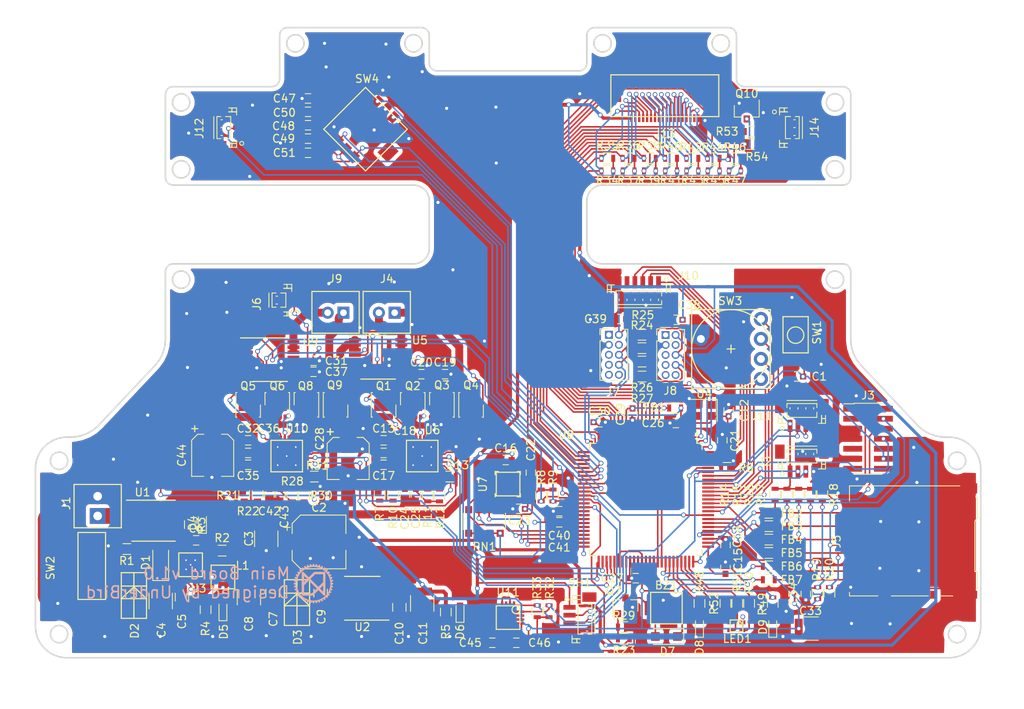
<source format=kicad_pcb>
(kicad_pcb (version 20211014) (generator pcbnew)
  (layers (0 "F.Cu" signal) (31 "B.Cu" signal) (34 "B.Paste" user) (35 "F.Paste" user) (36 "B.SilkS" user "B.Silkscreen") (37 "F.SilkS" user "F.Silkscreen") (38 "B.Mask" user) (39 "F.Mask" user) (44 "Edge.Cuts" user))
  (net 0 "")
  (net 1 "GND")
  (net 2 "NRST")
  (net 3 "+BATT")
  (net 4 "Net-(C4-Pad1)")
  (net 5 "+5V")
  (net 6 "+3V3")
  (net 7 "Net-(C15-Pad1)")
  (net 8 "Net-(C24-Pad1)")
  (net 9 "Net-(C42-Pad1)")
  (net 10 "SW4")
  (net 11 "SW1")
  (net 12 "SW2")
  (net 13 "SW5")
  (net 14 "SW3")
  (net 15 "Net-(D4-Pad2)")
  (net 16 "Net-(D5-Pad2)")
  (net 17 "Net-(D6-Pad2)")
  (net 18 "LED1")
  (net 19 "LED2")
  (net 20 "Net-(FB2-Pad1)")
  (net 21 "SDIO_D2")
  (net 22 "SDIO_D3")
  (net 23 "Net-(FB3-Pad1)")
  (net 24 "SDIO_CMD")
  (net 25 "Net-(FB4-Pad1)")
  (net 26 "Net-(FB5-Pad1)")
  (net 27 "SDIO_CK")
  (net 28 "SDIO_D0")
  (net 29 "Net-(FB6-Pad1)")
  (net 30 "Net-(FB7-Pad1)")
  (net 31 "SDIO_D1")
  (net 32 "Net-(J1-Pad1)")
  (net 33 "USART_TX")
  (net 34 "USART_RX")
  (net 35 "SWCLK")
  (net 36 "SWDIO")
  (net 37 "SWO")
  (net 38 "Net-(J4-Pad2)")
  (net 39 "Net-(J4-Pad1)")
  (net 40 "SD_INSERT")
  (net 41 "ESC4_PWM")
  (net 42 "ESC3_PWM")
  (net 43 "ESC2_PWM")
  (net 44 "ESC1_PWM")
  (net 45 "I2C1_SDA")
  (net 46 "I2C1_SCL")
  (net 47 "MAKER2")
  (net 48 "MAKER1")
  (net 49 "Net-(LED1-Pad3)")
  (net 50 "Net-(LED1-Pad2)")
  (net 51 "Net-(LED1-Pad4)")
  (net 52 "Net-(Q1-Pad1)")
  (net 53 "Net-(Q5-Pad1)")
  (net 54 "Net-(Q10-Pad1)")
  (net 55 "Net-(R1-Pad2)")
  (net 56 "Net-(R6-Pad2)")
  (net 57 "Net-(R10-Pad1)")
  (net 58 "I2C2_SCL")
  (net 59 "I2C2_SDA")
  (net 60 "Net-(R21-Pad2)")
  (net 61 "Net-(Q7-Pad1)")
  (net 62 "BZ_PWM")
  (net 63 "ENCODER_R_B")
  (net 64 "ENCODER_R_A")
  (net 65 "ENCODER_L_B")
  (net 66 "ENCODER_L_A")
  (net 67 "AD1")
  (net 68 "AD2")
  (net 69 "AD3")
  (net 70 "AD4")
  (net 71 "AD5")
  (net 72 "AD6")
  (net 73 "AD7")
  (net 74 "AD8")
  (net 75 "AD9")
  (net 76 "AD10")
  (net 77 "AD11")
  (net 78 "AD12")
  (net 79 "AD13")
  (net 80 "AD14")
  (net 81 "LED_R")
  (net 82 "LED_G")
  (net 83 "LED_B")
  (net 84 "SENSOR_PWM")
  (net 85 "SPI_MOSI")
  (net 86 "SPI_SCK")
  (net 87 "SPI_MISO")
  (net 88 "SPI_CS")
  (net 89 "EXTRA1")
  (net 90 "EXTRA2")
  (net 91 "R_SW4")
  (net 92 "R_SW2")
  (net 93 "R_SW1")
  (net 94 "R_SW8")
  (net 95 "OSC_IN")
  (net 96 "Net-(U8-Pad56)")
  (net 97 "Net-(BZ1-Pad2)")
  (net 98 "Net-(C17-Pad1)")
  (net 99 "Net-(C17-Pad2)")
  (net 100 "Net-(C18-Pad2)")
  (net 101 "Net-(C35-Pad2)")
  (net 102 "Net-(Q1-Pad4)")
  (net 103 "Net-(Q2-Pad4)")
  (net 104 "Net-(Q3-Pad4)")
  (net 105 "Net-(Q4-Pad4)")
  (net 106 "Net-(Q5-Pad4)")
  (net 107 "Net-(Q6-Pad4)")
  (net 108 "Net-(Q8-Pad4)")
  (net 109 "Net-(Q9-Pad4)")
  (net 110 "Net-(R11-Pad2)")
  (net 111 "Net-(R12-Pad2)")
  (net 112 "Net-(R13-Pad1)")
  (net 113 "Net-(R28-Pad2)")
  (net 114 "Net-(R30-Pad2)")
  (net 115 "Net-(R31-Pad1)")
  (net 116 "MOTOR_L_PWM")
  (net 117 "MOTOR_L_PH")
  (net 118 "MOTOR_R_PWM")
  (net 119 "MOTOR_R_PH")
  (net 120 "Net-(C6-Pad1)")
  (net 121 "Net-(L1-Pad1)")
  (net 122 "Net-(R2-Pad2)")
  (net 123 "Net-(C22-Pad1)")
  (net 124 "Net-(C25-Pad1)")
  (net 125 "Net-(C29-Pad2)")
  (net 126 "Net-(C31-Pad2)")
  (net 127 "Net-(C35-Pad1)")
  (net 128 "Net-(C36-Pad2)")
  (net 129 "Net-(C40-Pad2)")
  (net 130 "Net-(C43-Pad1)")
  (net 131 "Net-(C45-Pad2)")
  (net 132 "Net-(J9-Pad1)")
  (net 133 "Net-(J9-Pad2)")
  (net 134 "Net-(J13-Pad16)")
  (net 135 "Net-(J7-Pad1)")
  (net 136 "Net-(J7-Pad4)")
  (net 137 "Net-(J7-Pad5)")
  (net 138 "Net-(J7-Pad7)")
  (net 139 "Net-(J7-Pad9)")
  (net 140 "Net-(J7-Pad10)")
  (net 141 "Net-(J8-Pad1)")
  (net 142 "Net-(J8-Pad4)")
  (net 143 "Net-(J8-Pad5)")
  (net 144 "Net-(J8-Pad7)")
  (net 145 "Net-(J8-Pad9)")
  (net 146 "Net-(J8-Pad10)")
  (net 147 "Net-(J10-Pad5)")
  (net 148 "Net-(J13-Pad17)")
  (net 149 "Net-(SW2-Pad1)")
  (net 150 "Net-(U2-Pad15)")
  (net 151 "Net-(U2-Pad11)")
  (net 152 "Net-(U2-Pad2)")
  (net 153 "Net-(U5-Pad13)")
  (net 154 "Net-(U6-Pad11)")
  (net 155 "Net-(U7-Pad16)")
  (net 156 "Net-(U7-Pad1)")
  (net 157 "Net-(U7-Pad6)")
  (net 158 "Net-(U7-Pad12)")
  (net 159 "Net-(U7-Pad5)")
  (net 160 "Net-(U7-Pad17)")
  (net 161 "Net-(U7-Pad4)")
  (net 162 "Net-(U7-Pad21)")
  (net 163 "Net-(U7-Pad2)")
  (net 164 "Net-(U7-Pad7)")
  (net 165 "Net-(U7-Pad15)")
  (net 166 "Net-(U7-Pad14)")
  (net 167 "Net-(U7-Pad3)")
  (net 168 "Net-(U7-Pad19)")
  (net 169 "Net-(U8-Pad4)")
  (net 170 "Net-(U8-Pad5)")
  (net 171 "Net-(U8-Pad6)")
  (net 172 "Net-(U8-Pad10)")
  (net 173 "Net-(U8-Pad57)")
  (net 174 "Net-(U8-Pad58)")
  (net 175 "Net-(U8-Pad60)")
  (net 176 "Net-(U8-Pad61)")
  (net 177 "Net-(U8-Pad63)")
  (net 178 "Net-(U8-Pad64)")
  (net 179 "Net-(U9-Pad13)")
  (net 180 "Net-(U10-Pad11)")
  (net 181 "Net-(U11-Pad3)")
  (net 182 "Net-(U11-Pad8)")
  (net 183 "Net-(U11-Pad7)")
  (net 184 "Net-(U11-Pad6)")
  (net 185 "Net-(U11-Pad5)")
  (net 186 "Net-(U11-Pad14)")
  (net 187 "Net-(U11-Pad15)")
  (net 188 "Net-(U11-Pad12)")
  (net 189 "Net-(D8-Pad2)")
  (net 190 "Net-(D9-Pad2)")
  (net 191 "Net-(J3-Pad14)")
  (net 192 "Net-(J3-Pad13)")
  (net 193 "Net-(J3-Pad10)")
  (net 194 "Net-(J3-Pad9)")
  (net 195 "Net-(J3-Pad2)")
  (net 196 "Net-(J3-Pad1)")
  (footprint "Footprint:SMT-0440-S-R" (layer "F.Cu") (at 164.6 132.2)
    (fp_text reference "BZ1")
    (fp_text value "SMT-0440-S-R")
  )
  (footprint "Capacitors_SMD:C_0603" (layer "F.Cu") (at 181.2 102.8)
    (fp_text reference "C1")
    (fp_text value "0.1u")
  )
  (footprint "Capacitors_SMD:C_1210" (layer "F.Cu") (at 113.8 123.4 -90)
    (fp_text reference "C3")
    (fp_text value "47u")
  )
  (footprint "Capacitors_SMD:C_1210" (layer "F.Cu") (at 100.4 131.3 -90)
    (fp_text reference "C4")
    (fp_text value "47u")
  )
  (footprint "Capacitors_SMD:C_0805" (layer "F.Cu") (at 103.1 130.8 -90)
    (fp_text reference "C5")
    (fp_text value "22u")
  )
  (footprint "Capacitors_SMD:C_0603" (layer "F.Cu") (at 104.9 123.6)
    (fp_text reference "C6")
    (fp_text value "3.3n")
  )
  (footprint "Capacitors_SMD:C_1210" (layer "F.Cu") (at 111.6 130.8 -90)
    (fp_text reference "C8")
    (fp_text value "47u")
  )
  (footprint "Capacitors_SMD:C_0805" (layer "F.Cu") (at 120.7 130.3 -90)
    (fp_text reference "C9")
    (fp_text value "22u")
  )
  (footprint "Capacitors_SMD:C_0805" (layer "F.Cu") (at 130.7 132.1 -90)
    (fp_text reference "C10")
    (fp_text value "22u")
  )
  (footprint "Capacitors_SMD:C_1210" (layer "F.Cu") (at 133.6 131.6 -90)
    (fp_text reference "C11")
    (fp_text value "47u")
  )
  (footprint "Capacitors_SMD:C_0603" (layer "F.Cu") (at 172.5 107.1 90)
    (fp_text reference "C12")
    (fp_text value "0.1u")
  )
  (footprint "Capacitors_SMD:C_0603" (layer "F.Cu") (at 128.7 110.9)
    (fp_text reference "C13")
    (fp_text value "0.1u")
  )
  (footprint "Capacitors_SMD:C_0603" (layer "F.Cu") (at 172.1 124.2 -90)
    (fp_text reference "C14")
    (fp_text value "1u")
  )
  (footprint "Capacitors_SMD:C_0603" (layer "F.Cu") (at 172.1 127.1 90)
    (fp_text reference "C15")
    (fp_text value "2.2u")
  )
  (footprint "Capacitors_SMD:C_0603" (layer "F.Cu") (at 144.2 113.4)
    (fp_text reference "C16")
    (fp_text value "1u")
  )
  (footprint "Capacitors_SMD:C_0603" (layer "F.Cu") (at 128.7 114)
    (fp_text reference "C17")
    (fp_text value "0.1u")
  )
  (footprint "Capacitors_SMD:C_0603" (layer "F.Cu") (at 128.7 112.5)
    (fp_text reference "C18")
    (fp_text value "1u")
  )
  (footprint "Capacitors_SMD:C_0603" (layer "F.Cu") (at 136.5 102.5)
    (fp_text reference "C19")
    (fp_text value "0.1u")
  )
  (footprint "Capacitors_SMD:C_0603" (layer "F.Cu") (at 171.7 110.9 90)
    (fp_text reference "C21")
    (fp_text value "1u")
  )
  (footprint "Capacitors_SMD:C_0603" (layer "F.Cu") (at 147.4 115 90)
    (fp_text reference "C22")
    (fp_text value "1u")
  )
  (footprint "Capacitors_SMD:C_0603" (layer "F.Cu") (at 145.9 119.6 180)
    (fp_text reference "C23")
    (fp_text value "1u")
  )
  (footprint "Capacitors_SMD:C_0603" (layer "F.Cu") (at 131.4 117.8 -90)
    (fp_text reference "C24")
    (fp_text value "1u")
  )
  (footprint "Capacitors_SMD:C_0603" (layer "F.Cu") (at 132.8 117.8 -90)
    (fp_text reference "C25")
    (fp_text value "1u")
  )
  (footprint "Capacitors_SMD:C_0603" (layer "F.Cu") (at 165.8 108.7)
    (fp_text reference "C26")
    (fp_text value "1u")
  )
  (footprint "Capacitors_SMD:C_0603" (layer "F.Cu") (at 160.7 128.4 180)
    (fp_text reference "C27")
    (fp_text value "4.7u")
  )
  (footprint "Capacitors_SMD:CP_Elec_5x5.8" (layer "F.Cu") (at 124.2 113.2 -90)
    (fp_text reference "C28")
    (fp_text value "100u")
  )
  (footprint "Capacitors_SMD:C_0603" (layer "F.Cu") (at 160.3 107.6 90)
    (fp_text reference "C29")
    (fp_text value "1u")
  )
  (footprint "Capacitors_SMD:C_0603" (layer "F.Cu") (at 119.8 100.8 180)
    (fp_text reference "C31")
    (fp_text value "0.1u")
  )
  (footprint "Capacitors_SMD:C_1210" (layer "F.Cu") (at 182.9 134.8)
    (fp_text reference "C33")
    (fp_text value "47u")
  )
  (footprint "Capacitors_SMD:C_0603" (layer "F.Cu") (at 182.3 130.4 -90)
    (fp_text reference "C34")
    (fp_text value "10u")
  )
  (footprint "Capacitors_SMD:C_0603" (layer "F.Cu") (at 111.5 114)
    (fp_text reference "C35")
    (fp_text value "0.1u")
  )
  (footprint "Capacitors_SMD:C_0603" (layer "F.Cu") (at 111.5 112.5)
    (fp_text reference "C36")
    (fp_text value "1u")
  )
  (footprint "Capacitors_SMD:C_0603" (layer "F.Cu") (at 119.8 102.2)
    (fp_text reference "C37")
    (fp_text value "0.1u")
  )
  (footprint "Capacitors_SMD:C_0603" (layer "F.Cu") (at 165.9 95.6 180)
    (fp_text reference "C38")
    (fp_text value "1u")
  )
  (footprint "Capacitors_SMD:C_0603" (layer "F.Cu") (at 151 119.9)
    (fp_text reference "C40")
    (fp_text value "2.2u")
  )
  (footprint "Capacitors_SMD:C_0603" (layer "F.Cu") (at 151 121.3 180)
    (fp_text reference "C41")
    (fp_text value "1u")
  )
  (footprint "Capacitors_SMD:C_0603" (layer "F.Cu") (at 114.2 117.8 -90)
    (fp_text reference "C42")
    (fp_text value "1u")
  )
  (footprint "Capacitors_SMD:C_0603" (layer "F.Cu") (at 115.6 117.8 -90)
    (fp_text reference "C43")
    (fp_text value "1u")
  )
  (footprint "Capacitors_SMD:CP_Elec_5x5.8" (layer "F.Cu") (at 107 112.8 -90)
    (fp_text reference "C44")
    (fp_text value "100u")
  )
  (footprint "Capacitors_SMD:C_0603" (layer "F.Cu") (at 142.5 136.6)
    (fp_text reference "C45")
    (fp_text value "10u")
  )
  (footprint "Diodes_SMD:D_SOD-123F" (layer "F.Cu") (at 100.4 126.5 90)
    (fp_text reference "D1")
    (fp_text value "SS2040FL")
  )
  (footprint "Footprint:1SMB5930BT3G" (layer "F.Cu") (at 115.6 127.4 -90)
    (fp_text reference "D3")
    (fp_text value "1SMB5920BT3G")
  )
  (footprint "LEDs:LED_0603" (layer "F.Cu") (at 105.7 121.4 90)
    (fp_text reference "D4")
    (fp_text value "OSTG1608C1A")
  )
  (footprint "LEDs:LED_0603" (layer "F.Cu") (at 108.3 132.5 90)
    (fp_text reference "D5")
    (fp_text value "OSTG1608C1A")
  )
  (footprint "LEDs:LED_0603" (layer "F.Cu") (at 138.4 132.7 90)
    (fp_text reference "D6")
    (fp_text value "OSTG1608C1A")
  )
  (footprint "Diodes_SMD:D_SOD-123F" (layer "F.Cu") (at 164.6 135.8 180)
    (fp_text reference "D7")
    (fp_text value "SS2040FL")
  )
  (footprint "LEDs:LED_0603" (layer "F.Cu") (at 168.8 134.6 90)
    (fp_text reference "D8")
    (fp_text value "OSTG1608C1A")
  )
  (footprint "LEDs:LED_0603" (layer "F.Cu") (at 178.1 134.6 90)
    (fp_text reference "D9")
    (fp_text value "OSTG1608C1A")
  )
  (footprint "Inductors_SMD:L_0603" (layer "F.Cu") (at 165.7 106.8)
    (fp_text reference "FB1")
    (fp_text value "330")
  )
  (footprint "Connector_PinHeader_1.27mm:PinHeader_2x07_P1.27mm_Vertical_SMD" (layer "F.Cu") (at 190.2 110.7)
    (fp_text reference "J3")
    (fp_text value "STDC14")
  )
  (footprint "Connectors_Card:Hirose_DM3AT-SF-PEJM5" (layer "F.Cu") (at 188.6 120.9 90)
    (fp_text reference "J5")
    (fp_text value "Micro_SD_Card_Det_Hirose_DM3AT")
  )
  (footprint "Pin_Headers:Pin_Header_Straight_2x05_Pitch1.27mm" (layer "F.Cu") (at 157.3 97.5)
    (fp_text reference "J7")
    (fp_text value "ENC")
  )
  (footprint "Pin_Headers:Pin_Header_Straight_2x05_Pitch1.27mm" (layer "F.Cu") (at 164.5 97.52)
    (fp_text reference "J8")
    (fp_text value "ENC")
  )
  (footprint "Connectors_JST:JST_SH_BM06B-SRSS-TB_06x1.00mm_Straight" (layer "F.Cu") (at 161.1 92.1 180)
    (fp_text reference "J10")
    (fp_text value "SH")
  )
  (footprint "Connectors_JST:JST_SH_BM04B-SRSS-TB_04x1.00mm_Straight" (layer "F.Cu") (at 181.8 107.8)
    (fp_text reference "J11")
    (fp_text value "SH")
  )
  (footprint "Connectors_JST:JST_SH_BM03B-SRSS-TB_03x1.00mm_Straight" (layer "F.Cu") (at 179.9 71.2 -90)
    (fp_text reference "J14")
    (fp_text value "SH")
  )
  (footprint "Footprint:IHLP1212BZER2R2M11" (layer "F.Cu") (at 108.3 128.1 90)
    (fp_text reference "L1")
    (fp_text value "IHLP1212BZER2R2M11")
  )
  (footprint "Footprint:OSTB0603C1C-A" (layer "F.Cu") (at 172.7 134)
    (fp_text reference "LED1")
    (fp_text value "OSTB0603C1C-A")
  )
  (footprint "Package_DFN_QFN:DFN-8-1EP_3x3mm_P0.65mm_EP1.55x2.4mm" (layer "F.Cu") (at 128.7 106.4 -90)
    (fp_text reference "Q1")
    (fp_text value "AON7400B")
  )
  (footprint "Package_DFN_QFN:DFN-8-1EP_3x3mm_P0.65mm_EP1.55x2.4mm" (layer "F.Cu") (at 132.4 106.4 90)
    (fp_text reference "Q2")
    (fp_text value "AON7400B")
  )
  (footprint "Package_DFN_QFN:DFN-8-1EP_3x3mm_P0.65mm_EP1.55x2.4mm" (layer "F.Cu") (at 136.1 106.4 90)
    (fp_text reference "Q3")
    (fp_text value "AON7400B")
  )
  (footprint "Package_DFN_QFN:DFN-8-1EP_3x3mm_P0.65mm_EP1.55x2.4mm" (layer "F.Cu") (at 139.8 106.4 -90)
    (fp_text reference "Q4")
    (fp_text value "AON7400B")
  )
  (footprint "TO_SOT_Packages_SMD:SOT-23" (layer "F.Cu") (at 174.8 69.1 -90)
    (fp_text reference "Q10")
    (fp_text value "IRLML6344")
  )
  (footprint "Resistors_SMD:R_0603" (layer "F.Cu") (at 96.1 124.7)
    (fp_text reference "R1")
    (fp_text value "10k")
  )
  (footprint "Resistors_SMD:R_0603" (layer "F.Cu") (at 108.2 124.9 180)
    (fp_text reference "R2")
    (fp_text value "100k")
  )
  (footprint "Resistors_SMD:R_0603" (layer "F.Cu") (at 104.1 121.6 -90)
    (fp_text reference "R3")
    (fp_text value "5k")
  )
  (footprint "Resistors_SMD:R_0603" (layer "F.Cu") (at 106.1 132.4 -90)
    (fp_text reference "R4")
    (fp_text value "2k")
  )
  (footprint "Resistors_SMD:R_0603" (layer "F.Cu") (at 136.6 132.7 -90)
    (fp_text reference "R5")
    (fp_text value "390")
  )
  (footprint "Resistors_SMD:R_0603" (layer "F.Cu") (at 172.3 114.4 180)
    (fp_text reference "R6")
    (fp_text value "10k")
  )
  (footprint "Resistors_SMD:R_0603" (layer "F.Cu") (at 148.7 117.9 -90)
    (fp_text reference "R8")
    (fp_text value "4.7k")
  )
  (footprint "Resistors_SMD:R_0603" (layer "F.Cu") (at 150.2 117.9 -90)
    (fp_text reference "R9")
    (fp_text value "4.7k")
  )
  (footprint "Resistors_SMD:R_0603" (layer "F.Cu") (at 129.9 117.8 90)
    (fp_text reference "R10")
    (fp_text value "R")
  )
  (footprint "Resistors_SMD:R_0603" (layer "F.Cu") (at 134.3 117.9 90)
    (fp_text reference "R11")
    (fp_text value "10k")
  )
  (footprint "Resistors_SMD:R_0603" (layer "F.Cu") (at 135.8 117.9 90)
    (fp_text reference "R12")
    (fp_text value "10k")
  )
  (footprint "Resistors_SMD:R_0603" (layer "F.Cu") (at 137.1 115.5)
    (fp_text reference "R13")
    (fp_text value "33k")
  )
  (footprint "Resistors_SMD:R_0603" (layer "F.Cu") (at 178.4 117.8 -90)
    (fp_text reference "R14")
    (fp_text value "22k")
  )
  (footprint "Resistors_SMD:R_0603" (layer "F.Cu") (at 179.9 117.8 -90)
    (fp_text reference "R15")
    (fp_text value "22k")
  )
  (footprint "Resistors_SMD:R_0603" (layer "F.Cu") (at 181.4 117.8 -90)
    (fp_text reference "R16")
    (fp_text value "22k")
  )
  (footprint "Resistors_SMD:R_0603" (layer "F.Cu") (at 182.9 117.8 -90)
    (fp_text reference "R17")
    (fp_text value "22k")
  )
  (footprint "Resistors_SMD:R_0603" (layer "F.Cu") (at 184.4 117.8 -90)
    (fp_text reference "R18")
    (fp_text value "22k")
  )
  (footprint "Resistors_SMD:R_0603" (layer "F.Cu") (at 183.8 130.3 -90)
    (fp_text reference "R19")
    (fp_text value "22k")
  )
  (footprint "Resistors_SMD:R_0603" (layer "F.Cu") (at 185.3 130.3 -90)
    (fp_text reference "R20")
    (fp_text value "22k")
  )
  (footprint "Resistors_SMD:R_0603" (layer "F.Cu") (at 111 117.8 -90)
    (fp_text reference "R21")
    (fp_text value "R")
  )
  (footprint "Resistors_SMD:R_0603" (layer "F.Cu") (at 112.7 117.8 90)
    (fp_text reference "R22")
    (fp_text value "R")
  )
  (footprint "Resistors_SMD:R_0603" (layer "F.Cu") (at 159.2 136.1 180)
    (fp_text reference "R23")
    (fp_text value "45")
  )
  (footprint "Resistors_SMD:R_0603" (layer "F.Cu") (at 161.5 99.2 180)
    (fp_text reference "R24")
    (fp_text value "10k")
  )
  (footprint "Resistors_SMD:R_0603" (layer "F.Cu") (at 161.5 97.5 180)
    (fp_text reference "R25")
    (fp_text value "10k")
  )
  (footprint "Resistors_SMD:R_0603" (layer "F.Cu") (at 161.5 102.8)
    (fp_text reference "R27")
    (fp_text value "10k")
  )
  (footprint "Resistors_SMD:R_0603" (layer "F.Cu") (at 117.1 117.9 90)
    (fp_text reference "R28")
    (fp_text value "10k")
  )
  (footprint "Resistors_SMD:R_0603" (layer "F.Cu") (at 159.2 134.6)
    (fp_text reference "R29")
    (fp_text value "10k")
  )
  (footprint "Resistors_SMD:R_0603" (layer "F.Cu") (at 118.6 117.9 90)
    (fp_text reference "R30")
    (fp_text value "10k")
  )
  (footprint "Resistors_SMD:R_0603" (layer "F.Cu") (at 119.9 115.5)
    (fp_text reference "R31")
    (fp_text value "33k")
  )
  (footprint "Resistors_SMD:R_0603" (layer "F.Cu") (at 149.7 132.6 90)
    (fp_text reference "R32")
    (fp_text value "2.7k")
  )
  (footprint "Resistors_SMD:R_0603" (layer "F.Cu") (at 148.2 132.6 90)
    (fp_text reference "R33")
    (fp_text value "2.7k")
  )
  (footprint "Resistors_SMD:R_0603" (layer "F.Cu") (at 157.1 76.7 180)
    (fp_text reference "R34")
    (fp_text value "R")
  )
  (footprint "Resistors_SMD:R_0603" (layer "F.Cu") (at 162.5 76.7 180)
    (fp_text reference "R39")
    (fp_text value "R")
  )
  (footprint "Resistors_SMD:R_0603" (layer "F.Cu") (at 167.9 76.7 180)
    (fp_text reference "R43")
    (fp_text value "R")
  )
  (footprint "Resistors_SMD:R_0603" (layer "F.Cu") (at 170.6 75.1 180)
    (fp_text reference "R44")
    (fp_text value "R")
  )
  (footprint "Resistors_SMD:R_0603" (layer "F.Cu") (at 170.6 76.7 180)
    (fp_text reference "R45")
    (fp_text value "R")
  )
  (footprint "Resistors_SMD:R_0603" (layer "F.Cu") (at 173.3 75.1 180)
    (fp_text reference "R46")
    (fp_text value "R")
  )
  (footprint "Resistors_SMD:R_0603" (layer "F.Cu") (at 173.3 76.7 180)
    (fp_text reference "R47")
    (fp_text value "R")
  )
  (footprint "Resistors_SMD:R_0603" (layer "F.Cu") (at 168.8 131.6 -90)
    (fp_text reference "R48")
    (fp_text value "390")
  )
  (footprint "Resistors_SMD:R_0603" (layer "F.Cu") (at 175.1 131.6 90)
    (fp_text reference "R50")
    (fp_text value "1.2k")
  )
  (footprint "Resistors_SMD:R_0603" (layer "F.Cu") (at 173.6 131.6 90)
    (fp_text reference "R51")
    (fp_text value "680")
  )
  (footprint "Resistors_SMD:R_0603" (layer "F.Cu") (at 172.1 131.6 90)
    (fp_text reference "R52")
    (fp_text value "470")
  )
  (footprint "Resistors_SMD:R_0603" (layer "F.Cu") (at 175.3 71.7)
    (fp_text reference "R53")
    (fp_text value "45")
  )
  (footprint "Resistors_SMD:R_0603" (layer "F.Cu") (at 175.3 73.3 180)
    (fp_text reference "R54")
    (fp_text value "47k")
  )
  (footprint "Resistors_SMD:R_Array_Convex_4x1206" (layer "F.Cu") (at 141.5 121.2 -90)
    (fp_text reference "RN1")
    (fp_text value "4.7k")
  )
  (footprint "Connectors_JST:JST_SH_BM04B-SRSS-TB_04x1.00mm_Straight" (layer "F.Cu") (at 153.5625 133.6 -90)
    (fp_text reference "SH1")
    (fp_text value "SH")
  )
  (footprint "Footprint:SKRPACE010" (layer "F.Cu") (at 182.1 99.9 90)
    (fp_text reference "SW1")
    (fp_text value "SKRPACE010")
  )
  (footprint "Footprint:SSSS213202" (layer "F.Cu") (at 91.6 126.8 -90)
    (fp_text reference "SW2")
    (fp_text value "SSSS213202")
  )
  (footprint "Footprint:SO-8_PowerPAK_Vishay_Single" (layer "F.Cu") (at 99.5 121.1)
    (fp_text reference "U1")
    (fp_text value "SI7469DP-T1-GE3")
  )
  (footprint "Footprint:DRV8701ERGET" (layer "F.Cu") (at 133.6 112.9)
    (fp_text reference "U6")
    (fp_text value "DRV8701E")
  )
  (footprint "Footprint:ICM20648" (layer "F.Cu") (at 144.5 116.455 90)
    (fp_text reference "U7")
    (fp_text value "ICM20648")
  )
  (footprint "Housings_QFP:LQFP-100_14x14mm_Pitch0.5mm" (layer "F.Cu") (at 162 118.4 -90)
    (fp_text reference "U8")
    (fp_text value "STM32F469VG")
  )
  (footprint "Footprint:DRV8701ERGET" (layer "F.Cu") (at 116.4 112.9)
    (fp_text reference "U10")
    (fp_text value "DRV8701E")
  )
  (footprint "Footprint:MMC5983MA" (layer "F.Cu") (at 144.5 133.4)
    (fp_text reference "U11")
    (fp_text value "MMC5983MA")
  )
  (footprint "TO_SOT_Packages_SMD:SOT-23" (layer "F.Cu") (at 159.4 131.9 90)
    (fp_text reference "Q7")
    (fp_text value "2N7002K")
  )
  (footprint "Footprint:TPS62143RGTR" (layer "F.Cu") (at 104.2 126.7 180)
    (fp_text reference "U3")
    (fp_text value "TPS62143")
  )
  (footprint "Capacitors_SMD:C_0603" (layer "F.Cu") (at 156.1 108.6 180)
    (fp_text reference "C30")
    (fp_text value "1u")
  )
  (footprint "Housings_SSOP:TSSOP-16-1EP_4.4x5mm_Pitch0.65mm" (layer "F.Cu") (at 126 130.9 180)
    (fp_text reference "U2")
    (fp_text value "LT1963A-TSSOP")
  )
  (footprint "Footprint:1SMB5930BT3G" (layer "F.Cu") (at 94.9 126.5 -90)
    (fp_text reference "D2")
    (fp_text value "SZ1SMB5930BT3G")
  )
  (footprint "Capacitors_SMD:C_0805" (layer "F.Cu") (at 114.6 130.3 -90)
    (fp_text reference "C7")
    (fp_text value "22u")
  )
  (footprint "Housings_SSOP:TSSOP-16_4.4x5mm_Pitch0.65mm" (layer "F.Cu") (at 114.3 100.7)
    (fp_text reference "U9")
    (fp_text value "INA260")
  )
  (footprint "Package_DFN_QFN:DFN-8-1EP_3x3mm_P0.65mm_EP1.55x2.4mm" (layer "F.Cu") (at 122.6 106.4 -90)
    (fp_text reference "Q9")
    (fp_text value "AON7400B")
  )
  (footprint "Package_DFN_QFN:DFN-8-1EP_3x3mm_P0.65mm_EP1.55x2.4mm" (layer "F.Cu") (at 118.9 106.4 90)
    (fp_text reference "Q8")
    (fp_text value "AON7400B")
  )
  (footprint "Package_DFN_QFN:DFN-8-1EP_3x3mm_P0.65mm_EP1.55x2.4mm" (layer "F.Cu") (at 111.5 106.4 -90)
    (fp_text reference "Q5")
    (fp_text value "AON7400B")
  )
  (footprint "Package_DFN_QFN:DFN-8-1EP_3x3mm_P0.65mm_EP1.55x2.4mm" (layer "F.Cu") (at 115.2 106.4 90)
    (fp_text reference "Q6")
    (fp_text value "AON7400B")
  )
  (footprint "Capacitors_SMD:C_0603" (layer "F.Cu") (at 133.5 102.5)
    (fp_text reference "C20")
    (fp_text value "0.1u")
  )
  (footprint "Footprint:PA_2pin" (layer "F.Cu") (at 132.1 91.7 180)
    (fp_text reference "J4")
    (fp_text value "PA")
  )
  (footprint "Inductors_SMD:L_0603" (layer "F.Cu") (at 177.6 126.9 180)
    (fp_text reference "FB6")
    (fp_text value "60")
  )
  (footprint "Inductors_SMD:L_0603" (layer "F.Cu") (at 177.6 125.2 180)
    (fp_text reference "FB5")
    (fp_text value "60")
  )
  (footprint "Inductors_SMD:L_0603" (layer "F.Cu") (at 177.6 128.6 180)
    (fp_text reference "FB7")
    (fp_text value "60")
  )
  (footprint "Inductors_SMD:L_0603" (layer "F.Cu") (at 177.6 123.5 180)
    (fp_text reference "FB4")
    (fp_text value "60")
  )
  (footprint "Inductors_SMD:L_0603" (layer "F.Cu") (at 177.6 120.1 180)
    (fp_text reference "FB2")
    (fp_text value "60")
  )
  (footprint "Inductors_SMD:L_0603" (layer "F.Cu") (at 177.6 121.8 180)
    (fp_text reference "FB3")
    (fp_text value "60")
  )
  (footprint "Crystals:Crystal_SMD_2520-4pin_2.5x2.0mm" (layer "F.Cu") (at 169.4 107.1 180)
    (fp_text reference "U4")
    (fp_text value "ECS-2520S33")
  )
  (footprint "Connectors_JST:JST_SH_BM04B-SRSS-TB_04x1.00mm_Straight" (layer "F.Cu") (at 181.8 113.6)
    (fp_text reference "J2")
    (fp_text value "SH")
  )
  (footprint "Footprint:SKRHAAE010" (layer "F.Cu") (at 126.4 71.4 45)
    (fp_text reference "SW4")
    (fp_text value "SKRHAAE010")
  )
  (footprint "Resistors_SMD:R_0603" (layer "F.Cu") (at 178.1 131.6 -90)
    (fp_text reference "R49")
    (fp_text value "390")
  )
  (footprint "Capacitors_SMD:C_0603" (layer "F.Cu") (at 145.55 136.6)
    (fp_text reference "C46")
    (fp_text value "0.1u")
  )
  (footprint "Footprint:FR01SC16P" (layer "F.Cu") (at 176.6 99.3 -90)
    (fp_text reference "SW3")
    (fp_text value "FR01SC16P-S")
  )
  (footprint "Footprint:Molex_FFC_18" (layer "F.Cu") (at 164.4 67.1 180)
    (fp_text reference "J13")
    (fp_text value "FFC")
  )
  (footprint "Resistors_SMD:R_0603" (layer "F.Cu") (at 161.5 100.9)
    (fp_text reference "R26")
    (fp_text value "10k")
  )
  (footprint "Capacitors_SMD:C_0603" (layer "F.Cu") (at 158.75 95.5 180)
    (fp_text reference "C39")
    (fp_text value "1u")
  )
  (footprint "Resistors_SMD:R_0603" (layer "F.Cu") (at 159.8 76.7 180)
    (fp_text reference "R37")
    (fp_text value "R")
  )
  (footprint "Resistors_SMD:R_0603" (layer "F.Cu") (at 157.1 75.1 180)
    (fp_text reference "R35")
    (fp_text value "R")
  )
  (footprint "Resistors_SMD:R_0603" (layer "F.Cu") (at 167.9 75.1 180)
    (fp_text reference "R42")
    (fp_text value "R")
  )
  (footprint "Resistors_SMD:R_0603" (layer "F.Cu") (at 165.2 76.7 180)
    (fp_text reference "R41")
    (fp_text value "R")
  )
  (footprint "Resistors_SMD:R_0603" (layer "F.Cu") (at 165.2 75.1 180)
    (fp_text reference "R40")
    (fp_text value "R")
  )
  (footprint "Resistors_SMD:R_0603" (layer "F.Cu") (at 162.5 75.1 180)
    (fp_text reference "R38")
    (fp_text value "R")
  )
  (footprint "Resistors_SMD:R_0603" (layer "F.Cu") (at 159.8 75.1 180)
    (fp_text reference "R36")
    (fp_text value "R")
  )
  (footprint "Capacitors_SMD:C_0603" (layer "F.Cu") (at 119.1 74.4 180)
    (fp_text reference "C51")
    (fp_text value "0.1u")
  )
  (footprint "Capacitors_SMD:C_0603" (layer "F.Cu") (at 119.1 69.2)
    (fp_text reference "C50")
    (fp_text value "0.1u")
  )
  (footprint "Capacitors_SMD:C_0603" (layer "F.Cu") (at 119.1 67.5)
    (fp_text reference "C47")
    (fp_text value "0.1u")
  )
  (footprint "Capacitors_SMD:C_0603" (layer "F.Cu") (at 119.1 70.9 180)
    (fp_text reference "C48")
    (fp_text value "0.1u")
  )
  (footprint "Footprint:PA_2pin" (layer "F.Cu") (at 125.6 91.7 180)
    (fp_text reference "J9")
    (fp_text value "PA")
  )
  (footprint "Connectors_JST:JST_SH_BM02B-SRSS-TB_02x1.00mm_Straight" (layer "F.Cu") (at 116.1 93.1 90)
    (fp_text reference "J6")
    (fp_text value "SH")
  )
  (footprint "Connectors_JST:JST_SH_BM03B-SRSS-TB_03x1.00mm_Straight" (layer "F.Cu") (at 109.1 71.2 90)
    (fp_text reference "J12")
    (fp_text value "SH")
  )
  (footprint "Capacitors_SMD:C_0603" (layer "F.Cu") (at 119.1 72.6 180)
    (fp_text reference "C49")
    (fp_text value "0.1u")
  )
  (footprint "Housings_SSOP:TSSOP-16_4.4x5mm_Pitch0.65mm" (layer "F.Cu") (at 128 100.4)
    (fp_text reference "U5")
    (fp_text value "INA260")
  )
  (footprint "Capacitors_SMD:C_0603" (layer "F.Cu") (at 111.5 110.9)
    (fp_text reference "C32")
    (fp_text value "0.1u")
  )
  (footprint "Resistors_SMD:R_0603" (layer "F.Cu") (at 128.2 117.8 -90)
    (fp_text reference "R7")
    (fp_text value "R")
  )
  (footprint "Footprint:ILG_2pin" (layer "F.Cu") (at 92.4 120.5 90)
    (fp_text reference "J1")
    (fp_text value "ILG")
  )
  (footprint "Capacitor_SMD:CP_Elec_6.3x5.9" (layer "F.Cu") (at 120.5 123.8)
    (fp_text reference "C2")
    (fp_text value "100u")
  )
  (footprint "Symbol:SH-Logo_5x5mm" (layer "B.Cu") (at 119.8 129.1)
    (fp_text reference "G***" hide)
    (fp_text value "LOGO" hide)
  )
  (gr_arc (start 187 88.5) (mid 187.707107 88.792893) (end 188 89.5) (layer "Edge.Cuts") (width 0.2))
  (gr_line (start 196.43316 108.932461) (end 189.364314 101.445091) (layer "Edge.Cuts") (width 0.2))
  (gr_arc (start 189.364314 101.445091) (mid 188.35358 99.859461) (end 188 98.01263) (layer "Edge.Cuts") (width 0.2))
  (gr_line (start 188 98.01263) (end 188 89.5) (layer "Edge.Cuts") (width 0.2))
  (gr_circle (center 201.5 135.500001) (end 202.6 135.500001) (layer "Edge.Cuts") (width 0.2) (fill none))
  (gr_circle (center 103 76.500002) (end 104.1 76.500002) (layer "Edge.Cuts") (width 0.2) (fill none))
  (gr_arc (start 172.5 58.500002) (mid 173.207107 58.792895) (end 173.5 59.500002) (layer "Edge.Cuts") (width 0.2))
  (gr_line (start 133.5 58.500002) (end 116.5 58.500002) (layer "Edge.Cuts") (width 0.2))
  (gr_circle (center 117.5 60.500002) (end 118.6 60.500002) (layer "Edge.Cuts") (width 0.2) (fill none))
  (gr_circle (center 87.5 135.500001) (end 88.6 135.500001) (layer "Edge.Cuts") (width 0.2) (fill none))
  (gr_line (start 204.499999 134.500001) (end 204.5 114.500001) (layer "Edge.Cuts") (width 0.2))
  (gr_circle (center 87.5 113.500001) (end 88.6 113.500001) (layer "Edge.Cuts") (width 0.2) (fill none))
  (gr_arc (start 154.5 80.500002) (mid 155.085786 79.085788) (end 156.5 78.500002) (layer "Edge.Cuts") (width 0.2))
  (gr_line (start 187 88.5) (end 156.5 88.5) (layer "Edge.Cuts") (width 0.2))
  (gr_arc (start 154.5 63.000001) (mid 154.207107 63.707108) (end 153.5 64.000001) (layer "Edge.Cuts") (width 0.2))
  (gr_line (start 102 78.500002) (end 132.5 78.500002) (layer "Edge.Cuts") (width 0.2))
  (gr_arc (start 132.5 78.500002) (mid 133.914214 79.085788) (end 134.5 80.500002) (layer "Edge.Cuts") (width 0.2))
  (gr_line (start 101 89.5) (end 101 98.01263) (layer "Edge.Cuts") (width 0.2))
  (gr_arc (start 187 66.000001) (mid 187.707107 66.292894) (end 188 67.000001) (layer "Edge.Cuts") (width 0.2))
  (gr_arc (start 101 98.01263) (mid 100.64642 99.859461) (end 99.635686 101.445091) (layer "Edge.Cuts") (width 0.2))
  (gr_arc (start 84.5 114.500001) (mid 85.671573 111.671574) (end 88.5 110.500001) (layer "Edge.Cuts") (width 0.2))
  (gr_line (start 134.5 80.500002) (end 134.5 86.5) (layer "Edge.Cuts") (width 0.2))
  (gr_line (start 132.5 88.5) (end 102 88.5) (layer "Edge.Cuts") (width 0.2))
  (gr_line (start 88.931154 110.500001) (end 88.5 110.500001) (layer "Edge.Cuts") (width 0.2))
  (gr_line (start 154.5 59.500002) (end 154.5 63.000001) (layer "Edge.Cuts") (width 0.2))
  (gr_arc (start 101 67.000001) (mid 101.292893 66.292894) (end 102 66.000001) (layer "Edge.Cuts") (width 0.2))
  (gr_arc (start 135.5 64.000001) (mid 134.792893 63.707108) (end 134.5 63.000001) (layer "Edge.Cuts") (width 0.2))
  (gr_arc (start 88.5 138.500001) (mid 85.671573 137.328428) (end 84.5 134.500001) (layer "Edge.Cuts") (width 0.2))
  (gr_line (start 88.5 138.500001) (end 200.5 138.500001) (layer "Edge.Cuts") (width 0.2))
  (gr_arc (start 204.5 134.500001) (mid 203.328427 137.328428) (end 200.5 138.500001) (layer "Edge.Cuts") (width 0.2))
  (gr_circle (center 103 90.5) (end 104.1 90.5) (layer "Edge.Cuts") (width 0.2) (fill none))
  (gr_line (start 153.5 64.000001) (end 135.5 64.000001) (layer "Edge.Cuts") (width 0.2))
  (gr_circle (center 186 90.5) (end 187.1 90.5) (layer "Edge.Cuts") (width 0.2) (fill none))
  (gr_line (start 200.499999 110.500001) (end 200.068846 110.500001) (layer "Edge.Cuts") (width 0.2))
  (gr_arc (start 188 77.500002) (mid 187.707107 78.207109) (end 187 78.500002) (layer "Edge.Cuts") (width 0.2))
  (gr_arc (start 174.5 66.000001) (mid 173.792893 65.707108) (end 173.5 65.000001) (layer "Edge.Cuts") (width 0.2))
  (gr_line (start 187 66.000001) (end 174.5 66.000001) (layer "Edge.Cuts") (width 0.2))
  (gr_line (start 172.5 58.500002) (end 155.5 58.500002) (layer "Edge.Cuts") (width 0.2))
  (gr_arc (start 154.5 59.500002) (mid 154.792893 58.792895) (end 155.5 58.500002) (layer "Edge.Cuts") (width 0.2))
  (gr_line (start 188 77.500002) (end 188 67.000001) (layer "Edge.Cuts") (width 0.2))
  (gr_line (start 134.5 63.000001) (end 134.5 59.500002) (layer "Edge.Cuts") (width 0.2))
  (gr_line (start 114.5 66.000001) (end 102 66.000001) (layer "Edge.Cuts") (width 0.2))
  (gr_circle (center 186 68.000001) (end 187.1 68.000001) (layer "Edge.Cuts") (width 0.2) (fill none))
  (gr_arc (start 134.5 86.5) (mid 133.914214 87.914214) (end 132.5 88.5) (layer "Edge.Cuts") (width 0.2))
  (gr_line (start 173.5 65.000001) (end 173.5 59.500002) (layer "Edge.Cuts") (width 0.2))
  (gr_arc (start 156.5 88.5) (mid 155.085786 87.914214) (end 154.5 86.5) (layer "Edge.Cuts") (width 0.2))
  (gr_arc (start 133.5 58.500002) (mid 134.207107 58.792895) (end 134.5 59.500002) (layer "Edge.Cuts") (width 0.2))
  (gr_line (start 99.635686 101.445091) (end 92.56684 108.932461) (layer "Edge.Cuts") (width 0.2))
  (gr_arc (start 200.5 110.500001) (mid 203.328427 111.671574) (end 204.5 114.500001) (layer "Edge.Cuts") (width 0.2))
  (gr_arc (start 200.068846 110.5) (mid 198.089238 110.091422) (end 196.43316 108.932461) (layer "Edge.Cuts") (width 0.2))
  (gr_arc (start 115.5 59.500002) (mid 115.792893 58.792895) (end 116.5 58.500002) (layer "Edge.Cuts") (width 0.2))
  (gr_circle (center 103 68.000001) (end 104.1 68.000001) (layer "Edge.Cuts") (width 0.2) (fill none))
  (gr_arc (start 101 89.5) (mid 101.292893 88.792893) (end 102 88.5) (layer "Edge.Cuts") (width 0.2))
  (gr_line (start 154.5 86.5) (end 154.5 80.500002) (layer "Edge.Cuts") (width 0.2))
  (gr_circle (center 132.5 60.500002) (end 133.6 60.500002) (layer "Edge.Cuts") (width 0.2) (fill none))
  (gr_circle (center 201.5 113.500001) (end 202.6 113.500001) (layer "Edge.Cuts") (width 0.2) (fill none))
  (gr_arc (start 92.566841 108.932462) (mid 90.910763 110.091423) (end 88.931154 110.500001) (layer "Edge.Cuts") (width 0.2))
  (gr_circle (center 156.5 60.500002) (end 157.6 60.500002) (layer "Edge.Cuts") (width 0.2) (fill none))
  (gr_circle (center 171.5 60.500002) (end 172.6 60.500002) (layer "Edge.Cuts") (width 0.2) (fill none))
  (gr_line (start 101 67.000001) (end 101 77.500002) (layer "Edge.Cuts") (width 0.2))
  (gr_line (start 115.5 59.500002) (end 115.5 65.000001) (layer "Edge.Cuts") (width 0.2))
  (gr_arc (start 102 78.500002) (mid 101.292893 78.207109) (end 101 77.500002) (layer "Edge.Cuts") (width 0.2))
  (gr_line (start 84.5 114.500001) (end 84.5 134.500001) (layer "Edge.Cuts") (width 0.2))
  (gr_circle (center 186 76.500002) (end 187.1 76.500002) (layer "Edge.Cuts") (width 0.2) (fill none))
  (gr_arc (start 115.5 65.000001) (mid 115.207107 65.707108) (end 114.5 66.000001) (layer "Edge.Cuts") (width 0.2))
  (gr_line (start 156.5 78.500002) (end 187 78.500002) (layer "Edge.Cuts") (width 0.2))
  (gr_text "Designed by UnderBird" (at 103.8 130.2) (layer "B.SilkS") (effects (font (size 1.5 1.5) (thickness 0.2)) (justify mirror)))
  (gr_text "Main Board v1.0\n" (at 107.5 127.8) (layer "B.SilkS") (effects (font (size 1.5 1.5) (thickness 0.2)) (justify mirror)))
  (segment (start 132.65 107.8) (end 131.65 107.8) (width 0.2) (layer "F.Cu") (net 1))
  (segment (start 132.15 108.15) (end 132.15 107.8) (width 0.7) (layer "F.Cu") (net 1))
  (segment (start 135.1 108.9) (end 135.8 108.2) (width 1) (layer "F.Cu") (net 1))
  (segment (start 133.85 110.8) (end 133.85 112.65) (width 0.2) (layer "F.Cu") (net 1))
  (segment (start 136.35 107.8) (end 135.35 107.8) (width 0.2) (layer "F.Cu") (net 1))
  (segment (start 131.4 118.55) (end 132.8 118.55) (width 0.2) (layer "F.Cu") (net 1))
  (segment (start 131.25 119.3) (end 131.4 119.15) (width 0.2) (layer "F.Cu") (net 1))
  (segment (start 131.4 119.15) (end 131.4 118.55) (width 0.2) (layer "F.Cu") (net 1))
  (segment (start 127.709998 119.3) (end 131.25 119.3) (width 0.2) (layer "F.Cu") (net 1))
  (segment (start 128.2 117.05) (end 127.55 117.05) (width 0.2) (layer "F.Cu") (net 1))
  (segment (start 127.3 118.890002) (end 127.709998 119.3) (width 0.2) (layer "F.Cu") (net 1))
  (segment (start 127.55 117.05) (end 127.3 117.3) (width 0.2) (layer "F.Cu") (net 1))
  (segment (start 127.3 117.3) (end 127.3 118.890002) (width 0.2) (layer "F.Cu") (net 1))
  (segment (start 133.85 110.8) (end 134.35 110.8) (width 0.2) (layer "F.Cu") (net 1))
  (segment (start 133.85 110.8) (end 133.85 110.334143) (width 0.2) (layer "F.Cu") (net 1))
  (segment (start 133.85 110.334143) (end 133.982005 110.202138) (width 0.2) (layer "F.Cu") (net 1))
  (segment (start 133.982005 110.202138) (end 133.982005 109.182005) (width 0.2) (layer "F.Cu") (net 1))
  (segment (start 127.95 110.9) (end 127.35 110.9) (width 0.2) (layer "F.Cu") (net 1))
  (segment (start 127.249999 111.000001) (end 127.249999 117.249999) (width 0.2) (layer "F.Cu") (net 1))
  (segment (start 127.35 110.9) (end 127.249999 111.000001) (width 0.2) (layer "F.Cu") (net 1))
  (segment (start 133.85 112.65) (end 135.7 112.65) (width 0.2) (layer "F.Cu") (net 1))
  (segment (start 125.05 101.375) (end 126.275 101.375) (width 1) (layer "F.Cu") (net 1))
  (segment (start 126.275 101.375) (end 126.3 101.4) (width 1) (layer "F.Cu") (net 1))
  (segment (start 129.675 101.375) (end 130.95 101.375) (width 0.2) (layer "F.Cu") (net 1))
  (segment (start 129.4 101.1) (end 129.4 101.024264) (width 0.2) (layer "F.Cu") (net 1))
  (segment (start 129.4 101.024264) (end 129.4 100.6) (width 0.2) (layer "F.Cu") (net 1))
  (segment (start 129.675 101.375) (end 129.4 101.1) (width 0.2) (layer "F.Cu") (net 1))
  (segment (start 168.35 135.85) (end 168.8 135.4) (width 0.2) (layer "F.Cu") (net 1))
  (segment (start 196.65 121.25) (end 196.65 127.45) (width 0.2) (layer "F.Cu") (net 1))
  (segment (start 196.65 127.45) (end 196.65 129.65) (width 0.2) (layer "F.Cu") (net 1))
  (segment (start 180.5375 92.7625) (end 178.4 92.7625) (width 0.2) (layer "F.Cu") (net 1))
  (segment (start 88.175 119.125) (end 89.3 118) (width 3) (layer "F.Cu") (net 1))
  (segment (start 87.339999 131.600001) (end 89.100001 131.600001) (width 3) (layer "F.Cu") (net 1))
  (segment (start 93.3 135.8) (end 93.3 135.8) (width 3) (layer "F.Cu") (net 1))
  (segment (start 100.35 135.8) (end 107 135.8) (width 3) (layer "F.Cu") (net 1))
  (segment (start 107 135.8) (end 108.5 135.8) (width 3) (layer "F.Cu") (net 1))
  (segment (start 125.9 135.8) (end 125.9 135.8) (width 3) (layer "F.Cu") (net 1))
  (segment (start 131.85 135.8) (end 137.1 135.8) (width 3) (layer "F.Cu") (net 1))
  (segment (start 137.1 135.8) (end 137.1 135.8) (width 0.2) (layer "F.Cu") (net 1))
  (segment (start 150.9 136.5) (end 152.3 135.1) (width 0.2) (layer "F.Cu") (net 1))
  (segment (start 93.75 124.3) (end 93.75 123.2) (width 0.5) (layer "F.Cu") (net 1))
  (segment (start 120.65 116.75) (end 120.65 115.5) (width 0.2) (layer "F.Cu") (net 1))
  (segment (start 116.3875 92.6) (end 117.3625 92.6) (width 0.2) (layer "F.Cu") (net 1))
  (segment (start 188.7 119.35) (end 196.65 119.35) (width 0.2) (layer "F.Cu") (net 1))
  (segment (start 130.365002 115.6) (end 129.2 115.6) (width 0.2) (layer "F.Cu") (net 1))
  (segment (start 121.1 112.7) (end 121.1 114.4) (width 0.2) (layer "F.Cu") (net 1))
  (segment (start 104.95 125.1) (end 104.2 125.1) (width 0.2) (layer "F.Cu") (net 1))
  (segment (start 173.05 113.55) (end 173.1 113.5) (width 0.2) (layer "F.Cu") (net 1))
  (segment (start 89.100001 131.600001) (end 93.3 135.8) (width 3) (layer "F.Cu") (net 1))
  (segment (start 180.45 102.8) (end 181.45 103.8) (width 0.2) (layer "F.Cu") (net 1))
  (segment (start 160.500001 136.899999) (end 160.500001 135.150001) (width 0.2) (layer "F.Cu") (net 1))
  (segment (start 126.735 133.09) (end 126.745 133.1) (width 0.4) (layer "F.Cu") (net 1))
  (segment (start 181.1 132.7) (end 181.85 132.7) (width 0.2) (layer "F.Cu") (net 1))
  (segment (start 143.45 112.825) (end 144.375 111.9) (width 0.2) (layer "F.Cu") (net 1))
  (segment (start 146.724999 115.109999) (end 147.4 114.434998) (width 0.2) (layer "F.Cu") (net 1))
  (segment (start 137.85 117.840002) (end 137.85 116.15) (width 0.2) (layer "F.Cu") (net 1))
  (segment (start 165.05 108.7) (end 165.050004 108.699996) (width 0.2) (layer "F.Cu") (net 1))
  (segment (start 126.725 133.175) (end 126.8 133.1) (width 0.4) (layer "F.Cu") (net 1))
  (segment (start 185.2375 114.8625) (end 186.86 113.24) (width 0.2) (layer "F.Cu") (net 1))
  (segment (start 114.581384 107.95) (end 114.506385 107.875001) (width 1) (layer "F.Cu") (net 1))
  (segment (start 122.7 133.7) (end 123.225 133.175) (width 0.4) (layer "F.Cu") (net 1))
  (segment (start 136.461996 112.65) (end 136.711998 112.399998) (width 0.2) (layer "F.Cu") (net 1))
  (segment (start 183.3 114.86248) (end 183.29998 114.8625) (width 0.2) (layer "F.Cu") (net 1))
  (segment (start 119.5 135.8) (end 125.9 135.8) (width 3) (layer "F.Cu") (net 1))
  (segment (start 97 132.82) (end 97 135.8) (width 1) (layer "F.Cu") (net 1))
  (segment (start 113.400011 115.149989) (end 112.9 115.65) (width 0.2) (layer "F.Cu") (net 1))
  (segment (start 126.65 128.625) (end 126.735 128.71) (width 0.4) (layer "F.Cu") (net 1))
  (segment (start 120.550014 102.199964) (end 120.549978 102.2) (width 1) (layer "F.Cu") (net 1))
  (segment (start 111 116.6) (end 111 117.05) (width 0.2) (layer "F.Cu") (net 1))
  (segment (start 126.735 132.2425) (end 126.735 133.09) (width 0.4) (layer "F.Cu") (net 1))
  (segment (start 159.95 126.35) (end 160 126.3) (width 0.2) (layer "F.Cu") (net 1))
  (segment (start 153.069998 121.3) (end 153.169998 121.4) (width 0.2) (layer "F.Cu") (net 1))
  (segment (start 158.6 94.749998) (end 158.675001 94.824999) (width 0.2) (layer "F.Cu") (net 1))
  (segment (start 111.6 133.2) (end 111.6 133.3) (width 0.4) (layer "F.Cu") (net 1))
  (segment (start 137.3 136) (end 137.1 135.8) (width 0.2) (layer "F.Cu") (net 1))
  (segment (start 100.4 132.8) (end 102.1 132.8) (width 0.5) (layer "F.Cu") (net 1))
  (segment (start 86.3 130.560002) (end 87.339999 131.600001) (width 3) (layer "F.Cu") (net 1))
  (segment (start 144.75 134.95) (end 144.75 136.55) (width 0.2) (layer "F.Cu") (net 1))
  (segment (start 116.65 112.65) (end 116.4 112.9) (width 0.2) (layer "F.Cu") (net 1))
  (segment (start 86.3 128.5) (end 86.3 130.9) (width 2) (layer "F.Cu") (net 1))
  (segment (start 97 132.82) (end 100.38 132.82) (width 0.5) (layer "F.Cu") (net 1))
  (segment (start 120.8 133.7) (end 122.7 133.7) (width 0.4) (layer "F.Cu") (net 1))
  (segment (start 126.875 133.175) (end 128.775 133.175) (width 0.4) (layer "F.Cu") (net 1))
  (segment (start 113.306456 70.2) (end 118.726456 64.78) (width 0.4) (layer "F.Cu") (net 1))
  (segment (start 172.041864 123.4) (end 172.123513 123.481649) (width 0.2) (layer "F.Cu") (net 1))
  (segment (start 115.700736 101.675) (end 115.975 101.675) (width 0.2) (layer "F.Cu") (net 1))
  (segment (start 188.25 109.43) (end 188.25 110.7) (width 0.2) (layer "F.Cu") (net 1))
  (segment (start 123.225 128.625) (end 126.125 128.625) (width 0.4) (layer "F.Cu") (net 1))
  (segment (start 118.5 112.65) (end 119.561996 112.65) (width 0.2) (layer "F.Cu") (net 1))
  (segment (start 196.65 119.35) (end 196.65 121.25) (width 0.2) (layer "F.Cu") (net 1))
  (segment (start 170.95 109.4) (end 167.669998 109.4) (width 0.2) (layer "F.Cu") (net 1))
  (segment (start 186.85 110.7) (end 186.3 111.25) (width 0.2) (layer "F.Cu") (net 1))
  (segment (start 136.490001 119.200001) (end 137.85 117.840002) (width 0.2) (layer "F.Cu") (net 1))
  (segment (start 168.98 98.03) (end 167.225001 96.275001) (width 0.2) (layer "F.Cu") (net 1))
  (segment (start 196.600001 129.699999) (end 202.549999 129.699999) (width 0.2) (layer "F.Cu") (net 1))
  (segment (start 105.7 122.2) (end 105.7 123.55) (width 0.2) (layer "F.Cu") (net 1))
  (segment (start 145.65 111.9) (end 147.4 113.65) (width 0.2) (layer "F.Cu") (net 1))
  (segment (start 171.35 105.2) (end 169.725 105.2) (width 0.2) (layer "F.Cu") (net 1))
  (segment (start 184.4 132.7) (end 184.999991 132.100009) (width 0.2) (layer "F.Cu") (net 1))
  (segment (start 143.45 114.845) (end 143.46 114.855) (width 0.2) (layer "F.Cu") (net 1))
  (segment (start 134.25 102.5) (end 134.25 101.45) (width 1) (layer "F.Cu") (net 1))
  (segment (start 119.561996 112.65) (end 119.711998 112.499998) (width 0.2) (layer "F.Cu") (net 1))
  (segment (start 156.592894 98.77) (end 157.3 98.77) (width 0.2) (layer "F.Cu") (net 1))
  (segment (start 184.4 134.8) (end 184.4 132.7) (width 0.2) (layer "F.Cu") (net 1))
  (segment (start 132.075 107.95) (end 132.075 108.139133) (width 0.8) (layer "F.Cu") (net 1))
  (segment (start 196.65 129.65) (end 196.600001 129.699999) (width 0.2) (layer "F.Cu") (net 1))
  (segment (start 143.800009 137.59999) (end 144.8 136.6) (width 0.2) (layer "F.Cu") (net 1))
  (segment (start 143.4 134.95) (end 141.75 136.6) (width 0.2) (layer "F.Cu") (net 1))
  (segment (start 86.3 122.685787) (end 86.3 124.1) (width 2) (layer "F.Cu") (net 1))
  (segment (start 156 96.9) (end 156 98.177106) (width 0.2) (layer "F.Cu") (net 1))
  (segment (start 169.9 123.4) (end 172.041864 123.4) (width 0.2) (layer "F.Cu") (net 1))
  (segment (start 141.75 136.6) (end 137.9 136.6) (width 0.2) (layer "F.Cu") (net 1))
  (segment (start 135.1 108.9) (end 135.1 109.599999) (width 1) (layer "F.Cu") (net 1))
  (segment (start 128.775 128.625) (end 128.775 129.275) (width 0.4) (layer "F.Cu") (net 1))
  (segment (start 141.75 136.6) (end 141.75 137.25) (width 0.2) (layer "F.Cu") (net 1))
  (segment (start 184.999991 131.349989) (end 185.29999 131.04999) (width 0.2) (layer "F.Cu") (net 1))
  (segment (start 156 98.177106) (end 156.592894 98.77) (width 0.2) (layer "F.Cu") (net 1))
  (segment (start 131.831384 107.95) (end 131.756385 107.875001) (width 1) (layer "F.Cu") (net 1))
  (segment (start 110.1 118.890002) (end 110.509998 119.3) (width 0.2) (layer "F.Cu") (net 1))
  (segment (start 183.64998 132.7) (end 184.4 132.7) (width 0.2) (layer "F.Cu") (net 1))
  (segment (start 134.95 107.95) (end 136.199999 107.95) (width 1) (layer "F.Cu") (net 1))
  (segment (start 169.725 105.2) (end 168.525 106.4) (width 0.2) (layer "F.Cu") (net 1))
  (segment (start 188.7 119.35) (end 188.15 119.35) (width 0.2) (layer "F.Cu") (net 1))
  (segment (start 114.05 119.3) (end 114.2 119.15) (width 0.2) (layer "F.Cu") (net 1))
  (segment (start 112.9 115.65) (end 111.95 115.65) (width 0.2) (layer "F.Cu") (net 1))
  (segment (start 182.3 132.7) (end 183.64998 132.7) (width 0.2) (layer "F.Cu") (net 1))
  (segment (start 123.225 133.175) (end 126.425 133.175) (width 0.4) (layer "F.Cu") (net 1))
  (segment (start 115.65 113.65) (end 116.4 112.9) (width 0.2) (layer "F.Cu") (net 1))
  (segment (start 186.3 111.25) (end 186.3 112.69) (width 0.2) (layer "F.Cu") (net 1))
  (segment (start 116.037501 100.562499) (end 116.037501 92.949999) (width 0.2) (layer "F.Cu") (net 1))
  (segment (start 114.6 133.2) (end 114.7 133.3) (width 0.4) (layer "F.Cu") (net 1))
  (segment (start 144.375 111.9) (end 145.65 111.9) (width 0.2) (layer "F.Cu") (net 1))
  (segment (start 104.7 127.2) (end 104.2 126.7) (width 0.4) (layer "F.Cu") (net 1))
  (segment (start 108.5 135.8) (end 119.5 135.8) (width 3) (layer "F.Cu") (net 1))
  (segment (start 86.3 128.5) (end 86.3 121) (width 3) (layer "F.Cu") (net 1))
  (segment (start 111.35 101.675) (end 111.35 100.650009) (width 1) (layer "F.Cu") (net 1))
  (segment (start 125.05 101.375) (end 125.05 101.000001) (width 1) (layer "F.Cu") (net 1))
  (segment (start 192.65 130.85) (end 193.800001 129.699999) (width 0.2) (layer "F.Cu") (net 1))
  (segment (start 118.726456 64.78) (end 129.37 64.78) (width 0.4) (layer "F.Cu") (net 1))
  (segment (start 111.35 101.675) (end 112.575 101.675) (width 1) (layer "F.Cu") (net 1))
  (segment (start 104.7 128.3) (end 104.7 129.143614) (width 0.4) (layer "F.Cu") (net 1))
  (segment (start 130.625 133.175) (end 130.7 133.1) (width 0.4) (layer "F.Cu") (net 1))
  (segment (start 117.7 133.72) (end 120.8 133.7) (width 0.4) (layer "F.Cu") (net 1))
  (segment (start 178.1 135.4) (end 178.4 135.4) (width 0.2) (layer "F.Cu") (net 1))
  (segment (start 168.65 70) (end 169.2 70) (width 0.2) (layer "F.Cu") (net 1))
  (segment (start 186.86 113.24) (end 188.25 113.24) (width 0.2) (layer "F.Cu") (net 1))
  (segment (start 93.75 123.2) (end 93.235787 122.685787) (width 0.5) (layer "F.Cu") (net 1))
  (segment (start 128.2 116.6) (end 128.2 117.05) (width 0.2) (layer "F.Cu") (net 1))
  (segment (start 196.65 119.35) (end 201.45 119.35) (width 0.2) (layer "F.Cu") (net 1))
  (segment (start 145.15 119.6) (end 145.1 119.6) (width 0.2) (layer "F.Cu") (net 1))
  (segment (start 180.45 102.8) (end 180.45 103.45) (width 0.2) (layer "F.Cu") (net 1))
  (segment (start 173.05 114.4) (end 173.05 113.55) (width 0.2) (layer "F.Cu") (net 1))
  (segment (start 165 110.5) (end 165 108.75) (width 0.2) (layer "F.Cu") (net 1))
  (segment (start 141.75 137.25) (end 142.09999 137.59999) (width 0.2) (layer "F.Cu") (net 1))
  (segment (start 125.265 129.5575) (end 126.735 129.5575) (width 0.4) (layer "F.Cu") (net 1))
  (segment (start 86.3 124.1) (end 86.3 128.5) (width 2) (layer "F.Cu") (net 1))
  (segment (start 138.4 134.5) (end 137.1 135.8) (width 0.2) (layer "F.Cu") (net 1))
  (segment (start 128.775 133.175) (end 130.625 133.175) (width 0.4) (layer "F.Cu") (net 1))
  (segment (start 115.7 101.675736) (end 115.700736 101.675) (width 0.2) (layer "F.Cu") (net 1))
  (segment (start 159.2 94.3) (end 163.1 94.3) (width 0.2) (layer "F.Cu") (net 1))
  (segment (start 114.2 118.55) (end 115.6 118.55) (width 0.2) (layer "F.Cu") (net 1))
  (segment (start 158 95.5) (end 157.4 95.5) (width 0.2) (layer "F.Cu") (net 1))
  (segment (start 116.65 110.8) (end 116.65 112.65) (width 0.2) (layer "F.Cu") (net 1))
  (segment (start 137.799998 112.399998) (end 137.85 112.45) (width 0.2) (layer "F.Cu") (net 1))
  (segment (start 126.425 133.175) (end 126.875 133.175) (width 0.4) (layer "F.Cu") (net 1))
  (segment (start 104.925003 131.425003) (end 104.550006 131.8) (width 0.4) (layer "F.Cu") (net 1))
  (segment (start 108.3 133.3) (end 111.6 133.3) (width 0.4) (layer "F.Cu") (net 1))
  (segment (start 193.800001 129.699999) (end 196.600001 129.699999) (width 0.2) (layer "F.Cu") (net 1))
  (segment (start 183.7 126.4) (end 184 126.7) (width 0.2) (layer "F.Cu") (net 1))
  (segment (start 158.675001 94.824999) (end 159.2 94.3) (width 0.2) (layer "F.Cu") (net 1))
  (segment (start 149.80001 137.59999) (end 159.80001 137.59999) (width 0.2) (layer "F.Cu") (net 1))
  (segment (start 159.95 128.4) (end 160.2 128.4) (width 0.2) (layer "F.Cu") (net 1))
  (segment (start 110.509998 119.3) (end 114.05 119.3) (width 0.2) (layer "F.Cu") (net 1))
  (segment (start 118.65 108.15) (end 118.6 108.2) (width 0.7) (layer "F.Cu") (net 1))
  (segment (start 143.45 113.4) (end 143.45 114.845) (width 0.2) (layer "F.Cu") (net 1))
  (segment (start 118.65 107.8) (end 118.65 108.15) (width 0.7) (layer "F.Cu") (net 1))
  (segment (start 93.3 135.8) (end 97 135.8) (width 3) (layer "F.Cu") (net 1))
  (segment (start 181.45 103.8) (end 182.8 103.8) (width 0.2) (layer "F.Cu") (net 1))
  (segment (start 171.7 110.15) (end 170.95 109.4) (width 0.2) (layer "F.Cu") (net 1))
  (segment (start 115.544998 108.9) (end 114.875 108.230002) (width 0.8) (layer "F.Cu") (net 1))
  (segment (start 118.35 74.4) (end 118.35 67.5) (width 0.4) (layer "F.Cu") (net 1))
  (segment (start 120.7 131.3) (end 120.7 133.6) (width 0.4) (layer "F.Cu") (net 1))
  (segment (start 137.85 114.85) (end 137.85 115.5) (width 0.2) (layer "F.Cu") (net 1))
  (segment (start 119.4 125.9) (end 121.2 125.9) (width 0.5) (layer "F.Cu") (net 1))
  (segment (start 182.8 103.8) (end 183.2 103.4) (width 0.2) (layer "F.Cu") (net 1))
  (segment (start 105.65 123.6) (end 105.65 124.4) (width 0.2) (layer "F.Cu") (net 1))
  (segment (start 183.2 103.4) (end 183.2 94.2) (width 0.2) (layer "F.Cu") (net 1))
  (segment (start 168.950001 135.550001) (end 168.8 135.4) (width 0.2) (layer "F.Cu") (net 1))
  (segment (start 177.949999 135.550001) (end 168.950001 135.550001) (width 0.2) (layer "F.Cu") (net 1))
  (segment (start 150.25 119.9) (end 150.35 119.9) (width 0.2) (layer "F.Cu") (net 1))
  (segment (start 115.7 101.7) (end 115.7 101.675736) (width 0.2) (layer "F.Cu") (net 1))
  (segment (start 172.5 106.35) (end 171.35 105.2) (width 0.2) (layer "F.Cu") (net 1))
  (segment (start 89.3 118) (end 89.839998 118) (width 3) (layer "F.Cu") (net 1))
  (segment (start 120.550014 100.8) (end 120.550014 102.199964) (width 1) (layer "F.Cu") (net 1))
  (segment (start 115.7 100.9) (end 116.037501 100.562499) (width 0.2) (layer "F.Cu") (net 1))
  (segment (start 104.2 126.7) (end 104.2 125.1) (width 0.4) (layer "F.Cu") (net 1))
  (segment (start 160.5 110.5) (end 160.5 108.55) (width 0.2) (layer "F.Cu") (net 1))
  (segment (start 156.85 108.6) (end 157 108.75) (width 0.2) (layer "F.Cu") (net 1))
  (segment (start 153.169998 121.4) (end 154.1 121.4) (width 0.2) (layer "F.Cu") (net 1))
  (segment (start 114.3 113.65) (end 115.65 113.65) (width 0.2) (layer "F.Cu") (net 1))
  (segment (start 102.1 132.8) (end 103.1 131.8) (width 0.5) (layer "F.Cu") (net 1))
  (segment (start 126.8 133.1) (end 126.875 133.175) (width 0.4) (layer "F.Cu") (net 1))
  (segment (start 201.45 119.35) (end 203.8 117) (width 0.2) (layer "F.Cu") (net 1))
  (segment (start 132.9 124.5) (end 140.7 124.5) (width 0.2) (layer "F.Cu") (net 1))
  (segment (start 183.400001 126.100001) (end 172.349999 126.100001) (width 0.2) (layer "F.Cu") (net 1))
  (segment (start 93.75 124.3) (end 93.75 124.3) (width 0.5) (layer "F.Cu") (net 1))
  (segment (start 167.225001 96.275001) (end 165.825001 96.275001) (width 0.2) (layer "F.Cu") (net 1))
  (segment (start 115.975 101.675) (end 115.7 101.4) (width 0.2) (layer "F.Cu") (net 1))
  (segment (start 178.4 135.4) (end 181.1 132.7) (width 0.2) (layer "F.Cu") (net 1))
  (segment (start 121.1 114.4) (end 120.65 114.85) (width 0.2) (layer "F.Cu") (net 1))
  (segment (start 151.75 121.3) (end 153.069998 121.3) (width 0.2) (layer "F.Cu") (net 1))
  (segment (start 142.09999 137.59999) (end 143.800009 137.59999) (width 0.2) (layer "F.Cu") (net 1))
  (segment (start 117 109.4) (end 116.5 108.9) (width 0.2) (layer "F.Cu") (net 1))
  (segment (start 188 129.55) (end 191.35 129.55) (width 0.2) (layer "F.Cu") (net 1))
  (segment (start 86.3 128.5) (end 86.3 130.560002) (width 3) (layer "F.Cu") (net 1))
  (segment (start 128.775 128.625) (end 132.9 124.5) (width 0.2) (layer "F.Cu") (net 1))
  (segment (start 134.25 101.45) (end 134.2 101.4) (width 1) (layer "F.Cu") (net 1))
  (segment (start 126.735 129.5575) (end 126.735 132.2425) (width 0.4) (layer "F.Cu") (net 1))
  (segment (start 132.075 107.95) (end 131.831384 107.95) (width 1) (layer "F.Cu") (net 1))
  (segment (start 104.7 129.143614) (end 104.925003 129.368617) (width 0.4) (layer "F.Cu") (net 1))
  (segment (start 167.5 109.569998) (end 167.5 110.5) (width 0.2) (layer "F.Cu") (net 1))
  (segment (start 113.400011 113.859987) (end 113.400011 115.149989) (width 0.2) (layer "F.Cu") (net 1))
  (segment (start 118.65 107.8) (end 118.974999 107.8) (width 0.7) (layer "F.Cu") (net 1))
  (segment (start 175.299989 74.050001) (end 174.549994 73.300006) (width 0.2) (layer "F.Cu") (net 1))
  (segment (start 111.6 132.3) (end 111.6 133.2) (width 0.4) (layer "F.Cu") (net 1))
  (segment (start 120.65 118.75) (end 120.65 116.75) (width 0.2) (layer "F.Cu") (net 1))
  (segment (start 159.95 128.4) (end 159.95 126.35) (width 0.2) (layer "F.Cu") (net 1))
  (segment (start 116.65 112.65) (end 118.5 112.65) (width 0.2) (layer "F.Cu") (net 1))
  (segment (start 180.45 103.45) (end 179.9 104) (width 0.2) (layer "F.Cu") (net 1))
  (segment (start 140.7 115.8) (end 143.1 113.4) (width 0.2) (layer "F.Cu") (net 1))
  (segment (start 118.575 107.95) (end 118.824999 107.95) (width 1) (layer "F.Cu") (net 1))
  (segment (start 109.4 116.6) (end 110.1 117.3) (width 0.2) (layer "F.Cu") (net 1))
  (segment (start 138.4 133.5) (end 138.4 134.5) (width 0.2) (layer "F.Cu") (net 1))
  (segment (start 140.7 115.8) (end 140.765 115.865) (width 0.2) (layer "F.Cu") (net 1))
  (segment (start 144.75 136.55) (end 144.8 136.6) (width 0.2) (layer "F.Cu") (net 1))
  (segment (start 92.4 118) (end 89.839998 118) (width 2) (layer "F.Cu") (net 1))
  (segment (start 130.600011 115.364991) (end 130.365002 115.6) (width 0.2) (layer "F.Cu") (net 1))
  (segment (start 116.8 108.9) (end 115.544998 108.9) (width 0.8) (layer "F.Cu") (net 1))
  (segment (start 86.3 121) (end 88.175 119.125) (width 3) (layer "F.Cu") (net 1))
  (segment (start 104.7 128.3) (end 104.470001 128.3) (width 0.4) (layer "F.Cu") (net 1))
  (segment (start 147.4 113.65) (end 147.4 114.25) (width 0.2) (layer "F.Cu") (net 1))
  (segment (start 115.975 101.675) (end 117.25 101.675) (width 0.2) (layer "F.Cu") (net 1))
  (segment (start 126.425 133.175) (end 126.725 133.175) (width 0.4) (layer "F.Cu") (net 1))
  (segment (start 133.6 133.1) (end 130.7 133.1) (width 0.4) (layer "F.Cu") (net 1))
  (segment (start 130.809998 113.65) (end 130.600011 113.859987) (width 0.2) (layer "F.Cu") (net 1))
  (segment (start 159.80001 137.59999) (end 160.500001 136.899999) (width 0.2) (layer "F.Cu") (net 1))
  (segment (start 157.4 95.5) (end 156 96.9) (width 0.2) (layer "F.Cu") (net 1))
  (segment (start 181.1 132.7) (end 182.3 132.7) (width 0.2) (layer "F.Cu") (net 1))
  (segment (start 183.3 109.0625) (end 183.3 105.797498) (width 0.2) (layer "F.Cu") (net 1))
  (segment (start 178.6375 72.2) (end 176.787499 74.050001) (width 0.2) (layer "F.Cu") (net 1))
  (segment (start 150.35 119.9) (end 151.75 121.3) (width 0.2) (layer "F.Cu") (net 1))
  (segment (start 118.575 107.95) (end 117.925 107.95) (width 1) (layer "F.Cu") (net 1))
  (segment (start 121.2 125.9) (end 123.3 123.8) (width 0.5) (layer "F.Cu") (net 1))
  (segment (start 202.549999 129.699999) (end 203.35 130.5) (width 0.2) (layer "F.Cu") (net 1))
  (segment (start 165.825001 96.275001) (end 165.15 95.6) (width 0.2) (layer "F.Cu") (net 1))
  (segment (start 137.9 136.6) (end 137.1 135.8) (width 0.2) (layer "F.Cu") (net 1))
  (segment (start 160.500001 135.150001) (end 159.95 134.6) (width 0.2) (layer "F.Cu") (net 1))
  (segment (start 179.95 99.9) (end 179.95 102.3) (width 0.2) (layer "F.Cu") (net 1))
  (segment (start 164.4 95.6) (end 165.15 95.6) (width 0.2) (layer "F.Cu") (net 1))
  (segment (start 115.7 101.324264) (end 115.7 100.9) (width 0.2) (layer "F.Cu") (net 1))
  (segment (start 110.1 117.3) (end 110.1 118.890002) (width 0.2) (layer "F.Cu") (net 1))
  (segment (start 191.35 129.55) (end 192.65 130.85) (width 0.2) (layer "F.Cu") (net 1))
  (segment (start 104.550006 131.8) (end 103.1 131.8) (width 0.4) (layer "F.Cu") (net 1))
  (segment (start 114.05 119.3) (end 120.1 119.3) (width 0.2) (layer "F.Cu") (net 1))
  (segment (start 109.4 111.65) (end 109.4 116.6) (width 0.2) (layer "F.Cu") (net 1))
  (segment (start 120.899998 112.499998) (end 121.1 112.7) (width 0.2) (layer "F.Cu") (net 1))
  (segment (start 105.65 124.4) (end 104.95 125.1) (width 0.2) (layer "F.Cu") (net 1))
  (segment (start 110.35 117.05) (end 110.1 117.3) (width 0.2) (layer "F.Cu") (net 1))
  (segment (start 183.2 94.2) (end 181.7625 92.7625) (width 0.2) (layer "F.Cu") (net 1))
  (segment (start 178.1 135.4) (end 177.949999 135.550001) (width 0.2) (layer "F.Cu") (net 1))
  (segment (start 181.7625 92.7625) (end 180.5375 92.7625) (width 0.2) (layer "F.Cu") (net 1))
  (segment (start 116.65 110.8) (end 116.65 110.45) (width 0.2) (layer "F.Cu") (net 1))
  (segment (start 116.037501 92.949999) (end 116.3875 92.6) (width 0.2) (layer "F.Cu") (net 1))
  (segment (start 104.7 128.3) (end 104.7 127.2) (width 0.4) (layer "F.Cu") (net 1))
  (segment (start 146.635 115.865) (end 146.724999 115.775001) (width 0.2) (layer "F.Cu") (net 1))
  (segment (start 110.15 110.9) (end 109.4 111.65) (width 0.2) (layer "F.Cu") (net 1))
  (segment (start 146.02 115.865) (end 146.635 115.865) (width 0.2) (layer "F.Cu") (net 1))
  (segment (start 165 108.75) (end 165.050004 108.699996) (width 0.2) (layer "F.Cu") (net 1))
  (segment (start 159.80001 137.59999) (end 166.60001 137.59999) (width 0.2) (layer "F.Cu") (net 1))
  (segment (start 136 108.9) (end 134.3 108.9) (width 1) (layer "F.Cu") (net 1))
  (segment (start 93.235787 122.685787) (end 86.3 122.685787) (width 0.5) (layer "F.Cu") (net 1))
  (segment (start 117.28 133.3) (end 117.7 133.72) (width 0.4) (layer "F.Cu") (net 1))
  (segment (start 112.575 101.675) (end 112.6 101.7) (width 1) (layer "F.Cu") (net 1))
  (segment (start 114.875 107.95) (end 114.581384 107.95) (width 1) (layer "F.Cu") (net 1))
  (segment (start 160.3 132.85) (end 160.35 132.9) (width 0.2) (layer "F.Cu") (net 1))
  (segment (start 149.80001 137.59999) (end 150.9 136.5) (width 0.2) (layer "F.Cu") (net 1))
  (segment (start 100.38 132.82) (end 100.4 132.8) (width 0.5) (layer "F.Cu") (net 1))
  (segment (start 114.875 108.230002) (end 114.875 107.95) (width 0.8) (layer "F.Cu") (net 1))
  (segment (start 158.6 90.8375) (end 158.6 94.749998) (width 0.2) (layer "F.Cu") (net 1))
  (segment (start 126.125 128.625) (end 128.775 128.625) (width 0.4) (layer "F.Cu") (net 1))
  (segment (start 114.875 107.95) (end 115.299999 107.95) (width 1) (layer "F.Cu") (net 1))
  (segment (start 104.925003 129.368617) (end 104.925003 131.425003) (width 0.4) (layer "F.Cu") (net 1))
  (segment (start 113.609998 113.65) (end 113.400011 113.859987) (width 0.2) (layer "F.Cu") (net 1))
  (segment (start 120.1 119.3) (end 120.65 118.75) (width 0.2) (layer "F.Cu") (net 1))
  (segment (start 117 110.1) (end 117 109.4) (width 0.2) (layer "F.Cu") (net 1))
  (segment (start 160.35 132.9) (end 160.35 134.2) (width 0.2) (layer "F.Cu") (net 1))
  (segment (start 182.3 131.15) (end 182.3 132.7) (width 0.2) (layer "F.Cu") (net 1))
  (segment (start 166.60001 137.59999) (end 168.35 135.85) (width 0.2) (layer "F.Cu") (net 1))
  (segment (start 135.775 107.95) (end 134.95 107.95) (width 1) (layer "F.Cu") (net 1))
  (segment (start 172.5 106.35) (end 173.3 107.15) (width 0.2) (layer "F.Cu") (net 1))
  (segment (start 143.75 134.95) (end 143.4 134.95) (width 0.2) (layer "F.Cu") (net 1))
  (segment (start 182.8 105.297498) (end 182.8 103.8) (width 0.2) (layer "F.Cu") (net 1))
  (segment (start 118.5 107.95) (end 118.519999 107.930001) (width 1) (layer "F.Cu") (net 1))
  (segment (start 120.65 114.85) (end 120.65 115.5) (width 0.2) (layer "F.Cu") (net 1))
  (segment (start 183.3 105.797498) (end 182.8 105.297498) (width 0.2) (layer "F.Cu") (net 1))
  (segment (start 160.5 108.55) (end 160.3 108.35) (width 0.2) (layer "F.Cu") (net 1))
  (segment (start 119.711998 112.499998) (end 120.899998 112.499998) (width 0.2) (layer "F.Cu") (net 1))
  (segment (start 132.075 107.95) (end 132.499999 107.95) (width 1) (layer "F.Cu") (net 1))
  (segment (start 147.4 114.434998) (end 147.4 114.25) (width 0.2) (layer "F.Cu") (net 1))
  (segment (start 114.7 133.3) (end 117.28 133.3) (width 0.4) (layer "F.Cu") (net 1))
  (segment (start 168.3 106.4) (end 167.5 105.6) (width 0.2) (layer "F.Cu") (net 1))
  (segment (start 188.15 119.35) (end 186.4 117.6) (width 0.2) (layer "F.Cu") (net 1))
  (segment (start 179.95 102.3) (end 180.45 102.8) (width 0.2) (layer "F.Cu") (net 1))
  (segment (start 111.6 133.3) (end 114.7 133.3) (width 0.4) (layer "F.Cu") (net 1))
  (segment (start 168.525 106.4) (end 168.3 106.4) (width 0.2) (layer "F.Cu") (net 1))
  (segment (start 97 135.8) (end 100.35 135.8) (width 3) (layer "F.Cu") (net 1))
  (segment (start 186.3 112.69) (end 186.85 113.24) (width 0.2) (layer "F.Cu") (net 1))
  (segment (start 143.1 113.4) (end 143.45 113.4) (width 0.2) (layer "F.Cu") (net 1))
  (segment (start 160.35 134.2) (end 159.95 134.6) (width 0.2) (layer "F.Cu") (net 1))
  (segment (start 114.3 113.65) (end 113.609998 113.65) (width 0.2) (layer "F.Cu") (net 1))
  (segment (start 136.711998 112.399998) (end 137.799998 112.399998) (width 0.2) (layer "F.Cu") (net 1))
  (segment (start 143.800009 137.59999) (end 149.80001 137.59999) (width 0.2) (layer "F.Cu") (net 1))
  (segment (start 183.29998 114.8625) (end 185.2375 114.8625) (width 0.2) (layer "F.Cu") (net 1))
  (segment (start 105.7 123.55) (end 105.65 123.6) (width 0.2) (layer "F.Cu") (net 1))
  (segment (start 114.6 131.3) (end 114.6 133.2) (width 0.4) (layer "F.Cu") (net 1))
  (segment (start 132.075 108.139133) (end 132.950003 109.014136) (width 0.8) (layer "F.Cu") (net 1))
  (segment (start 134.185864 109.014136) (end 134.3 108.9) (width 0.8) (layer "F.Cu") (net 1))
  (segment (start 131.5 113.65) (end 130.809998 113.65) (width 0.2) (layer "F.Cu") (net 1))
  (segment (start 184.999991 132.100009) (end 184.999991 131.349989) (width 0.2) (layer "F.Cu") (net 1))
  (segment (start 110.75 110.9) (end 110.15 110.9) (width 0.2) (layer "F.Cu") (net 1))
  (segment (start 140.765 115.865) (end 142.9 115.865) (width 0.2) (layer "F.Cu") (net 1))
  (segment (start 131.25 119.3) (end 131.349999 119.200001) (width 0.2) (layer "F.Cu") (net 1))
  (segment (start 160.3 132.1) (end 160.3 132.85) (width 0.2) (layer "F.Cu") (net 1))
  (segment (start 126.125 128.625) (end 126.65 128.625) (width 0.4) (layer "F.Cu") (net 1))
  (segment (start 116.65 110.45) (end 117 110.1) (width 0.2) (layer "F.Cu") (net 1))
  (segment (start 116.65 110.8) (end 117.15 110.8) (width 0.2) (layer "F.Cu") (net 1))
  (segment (start 114.2 119.15) (end 114.2 118.55) (width 0.2) (layer "F.Cu") (net 1))
  (segment (start 110.3625 70.2) (end 113.306456 70.2) (width 0.4) (layer "F.Cu") (net 1))
  (segment (start 143.45 113.4) (end 143.45 112.825) (width 0.2) (layer "F.Cu") (net 1))
  (segment (start 118.824999 107.95) (end 118.84999 107.95) (width 1) (layer "F.Cu") (net 1))
  (segment (start 188.25 110.7) (end 186.85 110.7) (width 0.2) (layer "F.Cu") (net 1))
  (segment (start 135.7 112.65) (end 136.461996 112.65) (width 0.2) (layer "F.Cu") (net 1))
  (segment (start 137.85 116.15) (end 137.85 115.5) (width 0.2) (layer "F.Cu") (net 1))
  (segment (start 187.7 126.7) (end 188 126.4) (width 0.2) (layer "F.Cu") (net 1))
  (segment (start 183.7 126.4) (end 183.400001 126.100001) (width 0.2) (layer "F.Cu") (net 1))
  (segment (start 130.600011 113.859987) (end 130.600011 115.364991) (width 0.2) (layer "F.Cu") (net 1))
  (segment (start 120.7 133.6) (end 120.8 133.7) (width 0.4) (layer "F.Cu") (net 1))
  (segment (start 87.339999 131.600001) (end 87.339999 131.600001) (width 3) (layer "F.Cu") (net 1))
  (segment (start 176.787499 74.050001) (end 175.299989 74.050001) (width 0.2) (layer "F.Cu") (net 1))
  (segment (start 169.2 70) (end 169.5 70.3) (width 0.2) (layer "F.Cu") (net 1))
  (segment (start 126.735 128.71) (end 126.735 129.5575) (width 0.4) (layer "F.Cu") (net 1))
  (segment (start 115.45 107.8) (end 114.45 107.8) (width 0.2) (layer "F.Cu") (net 1))
  (segment (start 184 126.7) (end 187.7 126.7) (width 0.2) (layer "F.Cu") (net 1))
  (segment (start 111.35 101.025) (end 111.35 102.049999) (width 1) (layer "F.Cu") (net 1))
  (segment (start 125.265 132.2425) (end 125.265 129.5575) (width 0.4) (layer "F.Cu") (net 1))
  (segment (start 115.7 101.4) (end 115.7 101.324264) (width 0.2) (layer "F.Cu") (net 1))
  (segment (start 157 108.75) (end 157 110.5) (width 0.2) (layer "F.Cu") (net 1))
  (segment (start 104.95 128.3) (end 104.7 128.3) (width 0.4) (layer "F.Cu") (net 1))
  (segment (start 125.05 101.375) (end 125.05 101.749999) (width 1) (layer "F.Cu") (net 1))
  (segment (start 111.95 115.65) (end 111 116.6) (width 0.2) (layer "F.Cu") (net 1))
  (segment (start 104.2 125.1) (end 103.45 125.1) (width 0.2) (layer "F.Cu") (net 1))
  (segment (start 131.349999 119.200001) (end 136.490001 119.200001) (width 0.2) (layer "F.Cu") (net 1))
  (segment (start 163.1 94.3) (end 164.4 95.6) (width 0.2) (layer "F.Cu") (net 1))
  (segment (start 174.55 73.3) (end 174.549994 73.300006) (width 0.4) (layer "F.Cu") (net 1))
  (segment (start 125.9 135.8) (end 131.85 135.8) (width 3) (layer "F.Cu") (net 1))
  (segment (start 183.3 109.0625) (end 183.3 114.86248) (width 0.2) (layer "F.Cu") (net 1))
  (segment (start 118.5 109.8) (end 118.5 107.95) (width 1) (layer "F.Cu") (net 1))
  (segment (start 146.724999 115.775001) (end 146.724999 115.109999) (width 0.2) (layer "F.Cu") (net 1))
  (segment (start 186.85 113.24) (end 188.25 113.24) (width 0.2) (layer "F.Cu") (net 1))
  (segment (start 132.950003 109.014136) (end 134.185864 109.014136) (width 0.8) (layer "F.Cu") (net 1))
  (segment (start 108.3 135.6) (end 108.5 135.8) (width 1) (layer "F.Cu") (net 1))
  (segment (start 129.2 115.6) (end 128.2 116.6) (width 0.2) (layer "F.Cu") (net 1))
  (segment (start 108.3 133.3) (end 108.3 135.6) (width 1) (layer "F.Cu") (net 1))
  (segment (start 119.15 107.8) (end 118.15 107.8) (width 0.2) (layer "F.Cu") (net 1))
  (segment (start 172.349999 126.100001) (end 172.1 126.35) (width 0.2) (layer "F.Cu") (net 1))
  (segment (start 137.85 112.45) (end 137.85 114.85) (width 0.2) (layer "F.Cu") (net 1))
  (segment (start 111 117.05) (end 110.35 117.05) (width 0.2) (layer "F.Cu") (net 1))
  (segment (start 126.745 133.1) (end 126.8 133.1) (width 0.4) (layer "F.Cu") (net 1))
  (segment (start 167.669998 109.4) (end 167.5 109.569998) (width 0.2) (layer "F.Cu") (net 1))
  (segment (start 158 95.5) (end 158.675001 94.824999) (width 0.2) (layer "F.Cu") (net 1))
  (via (at 126.3 101.4) (size 0.6) (drill 0.4) (layers "F.Cu" "B.Cu") (net 1))
  (via (at 129.4 100.6) (size 0.6) (drill 0.4) (layers "F.Cu" "B.Cu") (net 1))
  (via (at 196 111.8) (size 0.6) (drill 0.4) (layers "F.Cu" "B.Cu") (net 1))
  (via (at 128.6 66.45) (size 0.6) (drill 0.4) (layers "F.Cu" "B.Cu") (net 1))
  (via (at 134.2 101.4) (size 0.6) (drill 0.4) (layers "F.Cu" "B.Cu") (net 1))
  (via (at 137.9 111.7) (size 0.6) (drill 0.4) (layers "F.Cu" "B.Cu") (net 1))
  (via (at 188.7 105.25) (size 0.6) (drill 0.4) (layers "F.Cu" "B.Cu") (net 1))
  (via (at 122.4 71.1) (size 0.6) (drill 0.4) (layers "F.Cu" "B.Cu") (net 1))
  (via (at 145.1 119.6) (size 0.6) (drill 0.4) (layers "F.Cu" "B.Cu") (net 1))
  (via (at 182.300004 131.149996) (size 0.6) (drill 0.4) (layers "F.Cu" "B.Cu") (net 1))
  (via (at 184.25 101.25) (size 0.6) (drill 0.4) (layers "F.Cu" "B.Cu") (net 1))
  (via (at 103.8 101.65) (size 0.6) (drill 0.4) (layers "F.Cu" "B.Cu") (net 1))
  (via (at 140.85 110.75) (size 0.6) (drill 0.4) (layers "F.Cu" "B.Cu") (net 1))
  (via (at 100.35 135.8) (size 0.6) (drill 0.4) (layers "F.Cu" "B.Cu") (net 1))
  (via (at 106.9 115.6) (size 0.6) (drill 0.4) (layers "F.Cu" "B.Cu") (net 1))
  (via (at 120.550014 100.8) (size 0.6) (drill 0.4) (layers "F.Cu" "B.Cu") (net 1))
  (via (at 93.3 135.8) (size 0.6) (drill 0.4) (layers "F.Cu" "B.Cu") (net 1))
  (via (at 191.8 121.2) (size 0.6) (drill 0.4) (layers "F.Cu" "B.Cu") (net 1))
  (via (at 120.65 116.75) (size 0.6) (drill 0.4) (layers "F.Cu" "B.Cu") (net 1))
  (via (at 172.1 126.35) (size 0.6) (drill 0.4) (layers "F.Cu" "B.Cu") (net 1))
  (via (at 141.5 98.3) (size 0.6) (drill 0.4) (layers "F.Cu" "B.Cu") (net 1))
  (via (at 120.9 111.7) (size 0.6) (drill 0.4) (layers "F.Cu" "B.Cu") (net 1))
  (via (at 196.65 127.45) (size 0.6) (drill 0.4) (layers "F.Cu" "B.Cu") (net 1))
  (via (at 119.4 125.9) (size 0.6) (drill 0.4) (layers "F.Cu" "B.Cu") (net 1))
  (via (at 87.339999 131.600001) (size 0.6) (drill 0.4) (layers "F.Cu" "B.Cu") (net 1))
  (via (at 121.2 60.5) (size 0.6) (drill 0.4) (layers "F.Cu" "B.Cu") (net 1))
  (via (at 170.4 132) (size 0.6) (drill 0.4) (layers "F.Cu" "B.Cu") (net 1))
  (via (at 171.7 110.15) (size 0.6) (drill 0.4) (layers "F.Cu" "B.Cu") (net 1))
  (via (at 155 102.05) (size 0.6) (drill 0.4) (layers "F.Cu" "B.Cu") (net 1))
  (via (at 118.35 67.5) (size 0.6) (drill 0.4) (layers "F.Cu" "B.Cu") (net 1))
  (via (at 150.9 136.5) (size 0.6) (drill 0.4) (layers "F.Cu" "B.Cu") (net 1))
  (via (at 123.8 118.9) (size 0.6) (drill 0.4) (layers "F.Cu" "B.Cu") (net 1))
  (via (at 88.175 119.125) (size 0.6) (drill 0.4) (layers "F.Cu" "B.Cu") (net 1))
  (via (at 119.5 135.8) (size 0.6) (drill 0.4) (layers "F.Cu" "B.Cu") (net 1))
  (via (at 180.5375 92.7625) (size 0.6) (drill 0.4) (layers "F.Cu" "B.Cu") (net 1))
  (via (at 140.7 115.8) (size 0.6) (drill 0.4) (layers "F.Cu" "B.Cu") (net 1))
  (via (at 179.8 132.6) (size 0.6) (drill 0.4) (layers "F.Cu" "B.Cu") (net 1))
  (via (at 173.1 113.5) (size 0.6) (drill 0.4) (layers "F.Cu" "B.Cu") (net 1))
  (via (at 103.7 94.8) (size 0.6) (drill 0.4) (layers "F.Cu" "B.Cu") (net 1))
  (via (at 172.2 101.7) (size 0.6) (drill 0.4) (layers "F.Cu" "B.Cu") (net 1))
  (via (at 196.65 121.25) (size 0.6) (drill 0.4) (layers "F.Cu" "B.Cu") (net 1))
  (via (at 148.5 126.2) (size 0.6) (drill 0.4) (layers "F.Cu" "B.Cu") (net 1))
  (via (at 176.9 69.3) (size 0.6) (drill 0.4) (layers "F.Cu" "B.Cu") (net 1))
  (via (at 160.2 128.4) (size 0.6) (drill 0.4) (layers "F.Cu" "B.Cu") (net 1))
  (via (at 113.8 124.9) (size 0.6) (drill 0.4) (layers "F.Cu" "B.Cu") (net 1))
  (via (at 124.2 115.400014) (size 0.6) (drill 0.4) (layers "F.Cu" "B.Cu") (net 1))
  (via (at 176.6 132.1) (size 0.6) (drill 0.4) (layers "F.Cu" "B.Cu") (net 1))
  (via (at 98.75 107.7) (size 0.6) (drill 0.4) (layers "F.Cu" "B.Cu") (net 1))
  (via (at 154.95 95.55) (size 0.6) (drill 0.4) (layers "F.Cu" "B.Cu") (net 1))
  (via (at 126.1 109.4) (size 0.6) (drill 0.4) (layers "F.Cu" "B.Cu") (net 1))
  (via (at 131.85 135.8) (size 0.6) (drill 0.4) (layers "F.Cu" "B.Cu") (net 1))
  (via (at 137.25 102.5) (size 0.6) (drill 0.4) (layers "F.Cu" "B.Cu") (net 1))
  (via (at 93.75 124.3) (size 0.6) (drill 0.4) (layers "F.Cu" "B.Cu") (net 1))
  (via (at 132.3 96.2) (size 0.6) (drill 0.4) (layers "F.Cu" "B.Cu") (net 1))
  (via (at 106.95 128.25) (size 0.6) (drill 0.4) (layers "F.Cu" "B.Cu") (net 1))
  (via (at 125.9 135.8) (size 0.6) (drill 0.4) (layers "F.Cu" "B.Cu") (net 1))
  (via (at 129.37 64.78) (size 0.6) (drill 0.4) (layers "F.Cu" "B.Cu") (net 1))
  (via (at 172.123513 123.481649) (size 0.6) (drill 0.4) (layers "F.Cu" "B.Cu") (net 1))
  (via (at 140.7 124.5) (size 0.6) (drill 0.4) (layers "F.Cu" "B.Cu") (net 1))
  (via (at 112.6 101.7) (size 0.6) (drill 0.4) (layers "F.Cu" "B.Cu") (net 1))
  (via (at 137.5 89.25) (size 0.6) (drill 0.4) (layers "F.Cu" "B.Cu") (net 1))
  (via (at 183.29998 114.8625) (size 0.6) (drill 0.4) (layers "F.Cu" "B.Cu") (net 1))
  (via (at 167.5 105.6) (size 0.6) (drill 0.4) (layers "F.Cu" "B.Cu") (net 1))
  (via (at 142.95 68.6) (size 0.6) (drill 0.4) (layers "F.Cu" "B.Cu") (net 1))
  (via (at 168.35 135.85) (size 0.6) (drill 0.4) (layers "F.Cu" "B.Cu") (net 1))
  (via (at 121.4 63.5) (size 0.6) (drill 0.4) (layers "F.Cu" "B.Cu") (net 1))
  (via (at 173.850008 68.100008) (size 0.6) (drill 0.4) (layers "F.Cu" "B.Cu") (net 1))
  (via (at 136.7 68.75) (size 0.6) (drill 0.4) (layers "F.Cu" "B.Cu") (net 1))
  (via (at 165.050004 108.699996) (size 0.6) (drill 0.4) (layers "F.Cu" "B.Cu") (net 1))
  (via (at 179.4 135.8) (size 0.6) (drill 0.4) (layers "F.Cu" "B.Cu") (net 1))
  (via (at 167.7 100.1) (size 0.6) (drill 0.4) (layers "F.Cu" "B.Cu") (net 1))
  (via (at 188.1 134.15) (size 0.6) (drill 0.4) (layers "F.Cu" "B.Cu") (net 1))
  (via (at 183.7 126.4) (size 0.6) (drill 0.4) (layers "F.Cu" "B.Cu") (net 1))
  (via (at 174.549994 73.300006) (size 0.6) (drill 0.4) (layers "F.Cu" "B.Cu") (net 1))
  (via (at 160.3 132.1) (size 0.6) (drill 0.4) (layers "F.Cu" "B.Cu") (net 1))
  (via (at 137.1 135.8) (size 0.6) (drill 0.4) (layers "F.Cu" "B.Cu") (net 1))
  (via (at 143 75.7) (size 0.6) (drill 0.4) (layers "F.Cu" "B.Cu") (net 1))
  (via (at 112.05 68.35) (size 0.6) (drill 0.4) (layers "F.Cu" "B.Cu") (net 1))
  (via (at 133.6 64.1) (size 0.6) (drill 0.4) (layers "F.Cu" "B.Cu") (net 1))
  (via (at 118.5 108.9) (size 0.6) (drill 0.4) (layers "F.Cu" "B.Cu") (net 1))
  (via (at 118.5 109.8) (size 0.6) (drill 0.4) (layers "F.Cu" "B.Cu") (net 1))
  (via (at 122.3 125.8) (size 0.6) (drill 0.4) (layers "F.Cu" "B.Cu") (net 1))
  (via (at 134.3 108.9) (size 0.6) (drill 0.4) (layers "F.Cu" "B.Cu") (net 1))
  (via (at 125.7 96.6) (size 0.6) (drill 0.4) (layers "F.Cu" "B.Cu") (net 1))
  (via (at 135.1 108.9) (size 0.6) (drill 0.4) (layers "F.Cu" "B.Cu") (net 1))
  (via (at 108.7 90.85) (size 0.6) (drill 0.4) (layers "F.Cu" "B.Cu") (net 1))
  (via (at 129 60.6) (size 0.6) (drill 0.4) (layers "F.Cu" "B.Cu") (net 1))
  (via (at 108.8 94.65) (size 0.6) (drill 0.4) (layers "F.Cu" "B.Cu") (net 1))
  (via (at 174.4 95.85) (size 0.6) (drill 0.4) (layers "F.Cu" "B.Cu") (net 1))
  (via (at 117.7 108.9) (size 0.6) (drill 0.4) (layers "F.Cu" "B.Cu") (net 1))
  (via (at 127.5 71.5) (size 0.6) (drill 0.4) (layers "F.Cu" "B.Cu") (net 1))
  (via (at 136 108.9) (size 0.6) (drill 0.4) (layers "F.Cu" "B.Cu") (net 1))
  (via (at 120.549978 102.2) (size 0.6) (drill 0.4) (layers "F.Cu" "B.Cu") (net 1))
  (via (at 97.475 116.225) (size 0.6) (drill 0.4) (layers "F.Cu" "B.Cu") (net 1))
  (via (at 172.5 106.35) (size 0.6) (drill 0.4) (layers "F.Cu" "B.Cu") (net 1))
  (via (at 186.4 117.6) (size 0.6) (drill 0.4) (layers "F.Cu" "B.Cu") (net 1))
  (via (at 169.5 70.3) (size 0.6) (drill 0.4) (layers "F.Cu" "B.Cu") (net 1))
  (via (at 125.9 126.95) (size 0.6) (drill 0.4) (layers "F.Cu" "B.Cu") (net 1))
  (via (at 154.8 90) (size 0.6) (drill 0.4) (layers "F.Cu" "B.Cu") (net 1))
  (via (at 188.8 115.8) (size 0.6) (drill 0.4) (layers "F.Cu" "B.Cu") (net 1))
  (via (at 152.15 115.7) (size 0.6) (drill 0.4) (layers "F.Cu" "B.Cu") (net 1))
  (via (at 115.6 73.15) (size 0.6) (drill 0.4) (layers "F.Cu" "B.Cu") (net 1))
  (via (at 160.3 108.35) (size 0.6) (drill 0.4) (layers "F.Cu" "B.Cu") (net 1))
  (via (at 128.927907 68.872093) (size 0.6) (drill 0.4) (layers "F.Cu" "B.Cu") (net 1))
  (via (at 125.6 123.2) (size 0.6) (drill 0.4) (layers "F.Cu" "B.Cu") (net 1))
  (via (at 130.05 90.8) (size 0.6) (drill 0.4) (layers "F.Cu" "B.Cu") (net 1))
  (via (at 164.2 131.2) (size 0.6) (drill 0.4) (layers "F.Cu" "B.Cu") (net 1))
  (via (at 184.15 96.9) (size 0.6) (drill 0.4) (layers "F.Cu" "B.Cu") (net 1))
  (via (at 94.4 113.3) (size 0.6) (drill 0.4) (layers "F.Cu" "B.Cu") (net 1))
  (via (at 153.6 66.9) (size 0.6) (drill 0.4) (layers "F.Cu" "B.Cu") (net 1))
  (via (at 135.6 80.7) (size 0.6) (drill 0.4) (layers "F.Cu" "B.Cu") (net 1))
  (via (at 156.85 108.6) (size 0.6) (drill 0.4) (layers "F.Cu" "B.Cu") (net 1))
  (via (at 129.4 101.4) (size 0.6) (drill 0.4) (layers "F.Cu" "B.Cu") (net 1))
  (via (at 179.9 104) (size 0.6) (drill 0.4) (layers "F.Cu" "B.Cu") (net 1))
  (via (at 135.1 109.599999) (size 0.6) (drill 0.4) (layers "F.Cu" "B.Cu") (net 1))
  (via (at 115.7 100.9) (size 0.6) (drill 0.4) (layers "F.Cu" "B.Cu") (net 1))
  (via (at 196.4 116.25) (size 0.6) (drill 0.4) (layers "F.Cu" "B.Cu") (net 1))
  (via (at 103.95 71.9) (size 0.6) (drill 0.4) (layers "F.Cu" "B.Cu") (net 1))
  (via (at 193 134.2) (size 0.6) (drill 0.4) (layers "F.Cu" "B.Cu") (net 1))
  (via (at 116.8 108.9) (size 0.6) (drill 0.4) (layers "F.Cu" "B.Cu") (net 1))
  (via (at 191.7 127.15) (size 0.6) (drill 0.4) (layers "F.Cu" "B.Cu") (net 1))
  (via (at 126 112) (size 0.6) (drill 0.4) (layers "F.Cu" "B.Cu") (net 1))
  (via (at 150.25 119.9) (size 0.6) (drill 0.4) (layers "F.Cu" "B.Cu") (net 1))
  (via (at 162 93.75) (size 0.6) (drill 0.4) (layers "F.Cu" "B.Cu") (net 1))
  (via (at 111.7 77.4) (size 0.6) (drill 0.4) (layers "F.Cu" "B.Cu") (net 1))
  (via (at 115.7 101.7) (size 0.6) (drill 0.4) (layers "F.Cu" "B.Cu") (net 1))
  (via (at 107 135.8) (size 0.6) (drill 0.4) (layers "F.Cu" "B.Cu") (net 1))
  (via (at 121.75 91) (size 0.6) (drill 0.4) (layers "F.Cu" "B.Cu") (net 1))
  (via (at 113.8 135.7) (size 0.6) (drill 0.4) (layers "F.Cu" "B.Cu") (net 1))
  (via (at 131.9 72.6) (size 0.6) (drill 0.4) (layers "F.Cu" "B.Cu") (net 1))
  (via (at 181.9 112.3) (size 0.6) (drill 0.4) (layers "F.Cu" "B.Cu") (net 1))
  (via (at 188 129.55) (size 0.6) (drill 0.4) (layers "F.Cu" "B.Cu") (net 1))
  (segment (start 129.4 101.4) (end 129.4 100.6) (width 1) (layer "B.Cu") (net 1))
  (segment (start 129.4 101.4) (end 129.4 101.4) (width 1) (layer "B.Cu") (net 1))
  (segment (start 118.5 108.9) (end 118.5 108.9) (width 1) (layer "B.Cu") (net 1))
  (segment (start 117.7 108.9) (end 116.8 108.9) (width 1) (layer "B.Cu") (net 1))
  (segment (start 116.8 108.9) (end 116.8 108.9) (width 1) (layer "B.Cu") (net 1))
  (segment (start 124.2 115.400014) (end 131.099986 115.400014) (width 1) (layer "B.Cu") (net 1))
  (segment (start 188.8 115.8) (end 191.7437 115.8) (width 0.2) (layer "B.Cu") (net 1))
  (segment (start 97.475 116.225) (end 98.1 115.6) (width 3) (layer "B.Cu") (net 1))
  (segment (start 147.861998 118.9) (end 148.861998 119.9) (width 0.2) (layer "B.Cu") (net 1))
  (segment (start 120.049978 101.7) (end 120.549978 102.2) (width 1) (layer "B.Cu") (net 1))
  (segment (start 165.05 108.35) (end 160.3 108.35) (width 0.2) (layer "B.Cu") (net 1))
  (segment (start 172.1 123.505162) (end 172.123513 123.481649) (width 0.2) (layer "B.Cu") (net 1))
  (segment (start 127.220279 68.200467) (end 127.891905 68.872093) (width 0.4) (layer "B.Cu") (net 1))
  (segment (start 166.35 108.35) (end 165.05 108.35) (width 0.2) (layer "B.Cu") (net 1))
  (segment (start 170.53 64.78) (end 173.850008 68.100008) (width 0.4) (layer "B.Cu") (net 1))
  (segment (start 118.5 108.9) (end 118.5 101.7) (width 1) (layer "B.Cu") (net 1))
  (segment (start 183.6625 114.8625) (end 183.29998 114.8625) (width 0.2) (layer "B.Cu") (net 1))
  (segment (start 132.45 114.05) (end 134.75 111.75) (width 1) (layer "B.Cu") (net 1))
  (segment (start 118.5 101.7) (end 120.049978 101.7) (width 1) (layer "B.Cu") (net 1))
  (segment (start 140.199999 119.599999) (end 140.199999 123.999999) (width 0.2) (layer "B.Cu") (net 1))
  (segment (start 183.7 127.9) (end 182.300004 129.299996) (width 0.2) (layer "B.Cu") (net 1))
  (segment (start 119.4 135.7) (end 119.5 135.8) (width 0.4) (layer "B.Cu") (net 1))
  (segment (start 152.62 64.78) (end 170.53 64.78) (width 0.4) (layer "B.Cu") (net 1))
  (segment (start 127.220279 66.929721) (end 127.220279 67.920279) (width 0.4) (layer "B.Cu") (net 1))
  (segment (start 135.1 108.9) (end 136 108.9) (width 1) (layer "B.Cu") (net 1))
  (segment (start 127.199998 101.7) (end 127.199999 101.700001) (width 1) (layer "B.Cu") (net 1))
  (segment (start 145.1 119.6) (end 145.8 118.9) (width 0.2) (layer "B.Cu") (net 1))
  (segment (start 160.2 128.4) (end 160.2 132) (width 0.2) (layer "B.Cu") (net 1))
  (segment (start 188 129.55) (end 187.100015 130.449985) (width 0.2) (layer "B.Cu") (net 1))
  (segment (start 129.4 101.4) (end 129.099999 101.700001) (width 1) (layer "B.Cu") (net 1))
  (segment (start 115.7 101.7) (end 118.5 101.7) (width 1) (layer "B.Cu") (net 1))
  (segment (start 160.05 108.6) (end 160.3 108.35) (width 0.2) (layer "B.Cu") (net 1))
  (segment (start 167.35 96.4) (end 163.3 96.4) (width 0.2) (layer "B.Cu") (net 1))
  (segment (start 165.6 105.6) (end 167.5 105.6) (width 0.2) (layer "B.Cu") (net 1))
  (segment (start 163.79 98.79) (end 164.5 98.79) (width 0.2) (layer "B.Cu") (net 1))
  (segment (start 167.5 107.2) (end 166.35 108.35) (width 0.2) (layer "B.Cu") (net 1))
  (segment (start 115.7 101.7) (end 115.3 101.7) (width 1) (layer "B.Cu") (net 1))
  (segment (start 128.300001 101.700001) (end 136.449999 101.700001) (width 1) (layer "B.Cu") (net 1))
  (segment (start 140.199999 116.300001) (end 140.7 115.8) (width 0.2) (layer "B.Cu") (net 1))
  (segment (start 129.4 101.4) (end 129.7 101.7) (width 1) (layer "B.Cu") (net 1))
  (segment (start 167.5 105.6) (end 167.5 107.2) (width 0.2) (layer "B.Cu") (net 1))
  (segment (start 118.5 110.8) (end 118.5 109.8) (width 1) (layer "B.Cu") (net 1))
  (segment (start 106.9 115.6) (end 107.200001 115.900001) (width 3) (layer "B.Cu") (net 1))
  (segment (start 134.5 101.7) (end 136.45 101.7) (width 1) (layer "B.Cu") (net 1))
  (segment (start 165.05 108.35) (end 165.05 108.699992) (width 0.2) (layer "B.Cu") (net 1))
  (segment (start 127.199999 101.700001) (end 126.600001 101.700001) (width 1) (layer "B.Cu") (net 1))
  (segment (start 94.8 118) (end 95.7 118) (width 3) (layer "B.Cu") (net 1))
  (segment (start 118.5 108.9) (end 118.4 108.8) (width 1) (layer "B.Cu") (net 1))
  (segment (start 134.75 111.75) (end 135.1 111.4) (width 1) (layer "B.Cu") (net 1))
  (segment (start 172.5 106.35) (end 177.55 106.35) (width 0.2) (layer "B.Cu") (net 1))
  (segment (start 171.7 112.1) (end 171.7 110.15) (width 0.2) (layer "B.Cu") (net 1))
  (segment (start 172.1 126.35) (end 172.1 123.505162) (width 0.2) (layer "B.Cu") (net 1))
  (segment (start 171.7 110.15) (end 171.7 107.15) (width 0.2) (layer "B.Cu") (net 1))
  (segment (start 118.5 108.9) (end 117.7 108.9) (width 1) (layer "B.Cu") (net 1))
  (segment (start 186.4 117.6) (end 183.6625 114.8625) (width 0.2) (layer "B.Cu") (net 1))
  (segment (start 129.099999 101.700001) (end 128.300001 101.700001) (width 1) (layer "B.Cu") (net 1))
  (segment (start 171.7 107.15) (end 172.5 106.35) (width 0.2) (layer "B.Cu") (net 1))
  (segment (start 107.200001 115.900001) (end 122.899999 115.900001) (width 3) (layer "B.Cu") (net 1))
  (segment (start 148.861998 119.9) (end 150.25 119.9) (width 0.2) (layer "B.Cu") (net 1))
  (segment (start 116.4 112.9) (end 118.5 110.8) (width 1) (layer "B.Cu") (net 1))
  (segment (start 155.67 98.77) (end 155.6 98.7) (width 0.4) (layer "B.Cu") (net 1))
  (segment (start 129.7 101.7) (end 133.9 101.7) (width 1) (layer "B.Cu") (net 1))
  (segment (start 171.699992 68.100008) (end 173.850008 68.100008) (width 0.2) (layer "B.Cu") (net 1))
  (segment (start 153.8 88.8) (end 149 84) (width 0.5) (layer "B.Cu") (net 1))
  (segment (start 186.4 117.6) (end 188.2 115.8) (width 0.2) (layer "B.Cu") (net 1))
  (segment (start 163.3 98.3) (end 163.79 98.79) (width 0.2) (layer "B.Cu") (net 1))
  (segment (start 113.8 124.9) (end 113.8 135.7) (width 0.4) (layer "B.Cu") (net 1))
  (segment (start 113.9 115.4) (end 116.4 112.9) (width 1) (layer "B.Cu") (net 1))
  (segment (start 98.5 115.6) (end 104.2 115.6) (width 3) (layer "B.Cu") (net 1))
  (segment (start 120.049978 101.7) (end 125.4 101.7) (width 1) (layer "B.Cu") (net 1))
  (segment (start 133.9 101.7) (end 134.2 101.4) (width 1) (layer "B.Cu") (net 1))
  (segment (start 173.1 113.5) (end 171.7 112.1) (width 0.2) (layer "B.Cu") (net 1))
  (segment (start 144.675735 119.599999) (end 140.199999 119.599999) (width 0.2) (layer "B.Cu") (net 1))
  (segment (start 164.01 98.79) (end 163.3 99.5) (width 0.2) (layer "B.Cu") (net 1))
  (segment (start 169.5 70.3) (end 171.699992 68.100008) (width 0.2) (layer "B.Cu") (net 1))
  (segment (start 163.3 99.5) (end 163.3 103.3) (width 0.2) (layer "B.Cu") (net 1))
  (segment (start 168.98 98.03) (end 167.35 96.4) (width 0.2) (layer "B.Cu") (net 1))
  (segment (start 140.199999 119.599999) (end 140.199999 116.300001) (width 0.2) (layer "B.Cu") (net 1))
  (segment (start 131.099986 115.400014) (end 132.45 114.05) (width 1) (layer "B.Cu") (net 1))
  (segment (start 119.4 125.9) (end 119.4 135.7) (width 0.4) (layer "B.Cu") (net 1))
  (segment (start 127.891905 68.872093) (end 128.927907 68.872093) (width 0.4) (layer "B.Cu") (net 1))
  (segment (start 125.4 101.7) (end 126.000001 101.699999) (width 1) (layer "B.Cu") (net 1))
  (segment (start 135.1 108.9) (end 134.3 108.9) (width 1) (layer "B.Cu") (net 1))
  (segment (start 135.1 111.4) (end 135.1 108.9) (width 1) (layer "B.Cu") (net 1))
  (segment (start 115.7 101.7) (end 115.7 100.9) (width 1) (layer "B.Cu") (net 1))
  (segment (start 182.300004 129.299996) (end 182.300004 131.149996) (width 0.2) (layer "B.Cu") (net 1))
  (segment (start 128.300001 101.700001) (end 127.199999 101.700001) (width 1) (layer "B.Cu") (net 1))
  (segment (start 173.850008 72.60002) (end 174.549994 73.300006) (width 0.5) (layer "B.Cu") (net 1))
  (segment (start 183.7 126.4) (end 183.7 127.9) (width 0.2) (layer "B.Cu") (net 1))
  (segment (start 145.8 118.9) (end 147.861998 118.9) (width 0.2) (layer "B.Cu") (net 1))
  (segment (start 98.1 115.6) (end 98.7 115.6) (width 3) (layer "B.Cu") (net 1))
  (segment (start 160.2 132) (end 160.3 132.1) (width 0.2) (layer "B.Cu") (net 1))
  (segment (start 125.4 101.7) (end 127.199998 101.7) (width 1) (layer "B.Cu") (net 1))
  (segment (start 115.3 101.7) (end 112.6 101.7) (width 1) (layer "B.Cu") (net 1))
  (segment (start 163.3 103.3) (end 165.6 105.6) (width 0.2) (layer "B.Cu") (net 1))
  (segment (start 156.85 108.6) (end 160.05 108.6) (width 0.2) (layer "B.Cu") (net 1))
  (segment (start 155.6 98.7) (end 153.8 96.9) (width 0.5) (layer "B.Cu") (net 1))
  (segment (start 187.100015 130.449985) (end 183.000015 130.449985) (width 0.2) (layer "B.Cu") (net 1))
  (segment (start 136.45 101.7) (end 137.25 102.5) (width 1) (layer "B.Cu") (net 1))
  (segment (start 122.899999 115.900001) (end 123.2 115.6) (width 3) (layer "B.Cu") (net 1))
  (segment (start 188.2 115.8) (end 188.8 115.8) (width 0.2) (layer "B.Cu") (net 1))
  (segment (start 134.2 101.4) (end 134.5 101.7) (width 1) (layer "B.Cu") (net 1))
  (segment (start 183.000015 130.449985) (end 182.300004 131.149996) (width 0.2) (layer "B.Cu") (net 1))
  (segment (start 140.400001 124.200001) (end 140.7 124.5) (width 0.2) (layer "B.Cu") (net 1))
  (segment (start 191.7437 115.8) (end 193.3 114.2437) (width 0.2) (layer "B.Cu") (net 1))
  (segment (start 164.5 98.79) (end 164.01 98.79) (width 0.2) (layer "B.Cu") (net 1))
  (segment (start 140.199999 123.999999) (end 140.400001 124.200001) (width 0.2) (layer "B.Cu") (net 1))
  (segment (start 165.05 108.699992) (end 165.050004 108.699996) (width 0.2) (layer "B.Cu") (net 1))
  (segment (start 153.8 96.9) (end 153.8 88.8) (width 0.5) (layer "B.Cu") (net 1))
  (segment (start 118.5 108.8) (end 118.4 108.8) (width 1) (layer "B.Cu") (net 1))
  (segment (start 127.220279 67.920279) (end 118.770279 67.920279) (width 0.4) (layer "B.Cu") (net 1))
  (segment (start 127.220279 67.920279) (end 127.220279 68.200467) (width 0.4) (layer "B.Cu") (net 1))
  (segment (start 136.449999 101.700001) (end 136.45 101.7) (width 1) (layer "B.Cu") (net 1))
  (segment (start 120.55 101.95) (end 120.55 100.8) (width 1) (layer "B.Cu") (net 1))
  (segment (start 173.850008 68.100008) (end 173.850008 72.60002) (width 0.5) (layer "B.Cu") (net 1))
  (segment (start 157.3 98.77) (end 155.67 98.77) (width 0.4) (layer "B.Cu") (net 1))
  (segment (start 118.770279 67.920279) (end 118.35 67.5) (width 0.4) (layer "B.Cu") (net 1))
  (segment (start 145.1 119.6) (end 144.675735 119.599999) (width 0.2) (layer "B.Cu") (net 1))
  (segment (start 177.55 106.35) (end 179.9 104) (width 0.2) (layer "B.Cu") (net 1))
  (segment (start 103.5 115.6) (end 106.9 115.6) (width 3) (layer "B.Cu") (net 1))
  (segment (start 118.5 109.8) (end 118.5 108.9) (width 1) (layer "B.Cu") (net 1))
  (segment (start 124.2 115.400014) (end 124.2 115.400014) (width 1) (layer "B.Cu") (net 1))
  (segment (start 95.7 118) (end 97.475 116.225) (width 3) (layer "B.Cu") (net 1))
  (segment (start 149 84) (end 149 64.9) (width 0.5) (layer "B.Cu") (net 1))
  (segment (start 129.37 64.78) (end 152.62 64.78) (width 0.4) (layer "B.Cu") (net 1))
  (segment (start 92.4 118) (end 95.7 118) (width 2) (layer "B.Cu") (net 1))
  (segment (start 112.6 101.7) (end 110.9 101.7) (width 1) (layer "B.Cu") (net 1))
  (segment (start 163.3 96.4) (end 163.3 98.3) (width 0.2) (layer "B.Cu") (net 1))
  (segment (start 129.37 64.78) (end 127.220279 66.929721) (width 0.4) (layer "B.Cu") (net 1))
  (segment (start 169.724989 104.300011) (end 169.734979 104.310001) (width 0.2) (layer "F.Cu") (net 2))
  (segment (start 163 106.646299) (end 165.346288 104.300011) (width 0.2) (layer "F.Cu") (net 2))
  (segment (start 182.1 99.9) (end 182.1 102.65) (width 0.2) (layer "F.Cu") (net 2))
  (segment (start 169.724989 104.300011) (end 171.199989 104.300011) (width 0.2) (layer "F.Cu") (net 2))
  (segment (start 171.199989 104.300011) (end 171.2 104.3) (width 0.2) (layer "F.Cu") (net 2))
  (segment (start 182.1 102.65) (end 181.95 102.8) (width 0.2) (layer "F.Cu") (net 2))
  (segment (start 163 110.5) (end 163 106.646299) (width 0.2) (layer "F.Cu") (net 2))
  (segment (start 165.346288 104.300011) (end 169.724989 104.300011) (width 0.2) (layer "F.Cu") (net 2))
  (via (at 192.15 113.239986) (size 0.6) (drill 0.4) (layers "F.Cu" "B.Cu") (net 2))
  (via (at 181.95 102.8) (size 0.6) (drill 0.4) (layers "F.Cu" "B.Cu") (net 2))
  (via (at 171.2 104.3) (size 0.6) (drill 0.4) (layers "F.Cu" "B.Cu") (net 2))
  (segment (start 171.3 104.4) (end 177.1 104.4) (width 0.2) (layer "B.Cu") (net 2))
  (segment (start 182.55 102.8) (end 192.15 112.4) (width 0.2) (layer "B.Cu") (net 2))
  (segment (start 171.2 104.3) (end 171.3 104.4) (width 0.2) (layer "B.Cu") (net 2))
  (segment (start 181.95 102.8) (end 182.55 102.8) (width 0.2) (layer "B.Cu") (net 2))
  (segment (start 179.4 102.1) (end 181.25 102.1) (width 0.2) (layer "B.Cu") (net 2))
  (segment (start 181.25 102.1) (end 181.95 102.8) (width 0.2) (layer "B.Cu") (net 2))
  (segment (start 192.15 112.4) (end 192.15 113.239986) (width 0.2) (layer "B.Cu") (net 2))
  (segment (start 177.1 104.4) (end 179.4 102.1) (width 0.2) (layer "B.Cu") (net 2))
  (segment (start 128.7 107.930001) (end 127.95 107.930001) (width 1) (layer "F.Cu") (net 3))
  (segment (start 128.05 111.65) (end 129.55 111.65) (width 0.2) (layer "F.Cu") (net 3))
  (segment (start 129.55 111.65) (end 130.8 111.65) (width 0.2) (layer "F.Cu") (net 3))
  (segment (start 129.45 111.55) (end 129.45 110.9) (width 0.2) (layer "F.Cu") (net 3))
  (segment (start 127.95 111.75) (end 128.05 111.65) (width 0.2) (layer "F.Cu") (net 3))
  (segment (start 130.8 111.65) (end 131.5 111.65) (width 0.2) (layer "F.Cu") (net 3))
  (segment (start 127.95 111.75) (end 127.95 112.5) (width 0.2) (layer "F.Cu") (net 3))
  (segment (start 102.295 113.505) (end 105.2 110.6) (width 1) (layer "F.Cu") (net 3))
  (segment (start 141.3 103.9) (end 140.1 102.7) (width 0.2) (layer "F.Cu") (net 3))
  (segment (start 123.1 120.3) (end 121.59998 121.80002) (width 1) (layer "F.Cu") (net 3))
  (segment (start 112.25 111.55) (end 112.25 110.9) (width 0.2) (layer "F.Cu") (net 3))
  (segment (start 127.855001 107.930001) (end 124.769999 107.930001) (width 1) (layer "F.Cu") (net 3))
  (segment (start 122.29999 121.10001) (end 123.1 120.3) (width 1) (layer "F.Cu") (net 3))
  (segment (start 129.45 110.9) (end 129.45 109.525) (width 1) (layer "F.Cu") (net 3))
  (segment (start 112.199999 110.849999) (end 112.199999 107.980002) (width 1) (layer "F.Cu") (net 3))
  (segment (start 124.10002 120.3) (end 123.30001 121.10001) (width 1) (layer "F.Cu") (net 3))
  (segment (start 141.3 107.460002) (end 141.3 103.9) (width 0.2) (layer "F.Cu") (net 3))
  (segment (start 104.1 120.85) (end 102.65 120.85) (width 0.2) (layer "F.Cu") (net 3))
  (segment (start 122.4 111) (end 124.2 111) (width 1) (layer "F.Cu") (net 3))
  (segment (start 107 111) (end 107 108.5) (width 1) (layer "F.Cu") (net 3))
  (segment (start 122.3 119.8) (end 122.3 111.1) (width 1) (layer "F.Cu") (net 3))
  (segment (start 126.9 120.3) (end 126.7 120.3) (width 1) (layer "F.Cu") (net 3))
  (segment (start 132.8 102.45) (end 132.75 102.5) (width 0.2) (layer "F.Cu") (net 3))
  (segment (start 136.6 120.3) (end 139.1 117.8) (width 1) (layer "F.Cu") (net 3))
  (segment (start 107 108.5) (end 107.569999 107.930001) (width 1) (layer "F.Cu") (net 3))
  (segment (start 113.6 111.65) (end 114.3 111.65) (width 0.2) (layer "F.Cu") (net 3))
  (segment (start 140.960002 107.8) (end 141.3 107.460002) (width 0.2) (layer "F.Cu") (net 3))
  (segment (start 129.49999 107.930001) (end 129.49999 107.95) (width 0.8) (layer "F.Cu") (net 3))
  (segment (start 139.1 108.05) (end 139.2 107.95) (width 1) (layer "F.Cu") (net 3))
  (segment (start 124.175 107.8) (end 124.2 107.825) (width 0.7) (layer "F.Cu") (net 3))
  (segment (start 111.5 107.930001) (end 110.75 107.930001) (width 1) (layer "F.Cu") (net 3))
  (segment (start 121.59998 122.1) (end 120.59999 121.10001) (width 1) (layer "F.Cu") (net 3))
  (segment (start 102.3 121.2) (end 102.295 123.005) (width 2) (layer "F.Cu") (net 3))
  (segment (start 110.85 111.65) (end 112.35 111.65) (width 0.2) (layer "F.Cu") (net 3))
  (segment (start 112.25 110.9) (end 112.199999 110.849999) (width 1) (layer "F.Cu") (net 3))
  (segment (start 132.4 101.225) (end 132.4 101.959302) (width 0.2) (layer "F.Cu") (net 3))
  (segment (start 100.19 121.1) (end 102.2 121.1) (width 2) (layer "F.Cu") (net 3))
  (segment (start 129.45 109.525) (end 127.855001 107.930001) (width 1) (layer "F.Cu") (net 3))
  (segment (start 110.75 111.75) (end 110.75 112.5) (width 0.2) (layer "F.Cu") (net 3))
  (segment (start 121.95 107.95) (end 121.910009 107.95) (width 1) (layer "F.Cu") (net 3))
  (segment (start 124.769999 107.930001) (end 124.2 108.5) (width 1) (layer "F.Cu") (net 3))
  (segment (start 112.199999 107.980002) (end 112.25 107.930001) (width 1) (layer "F.Cu") (net 3))
  (segment (start 122.275 107.95) (end 121.95 107.95) (width 1) (layer "F.Cu") (net 3))
  (segment (start 130.95 100.725) (end 131.9 100.725) (width 0.2) (layer "F.Cu") (net 3))
  (segment (start 107.569999 107.930001) (end 109.749999 107.930001) (width 1) (layer "F.Cu") (net 3))
  (segment (start 121.59998 121.80002) (end 121.59998 122.1) (width 1) (layer "F.Cu") (net 3))
  (segment (start 132.4 101.959302) (end 132.400009 101.959311) (width 0.2) (layer "F.Cu") (net 3))
  (segment (start 102.990001 118.499999) (end 106.899999 118.499999) (width 3) (layer "F.Cu") (net 3))
  (segment (start 126.7 120.3) (end 123.1 120.3) (width 1) (layer "F.Cu") (net 3))
  (segment (start 128.7 107.930001) (end 129.49999 107.930001) (width 0.8) (layer "F.Cu") (net 3))
  (segment (start 132.400009 102.150009) (end 132.75 102.5) (width 0.2) (layer "F.Cu") (net 3))
  (segment (start 139.2 107.95) (end 140.7 107.95) (width 0.7) (layer "F.Cu") (net 3))
  (segment (start 124.2 107.825) (end 124.2 108.5) (width 0.7) (layer "F.Cu") (net 3))
  (segment (start 106.899999 118.499999) (end 109.50001 121.10001) (width 3) (layer "F.Cu") (net 3))
  (segment (start 109.50001 121.10001) (end 117.20001 121.10001) (width 3) (layer "F.Cu") (net 3))
  (segment (start 132.400009 101.959311) (end 132.400009 102.150009) (width 0.2) (layer "F.Cu") (net 3))
  (segment (start 126.7 120.3) (end 124.10002 120.3) (width 1) (layer "F.Cu") (net 3))
  (segment (start 131.9 100.725) (end 132.4 101.225) (width 0.2) (layer "F.Cu") (net 3))
  (segment (start 102.295 123.005) (end 102.295 123.205) (width 1) (layer "F.Cu") (net 3))
  (segment (start 132.75 100.75) (end 132.75 102.5) (width 0.2) (layer "F.Cu") (net 3))
  (segment (start 126.9 120.3) (end 136.6 120.3) (width 1) (layer "F.Cu") (net 3))
  (segment (start 133.1 100.4) (end 132.75 100.75) (width 0.2) (layer "F.Cu") (net 3))
  (segment (start 102.65 120.85) (end 102.3 121.2) (width 0.2) (layer "F.Cu") (net 3))
  (segment (start 123.30001 121.10001) (end 122.29999 121.10001) (width 1) (layer "F.Cu") (net 3))
  (segment (start 102.2 121.1) (end 102.3 121.2) (width 2) (layer "F.Cu") (net 3))
  (segment (start 102.295 119.195) (end 102.990001 118.499999) (width 3) (layer "F.Cu") (net 3))
  (segment (start 139.1 117.8) (end 139.1 108.05) (width 1) (layer "F.Cu") (net 3))
  (segment (start 117.7 121.6) (end 117.20001 121.10001) (width 3) (layer "F.Cu") (net 3))
  (segment (start 112.35 111.65) (end 113.6 111.65) (width 0.2) (layer "F.Cu") (net 3))
  (segment (start 122.275 107.95) (end 124.075 107.95) (width 1) (layer "F.Cu") (net 3))
  (segment (start 105.2 110.6) (end 107 110.6) (width 1) (layer "F.Cu") (net 3))
  (segment (start 117.7 123.8) (end 117.7 121.6) (width 3) (layer "F.Cu") (net 3))
  (segment (start 117.20001 121.10001) (end 122.29999 121.10001) (width 3) (layer "F.Cu") (net 3))
  (segment (start 102.295 119.195) (end 102.295 113.505) (width 1) (layer "F.Cu") (net 3))
  (segment (start 109.749999 107.930001) (end 112.25 107.930001) (width 1) (layer "F.Cu") (net 3))
  (segment (start 112.35 111.65) (end 112.25 111.55) (width 0.2) (layer "F.Cu") (net 3))
  (segment (start 102.295 119.195) (end 102.3 121.2) (width 2) (layer "F.Cu") (net 3))
  (segment (start 124.075 107.95) (end 124.2 107.825) (width 1) (layer "F.Cu") (net 3))
  (segment (start 102.295 123.205) (end 100.4 125.1) (width 1) (layer "F.Cu") (net 3))
  (segment (start 112.25 107.930001) (end 111.5 107.930001) (width 1) (layer "F.Cu") (net 3))
  (segment (start 132.75 101.925) (end 132.75 102.5) (width 0.2) (layer "F.Cu") (net 3))
  (segment (start 123.1 120.3) (end 126.9 120.3) (width 1) (layer "F.Cu") (net 3))
  (segment (start 110.75 111.75) (end 110.85 111.65) (width 0.2) (layer "F.Cu") (net 3))
  (segment (start 122.3 111.1) (end 122.4 111) (width 1) (layer "F.Cu") (net 3))
  (segment (start 140.55 107.8) (end 140.960002 107.8) (width 0.2) (layer "F.Cu") (net 3))
  (segment (start 124.2 108.5) (end 124.2 111) (width 1) (layer "F.Cu") (net 3))
  (via (at 140.1 102.7) (size 0.6) (drill 0.4) (layers "F.Cu" "B.Cu") (net 3))
  (via (at 133.1 100.4) (size 0.6) (drill 0.4) (layers "F.Cu" "B.Cu") (net 3))
  (segment (start 133.1 100.4) (end 137.8 100.4) (width 0.2) (layer "B.Cu") (net 3))
  (segment (start 137.8 100.4) (end 140.1 102.7) (width 0.2) (layer "B.Cu") (net 3))
  (segment (start 100.4 127.9) (end 100.4 129.8) (width 1) (layer "F.Cu") (net 4))
  (segment (start 100.4 129.8) (end 103.1 129.8) (width 1) (layer "F.Cu") (net 4))
  (segment (start 102.6 127.57) (end 103 128) (width 0.5) (layer "F.Cu") (net 4))
  (segment (start 103 128) (end 103.33 128.3) (width 0.5) (layer "F.Cu") (net 4))
  (segment (start 102.6 127.45) (end 102.6 126.520001) (width 0.5) (layer "F.Cu") (net 4))
  (segment (start 97.5 127.9) (end 97 128.4) (width 1) (layer "F.Cu") (net 4))
  (segment (start 102.6 126.95) (end 102.6 127.57) (width 0.5) (layer "F.Cu") (net 4))
  (segment (start 103.1 128.1) (end 103 128) (width 0.5) (layer "F.Cu") (net 4))
  (segment (start 103.1 129.8) (end 103.1 128.1) (width 0.5) (layer "F.Cu") (net 4))
  (segment (start 103.33 128.3) (end 103.379999 128.3) (width 0.5) (layer "F.Cu") (net 4))
  (segment (start 100.4 127.9) (end 97.5 127.9) (width 1) (layer "F.Cu") (net 4))
  (segment (start 156.2 136.2) (end 156.9 136.9) (width 0.4) (layer "F.Cu") (net 5))
  (segment (start 153.524999 131.720001) (end 153.704998 131.9) (width 0.4) (layer "F.Cu") (net 5))
  (segment (start 122 129.3) (end 123.2 129.3) (width 0.4) (layer "F.Cu") (net 5))
  (segment (start 112.154998 72.2) (end 110.3625 72.2) (width 0.4) (layer "F.Cu") (net 5))
  (segment (start 117.7 129.3) (end 122 129.3) (width 0.4) (layer "F.Cu") (net 5))
  (segment (start 122 129.3) (end 122 130.925) (width 0.4) (layer "F.Cu") (net 5))
  (segment (start 159.549999 96.749999) (end 159.320001 96.749999) (width 0.2) (layer "F.Cu") (net 5))
  (segment (start 103.95 128.3) (end 103.95 129.100734) (width 0.2) (layer "F.Cu") (net 5))
  (segment (start 175.637511 66.500011) (end 173.87893 66.500011) (width 0.4) (layer "F.Cu") (net 5))
  (segment (start 162.25 99.45) (end 162.150009 99.549991) (width 0.2) (layer "F.Cu") (net 5))
  (segment (start 153.600175 79.399825) (end 153.600175 87.069662) (width 0.4) (layer "F.Cu") (net 5))
  (segment (start 161.499999 96.749999) (end 159.549999 96.749999) (width 0.2) (layer "F.Cu") (net 5))
  (segment (start 173.87893 66.500011) (end 171.878919 64.5) (width 0.4) (layer "F.Cu") (net 5))
  (segment (start 123.225 130.575) (end 123.225 131.875) (width 0.4) (layer "F.Cu") (net 5))
  (segment (start 120.9 129.3) (end 126.6 123.6) (width 0.4) (layer "F.Cu") (net 5))
  (segment (start 162.150009 99.549991) (end 161.794308 99.549991) (width 0.2) (layer "F.Cu") (net 5))
  (segment (start 178.6375 70.2) (end 178.6375 69.5) (width 0.4) (layer "F.Cu") (net 5))
  (segment (start 161.794308 99.549991) (end 160.75 100.594299) (width 0.2) (layer "F.Cu") (net 5))
  (segment (start 108.15 129.6) (end 106.1 131.65) (width 0.4) (layer "F.Cu") (net 5))
  (segment (start 123.2 129.3) (end 123.225 129.275) (width 0.4) (layer "F.Cu") (net 5))
  (segment (start 108.6 129.3) (end 108.3 129.6) (width 0.4) (layer "F.Cu") (net 5))
  (segment (start 104.225002 129.375736) (end 104.225002 129.8) (width 0.2) (layer "F.Cu") (net 5))
  (segment (start 122 130.925) (end 122.3 131.225) (width 0.4) (layer "F.Cu") (net 5))
  (segment (start 160.75 100.594299) (end 160.75 100.9) (width 0.2) (layer "F.Cu") (net 5))
  (segment (start 162.25 99.2) (end 162.25 99.45) (width 0.2) (layer "F.Cu") (net 5))
  (segment (start 160.75 100.9) (end 160.75 102.8) (width 0.2) (layer "F.Cu") (net 5))
  (segment (start 181.3 70.2) (end 182.6 71.5) (width 0.4) (layer "F.Cu") (net 5))
  (segment (start 159.5 95.5) (end 159.5 96.7) (width 0.2) (layer "F.Cu") (net 5))
  (segment (start 171.878919 64.5) (end 156.055776 64.5) (width 0.4) (layer "F.Cu") (net 5))
  (segment (start 117.7 129.3) (end 111.6 129.3) (width 0.4) (layer "F.Cu") (net 5))
  (segment (start 155.055776 65.5) (end 118.854998 65.5) (width 0.4) (layer "F.Cu") (net 5))
  (segment (start 143.000001 124.8) (end 151.2 124.8) (width 0.4) (layer "F.Cu") (net 5))
  (segment (start 108.95 124.9) (end 108.95 125.1) (width 0.4) (layer "F.Cu") (net 5))
  (segment (start 162.25 99.2) (end 162.25 97.5) (width 0.2) (layer "F.Cu") (net 5))
  (segment (start 182.6 71.5) (end 182.6 75.1) (width 0.4) (layer "F.Cu") (net 5))
  (segment (start 141.800001 123.6) (end 143.000001 124.8) (width 0.4) (layer "F.Cu") (net 5))
  (segment (start 159.5 96.7) (end 159.549999 96.749999) (width 0.2) (layer "F.Cu") (net 5))
  (segment (start 153.704998 131.9) (end 155.499999 131.899999) (width 0.4) (layer "F.Cu") (net 5))
  (segment (start 156.2 132.6) (end 156.2 136.2) (width 0.4) (layer "F.Cu") (net 5))
  (segment (start 159.320001 96.749999) (end 158.57 97.5) (width 0.2) (layer "F.Cu") (net 5))
  (segment (start 108.95 125.1) (end 109.5 125.65) (width 0.4) (layer "F.Cu") (net 5))
  (segment (start 122.3 131.225) (end 123.225 131.225) (width 0.4) (layer "F.Cu") (net 5))
  (segment (start 111.6 129.3) (end 108.6 129.3) (width 0.4) (layer "F.Cu") (net 5))
  (segment (start 126.6 123.6) (end 141.800001 123.6) (width 0.4) (layer "F.Cu") (net 5))
  (segment (start 178.6375 69.5) (end 175.637511 66.500011) (width 0.4) (layer "F.Cu") (net 5))
  (segment (start 118.854998 65.5) (end 112.154998 72.2) (width 0.4) (layer "F.Cu") (net 5))
  (segment (start 109.5 128.4) (end 108.3 129.6) (width 0.4) (layer "F.Cu") (net 5))
  (segment (start 178.6375 70.2) (end 181.3 70.2) (width 0.4) (layer "F.Cu") (net 5))
  (segment (start 155.499999 131.899999) (end 156.2 132.6) (width 0.4) (layer "F.Cu") (net 5))
  (segment (start 153.524999 127.124999) (end 153.524999 131.720001) (width 0.4) (layer "F.Cu") (net 5))
  (segment (start 179.700008 77.999992) (end 155.000008 77.999992) (width 0.4) (layer "F.Cu") (net 5))
  (segment (start 162.25 97.5) (end 161.499999 96.749999) (width 0.2) (layer "F.Cu") (net 5))
  (segment (start 156.055776 64.5) (end 155.055776 65.5) (width 0.4) (layer "F.Cu") (net 5))
  (segment (start 120.7 129.3) (end 120.9 129.3) (width 0.4) (layer "F.Cu") (net 5))
  (segment (start 155.000008 77.999992) (end 153.600175 79.399825) (width 0.4) (layer "F.Cu") (net 5))
  (segment (start 151.2 124.8) (end 153.524999 127.124999) (width 0.4) (layer "F.Cu") (net 5))
  (segment (start 108.3 129.6) (end 108.15 129.6) (width 0.4) (layer "F.Cu") (net 5))
  (segment (start 182.6 75.1) (end 179.700008 77.999992) (width 0.4) (layer "F.Cu") (net 5))
  (segment (start 103.95 129.100734) (end 104.225002 129.375736) (width 0.2) (layer "F.Cu") (net 5))
  (segment (start 109.5 125.65) (end 109.5 128.4) (width 0.4) (layer "F.Cu") (net 5))
  (via (at 153.600175 87.069662) (size 0.6) (drill 0.4) (layers "F.Cu" "B.Cu") (net 5))
  (via (at 156.9 136.9) (size 0.6) (drill 0.4) (layers "F.Cu" "B.Cu") (net 5))
  (via (at 108.3 129.6) (size 0.6) (drill 0.4) (layers "F.Cu" "B.Cu") (net 5))
  (via (at 104.225002 129.8) (size 0.6) (drill 0.4) (layers "F.Cu" "B.Cu") (net 5))
  (via (at 166.65 95.6) (size 0.6) (drill 0.4) (layers "F.Cu" "B.Cu") (net 5))
  (segment (start 198.8 131.35) (end 198.8 112.5) (width 0.4) (layer "B.Cu") (net 5))
  (segment (start 185.63554 99.33554) (end 185.63554 95.73554) (width 0.4) (layer "B.Cu") (net 5))
  (segment (start 104.225002 129.8) (end 108.1 129.8) (width 0.2) (layer "B.Cu") (net 5))
  (segment (start 158.57 91.53) (end 158.7 91.4) (width 0.2) (layer "B.Cu") (net 5))
  (segment (start 170.7 91.4) (end 169.8 91.4) (width 0.4) (layer "B.Cu") (net 5))
  (segment (start 166.7 95.55) (end 166.65 95.6) (width 0.2) (layer "B.Cu") (net 5))
  (segment (start 165.77 97.52) (end 167.480001 99.230001) (width 0.2) (layer "B.Cu") (net 5))
  (segment (start 170.177106 91.4) (end 169.8 91.4) (width 0.4) (layer "B.Cu") (net 5))
  (segment (start 185.63554 95.73554) (end 181.3 91.4) (width 0.4) (layer "B.Cu") (net 5))
  (segment (start 157.506249 91.4) (end 153.600175 87.493926) (width 0.4) (layer "B.Cu") (net 5))
  (segment (start 166.7 91.4) (end 166.7 95.55) (width 0.2) (layer "B.Cu") (net 5))
  (segment (start 181.3 91.4) (end 170.7 91.4) (width 0.4) (layer "B.Cu") (net 5))
  (segment (start 108.1 129.8) (end 108.3 129.6) (width 0.2) (layer "B.Cu") (net 5))
  (segment (start 158.7 91.4) (end 157.506249 91.4) (width 0.4) (layer "B.Cu") (net 5))
  (segment (start 166.7 91.4) (end 158.7 91.4) (width 0.4) (layer "B.Cu") (net 5))
  (segment (start 158.57 97.5) (end 158.57 91.53) (width 0.2) (layer "B.Cu") (net 5))
  (segment (start 169.556001 99.230001) (end 170.7 98.086002) (width 0.2) (layer "B.Cu") (net 5))
  (segment (start 169.8 91.4) (end 166.7 91.4) (width 0.4) (layer "B.Cu") (net 5))
  (segment (start 193.25 136.9) (end 198.8 131.35) (width 0.4) (layer "B.Cu") (net 5))
  (segment (start 153.600175 87.493926) (end 153.600175 87.069662) (width 0.4) (layer "B.Cu") (net 5))
  (segment (start 156.9 136.9) (end 193.25 136.9) (width 0.4) (layer "B.Cu") (net 5))
  (segment (start 198.8 112.5) (end 185.63554 99.33554) (width 0.4) (layer "B.Cu") (net 5))
  (segment (start 170.7 98.086002) (end 170.7 91.4) (width 0.2) (layer "B.Cu") (net 5))
  (segment (start 167.480001 99.230001) (end 169.556001 99.230001) (width 0.2) (layer "B.Cu") (net 5))
  (segment (start 150.25 121.3) (end 149.2 121.3) (width 0.2) (layer "F.Cu") (net 6))
  (segment (start 156.5 109.55) (end 155.55 108.6) (width 0.2) (layer "F.Cu") (net 6))
  (segment (start 172.849999 127.149999) (end 171.450001 127.149999) (width 0.2) (layer "F.Cu") (net 6))
  (segment (start 109.7 97.6) (end 112.7 97.6) (width 0.2) (layer "F.Cu") (net 6))
  (segment (start 155.55 108.6) (end 155.35 108.6) (width 0.2) (layer "F.Cu") (net 6))
  (segment (start 133.6 130.1) (end 136.3 130.1) (width 0.5) (layer "F.Cu") (net 6))
  (segment (start 128.500002 97.400002) (end 128.500002 101.400002) (width 0.2) (layer "F.Cu") (net 6))
  (segment (start 166.45 108.6) (end 166.55 108.7) (width 0.2) (layer "F.Cu") (net 6))
  (segment (start 149.2 120.590002) (end 149.2 121.3) (width 0.2) (layer "F.Cu") (net 6))
  (segment (start 147.1 136.6) (end 146.3 136.6) (width 0.2) (layer "F.Cu") (net 6))
  (segment (start 136.3 130.1) (end 136.6 130.4) (width 0.5) (layer "F.Cu") (net 6))
  (segment (start 144.95 113.4) (end 145.460001 113.910001) (width 0.2) (layer "F.Cu") (net 6))
  (segment (start 146.2 136.5) (end 146.3 136.6) (width 0.2) (layer "F.Cu") (net 6))
  (segment (start 161.5 128.45) (end 161.45 128.4) (width 0.2) (layer "F.Cu") (net 6))
  (segment (start 171.35 75.1) (end 171.35 76.7) (width 0.2) (layer "F.Cu") (net 6))
  (segment (start 170.275 107.8) (end 170.275 108.5) (width 0.2) (layer "F.Cu") (net 6))
  (segment (start 181.725 129.65) (end 180.875728 130.499272) (width 0.2) (layer "F.Cu") (net 6))
  (segment (start 128.775 131.225) (end 130.575 131.225) (width 0.4) (layer "F.Cu") (net 6))
  (segment (start 145.7 107.899988) (end 141 112.599988) (width 0.4) (layer "F.Cu") (net 6))
  (segment (start 164.75 111.8) (end 164.5 111.55) (width 0.2) (layer "F.Cu") (net 6))
  (segment (start 128.2 97.1) (end 128.500002 97.400002) (width 0.2) (layer "F.Cu") (net 6))
  (segment (start 147.949999 119.340001) (end 149.2 120.590002) (width 0.2) (layer "F.Cu") (net 6))
  (segment (start 150.25 121.3) (end 150.934999 121.984999) (width 0.2) (layer "F.Cu") (net 6))
  (segment (start 140.6 129.7) (end 140.6 129.1) (width 0.4) (layer "F.Cu") (net 6))
  (segment (start 164.4 130) (end 166.6 132.2) (width 0.2) (layer "F.Cu") (net 6))
  (segment (start 152.3 132.1) (end 152.3 129.6) (width 0.2) (layer "F.Cu") (net 6))
  (segment (start 112.7 97.6) (end 114.6 99.5) (width 0.2) (layer "F.Cu") (net 6))
  (segment (start 137.2 114.95) (end 136.4 114.15) (width 0.2) (layer "F.Cu") (net 6))
  (segment (start 146.05 134.15) (end 145.359998 134.15) (width 0.2) (layer "F.Cu") (net 6))
  (segment (start 180.875728 130.499272) (end 180.875728 131.624272) (width 0.2) (layer "F.Cu") (net 6))
  (segment (start 167 111.45) (end 166.65 111.8) (width 0.2) (layer "F.Cu") (net 6))
  (segment (start 126.7 99.4) (end 126.7 97.3) (width 0.2) (layer "F.Cu") (net 6))
  (segment (start 170.325 107.85) (end 170.275 107.8) (width 0.2) (layer "F.Cu") (net 6))
  (segment (start 182.3 129.65) (end 181.725 129.65) (width 0.2) (layer "F.Cu") (net 6))
  (segment (start 119.9 114.85) (end 119.9 118.4) (width 0.2) (layer "F.Cu") (net 6))
  (segment (start 137.2 117.2) (end 137.2 114.95) (width 0.2) (layer "F.Cu") (net 6))
  (segment (start 144.6 130.8) (end 144.75 130.95) (width 0.2) (layer "F.Cu") (net 6))
  (segment (start 120.5 99.1) (end 120.5 99.199999) (width 0.2) (layer "F.Cu") (net 6))
  (segment (start 150.15 117.2) (end 148.85 117.2) (width 0.2) (layer "F.Cu") (net 6))
  (segment (start 144.75 133.540002) (end 144.75 131.85) (width 0.2) (layer "F.Cu") (net 6))
  (segment (start 146.3 136.6) (end 147.1 135.8) (width 0.2) (layer "F.Cu") (net 6))
  (segment (start 163 127.45) (end 163 126.3) (width 0.2) (layer "F.Cu") (net 6))
  (segment (start 114.6 99.5) (end 114.6 100.7) (width 0.2) (layer "F.Cu") (net 6))
  (segment (start 147 119.25) (end 147 117.4) (width 0.2) (layer "F.Cu") (net 6))
  (segment (start 172.375001 110.799285) (end 171.7 111.474286) (width 0.2) (layer "F.Cu") (net 6))
  (segment (start 145.460001 113.910001) (end 145.460001 114.855) (width 0.2) (layer "F.Cu") (net 6))
  (segment (start 147.1 135.8) (end 147.1 134.8) (width 0.2) (layer "F.Cu") (net 6))
  (segment (start 136.4 114.15) (end 135.7 114.15) (width 0.2) (layer "F.Cu") (net 6))
  (segment (start 178.4 117.05) (end 184.4 117.05) (width 0.2) (layer "F.Cu") (net 6))
  (segment (start 126.7 99.4) (end 126.300034 99.4) (width 0.2) (layer "F.Cu") (net 6))
  (segment (start 119.05 102.2) (end 119.2 102.2) (width 0.2) (layer "F.Cu") (net 6))
  (segment (start 189.849977 116.350023) (end 189.849977 108.359977) (width 0.2) (layer "F.Cu") (net 6))
  (segment (start 132 103.065002) (end 132.000001 102.125001) (width 0.2) (layer "F.Cu") (net 6))
  (segment (start 171.1 125.95) (end 172.1 124.95) (width 0.2) (layer "F.Cu") (net 6))
  (segment (start 174.9 129.2) (end 172.849999 127.149999) (width 0.2) (layer "F.Cu") (net 6))
  (segment (start 184.599993 116.850007) (end 184.4 117.05) (width 0.2) (layer "F.Cu") (net 6))
  (segment (start 169.95 106.575) (end 170.275 106.9) (width 0.2) (layer "F.Cu") (net 6))
  (segment (start 171.450001 127.149999) (end 171.1 126.799998) (width 0.2) (layer "F.Cu") (net 6))
  (segment (start 119.05 102.2) (end 117.375 102.2) (width 0.2) (layer "F.Cu") (net 6))
  (segment (start 136.6 130.4) (end 136.6 131.95) (width 0.5) (layer "F.Cu") (net 6))
  (segment (start 189.849977 116.350023) (end 189.349993 116.850007) (width 0.2) (layer "F.Cu") (net 6))
  (segment (start 119.2 114.15) (end 119.9 114.85) (width 0.2) (layer "F.Cu") (net 6))
  (segment (start 157.85 75.1) (end 157.85 76.7) (width 0.2) (layer "F.Cu") (net 6))
  (segment (start 161.45 128.4) (end 162.05 128.4) (width 0.2) (layer "F.Cu") (net 6))
  (segment (start 161.5 130) (end 161.5 128.45) (width 0.2) (layer "F.Cu") (net 6))
  (segment (start 174.3 133.3) (end 174.3 133.95) (width 0.2) (layer "F.Cu") (net 6))
  (segment (start 148.2 133.35) (end 148.2 135.5) (width 0.2) (layer "F.Cu") (net 6))
  (segment (start 151.7 129) (end 140.7 129) (width 0.2) (layer "F.Cu") (net 6))
  (segment (start 158 127.765002) (end 158 126.3) (width 0.2) (layer "F.Cu") (net 6))
  (segment (start 119.750001 100.150001) (end 120.5 99.400002) (width 0.2) (layer "F.Cu") (net 6))
  (segment (start 180.3 116.65) (end 179.9 117.05) (width 0.2) (layer "F.Cu") (net 6))
  (segment (start 132.6 131.1) (end 133.6 130.1) (width 0.4) (layer "F.Cu") (net 6))
  (segment (start 125.05 100.075) (end 126.425 100.075) (width 0.2) (layer "F.Cu") (net 6))
  (segment (start 170.075 108.7) (end 166.55 108.7) (width 0.2) (layer "F.Cu") (net 6))
  (segment (start 148.7 117.15) (end 148.45 117.15) (width 0.2) (layer "F.Cu") (net 6))
  (segment (start 117.375 102.2) (end 117.25 102.325) (width 0.2) (layer "F.Cu") (net 6))
  (segment (start 156.5 110.5) (end 156.5 109.55) (width 0.2) (layer "F.Cu") (net 6))
  (segment (start 153.169998 121.9) (end 154.1 121.9) (width 0.2) (layer "F.Cu") (net 6))
  (segment (start 172.375001 107.974999) (end 172.375001 110.799285) (width 0.2) (layer "F.Cu") (net 6))
  (segment (start 168.65 75.1) (end 168.65 76.7) (width 0.2) (layer "F.Cu") (net 6))
  (segment (start 132.234998 103.3) (end 132 103.065002) (width 0.2) (layer "F.Cu") (net 6))
  (segment (start 119.2 102.2) (end 119.750001 101.649999) (width 0.2) (layer "F.Cu") (net 6))
  (segment (start 159.309999 129.075001) (end 158 127.765002) (width 0.2) (layer "F.Cu") (net 6))
  (segment (start 100.4 112.540002) (end 108.1 104.840002) (width 0.2) (layer "F.Cu") (net 6))
  (segment (start 166.6 135.2) (end 166 135.8) (width 0.2) (layer "F.Cu") (net 6))
  (segment (start 145 112.6) (end 145 113.35) (width 0.2) (layer "F.Cu") (net 6))
  (segment (start 145.359998 134.15) (end 144.75 133.540002) (width 0.2) (layer "F.Cu") (net 6))
  (segment (start 118.5 114.15) (end 119.2 114.15) (width 0.2) (layer "F.Cu") (net 6))
  (segment (start 143.75 130.95) (end 143.9 130.8) (width 0.2) (layer "F.Cu") (net 6))
  (segment (start 148.2 135.5) (end 147.1 136.6) (width 0.2) (layer "F.Cu") (net 6))
  (segment (start 118.725 102.325) (end 118.85 102.2) (width 0.2) (layer "F.Cu") (net 6))
  (segment (start 171.05 123.9) (end 169.9 123.9) (width 0.2) (layer "F.Cu") (net 6))
  (segment (start 150.2 117.15) (end 150.15 117.2) (width 0.2) (layer "F.Cu") (net 6))
  (segment (start 126.9 97.1) (end 128.2 97.1) (width 0.2) (layer "F.Cu") (net 6))
  (segment (start 148.45 117.15) (end 147.949999 117.650001) (width 0.2) (layer "F.Cu") (net 6))
  (segment (start 147 117.4) (end 146.665 117.065) (width 0.2) (layer "F.Cu") (net 6))
  (segment (start 166.45 106.8) (end 166.45 108.6) (width 0.2) (layer "F.Cu") (net 6))
  (segment (start 170.95 112.4) (end 171.7 111.65) (width 0.2) (layer "F.Cu") (net 6))
  (segment (start 155.35 108.6) (end 155.35 108.599976) (width 0.2) (layer "F.Cu") (net 6))
  (segment (start 166.65 111.8) (end 164.75 111.8) (width 0.2) (layer "F.Cu") (net 6))
  (segment (start 143.5 122.7) (end 139.5 122.7) (width 0.2) (layer "F.Cu") (net 6))
  (segment (start 140.6 129.1) (end 140.6 125.918412) (width 0.4) (layer "F.Cu") (net 6))
  (segment (start 180.3 108.8) (end 180.3 114.8625) (width 0.2) (layer "F.Cu") (net 6))
  (segment (start 135.75 103.075) (end 135.525 103.3) (width 0.2) (layer "F.Cu") (net 6))
  (segment (start 160.774999 129.075001) (end 159.309999 129.075001) (width 0.2) (layer "F.Cu") (net 6))
  (segment (start 189.349993 116.850007) (end 184.599993 116.850007) (width 0.2) (layer "F.Cu") (net 6))
  (segment (start 120.5 99.400002) (end 120.5 99.1) (width 0.2) (layer "F.Cu") (net 6))
  (segment (start 130.7 131.1) (end 132.6 131.1) (width 0.4) (layer "F.Cu") (net 6))
  (segment (start 163.25 75.1) (end 163.25 76.7) (width 0.2) (layer "F.Cu") (net 6))
  (segment (start 128.500002 101.400002) (end 129.125 102.025) (width 0.2) (layer "F.Cu") (net 6))
  (segment (start 189.849977 108.359977) (end 189.65 108.16) (width 0.2) (layer "F.Cu") (net 6))
  (segment (start 143.75 131.85) (end 143.75 130.95) (width 0.2) (layer "F.Cu") (net 6))
  (segment (start 184.4 117.05) (end 186.1 118.75) (width 0.2) (layer "F.Cu") (net 6))
  (segment (start 144.75 130.95) (end 144.75 131.85) (width 0.2) (layer "F.Cu") (net 6))
  (segment (start 189.65 108.16) (end 188.25 108.16) (width 0.2) (layer "F.Cu") (net 6))
  (segment (start 171.1 126.799998) (end 171.1 125.95) (width 0.2) (layer "F.Cu") (net 6))
  (segment (start 169.9 112.4) (end 170.95 112.4) (width 0.2) (layer "F.Cu") (net 6))
  (segment (start 126.425 100.075) (end 126.7 99.8) (width 0.2) (layer "F.Cu") (net 6))
  (segment (start 149.7 133.35) (end 148.2 133.35) (width 0.2) (layer "F.Cu") (net 6))
  (segment (start 119.750001 101.649999) (end 119.750001 100.150001) (width 0.2) (layer "F.Cu") (net 6))
  (segment (start 150.934999 121.984999) (end 153.084999 121.984999) (width 0.2) (layer "F.Cu") (net 6))
  (segment (start 145.7 71.5) (end 145.7 107.899988) (width 0.4) (layer "F.Cu") (net 6))
  (segment (start 180.3 109.0625) (end 180.3 108.8) (width 0.2) (layer "F.Cu") (net 6))
  (segment (start 172.5 107.85) (end 172.375001 107.974999) (width 0.2) (layer "F.Cu") (net 6))
  (segment (start 180.3 114.8625) (end 180.3 116.65) (width 0.2) (layer "F.Cu") (net 6))
  (segment (start 135.525 103.3) (end 132.234998 103.3) (width 0.2) (layer "F.Cu") (net 6))
  (segment (start 131.9 102.025) (end 130.95 102.025) (width 0.2) (layer "F.Cu") (net 6))
  (segment (start 156.2 69.6) (end 156.6 70) (width 0.4) (layer "F.Cu") (net 6))
  (segment (start 182.3 129.65) (end 183.7 129.65) (width 0.2) (layer "F.Cu") (net 6))
  (segment (start 146.05 134.15) (end 146.2 134.3) (width 0.2) (layer "F.Cu") (net 6))
  (segment (start 126.7 99.8) (end 126.7 99.4) (width 0.2) (layer "F.Cu") (net 6))
  (segment (start 128.775 131.225) (end 128.775 131.849999) (width 0.5) (layer "F.Cu") (net 6))
  (segment (start 108.1 104.840002) (end 108.1 99.2) (width 0.2) (layer "F.Cu") (net 6))
  (segment (start 126.7 97.3) (end 126.9 97.1) (width 0.2) (layer "F.Cu") (net 6))
  (segment (start 130.575 131.225) (end 130.7 131.1) (width 0.4) (layer "F.Cu") (net 6))
  (segment (start 140.7 129) (end 140.6 129.1) (width 0.2) (layer "F.Cu") (net 6))
  (segment (start 143.9 130.8) (end 144.6 130.8) (width 0.2) (layer "F.Cu") (net 6))
  (segment (start 133.6 129.200002) (end 133.600002 129.2) (width 0.2) (layer "F.Cu") (net 6))
  (segment (start 185.4 124.2) (end 188 124.2) (width 0.2) (layer "F.Cu") (net 6))
  (segment (start 129.125 102.025) (end 130.95 102.025) (width 0.2) (layer "F.Cu") (net 6))
  (segment (start 167 110.5) (end 167 111.45) (width 0.2) (layer "F.Cu") (net 6))
  (segment (start 147.949999 117.650001) (end 147.949999 119.340001) (width 0.2) (layer "F.Cu") (net 6))
  (segment (start 100.4 117.8) (end 100.4 112.540002) (width 0.2) (layer "F.Cu") (net 6))
  (segment (start 135.75 102.5) (end 135.75 103.075) (width 0.2) (layer "F.Cu") (net 6))
  (segment (start 184.4 117.05) (end 184.450001 116.999999) (width 0.2) (layer "F.Cu") (net 6))
  (segment (start 132.000001 102.125001) (end 131.9 102.025) (width 0.2) (layer "F.Cu") (net 6))
  (segment (start 174.05 75.1) (end 174.05 76.7) (width 0.2) (layer "F.Cu") (net 6))
  (segment (start 148.9 68.3) (end 152.19999 68.3) (width 0.5) (layer "F.Cu") (net 6))
  (segment (start 161.45 128.4) (end 160.774999 129.075001) (width 0.2) (layer "F.Cu") (net 6))
  (segment (start 166.6 132.2) (end 166.6 135.2) (width 0.2) (layer "F.Cu") (net 6))
  (segment (start 128.775 131.225) (end 128.775 129.925) (width 0.4) (layer "F.Cu") (net 6))
  (segment (start 146.665 117.065) (end 146.02 117.065) (width 0.2) (layer "F.Cu") (net 6))
  (segment (start 166.55 108.7) (end 167 109.15) (width 0.2) (layer "F.Cu") (net 6))
  (segment (start 148.8 117.15) (end 148.7 117.15) (width 0.2) (layer "F.Cu") (net 6))
  (segment (start 133.6 130.1) (end 133.6 129.200002) (width 0.2) (layer "F.Cu") (net 6))
  (segment (start 148.6 121.3) (end 147.9 121.3) (width 0.2) (layer "F.Cu") (net 6))
  (segment (start 170.275 108.5) (end 170.075 108.7) (width 0.2) (layer "F.Cu") (net 6))
  (segment (start 164.4 130) (end 165.8 130) (width 0.2) (layer "F.Cu") (net 6))
  (segment (start 172.5 107.85) (end 170.325 107.85) (width 0.2) (layer "F.Cu") (net 6))
  (segment (start 148.9 68.3) (end 145.7 71.5) (width 0.4) (layer "F.Cu") (net 6))
  (segment (start 145 113.35) (end 144.95 113.4) (width 0.2) (layer "F.Cu") (net 6))
  (segment (start 165.95 75.1) (end 165.95 76.7) (width 0.2) (layer "F.Cu") (net 6))
  (segment (start 148.85 117.2) (end 148.8 117.15) (width 0.2) (layer "F.Cu") (net 6))
  (segment (start 183.7 129.65) (end 183.8 129.55) (width 0.2) (layer "F.Cu") (net 6))
  (segment (start 108.1 99.2) (end 109.7 97.6) (width 0.2) (layer "F.Cu") (net 6))
  (segment (start 146.2 134.3) (end 146.2 136.5) (width 0.2) (layer "F.Cu") (net 6))
  (segment (start 156.6 70) (end 160.099999 70) (width 0.4) (layer "F.Cu") (net 6))
  (segment (start 160.55 75.1) (end 160.55 76.7) (width 0.2) (layer "F.Cu") (net 6))
  (segment (start 164.5 111.55) (end 164.5 110.5) (width 0.2) (layer "F.Cu") (net 6))
  (segment (start 174.3 133.95) (end 174.25 134) (width 0.2) (layer "F.Cu") (net 6))
  (segment (start 161.5 130) (end 164.4 130) (width 0.2) (layer "F.Cu") (net 6))
  (segment (start 167 109.15) (end 167 110.5) (width 0.2) (layer "F.Cu") (net 6))
  (segment (start 170.275 106.4) (end 170.275 107.8) (width 0.2) (layer "F.Cu") (net 6))
  (segment (start 146.65 119.6) (end 147 119.25) (width 0.2) (layer "F.Cu") (net 6))
  (segment (start 186.1 118.75) (end 186.1 119.400021) (width 0.2) (layer "F.Cu") (net 6))
  (segment (start 172.1 124.95) (end 171.05 123.9) (width 0.2) (layer "F.Cu") (net 6))
  (segment (start 182.25 129.7) (end 182.3 129.65) (width 0.2) (layer "F.Cu") (net 6))
  (segment (start 171.7 111.474286) (end 171.7 111.65) (width 0.2) (layer "F.Cu") (net 6))
  (segment (start 140.6 125.918412) (end 140.818402 125.70001) (width 0.4) (layer "F.Cu") (net 6))
  (segment (start 153.084999 121.984999) (end 153.169998 121.9) (width 0.2) (layer "F.Cu") (net 6))
  (segment (start 149.2 121.3) (end 148.6 121.3) (width 0.2) (layer "F.Cu") (net 6))
  (segment (start 152.3 129.6) (end 151.7 129) (width 0.2) (layer "F.Cu") (net 6))
  (segment (start 162.05 128.4) (end 163 127.45) (width 0.2) (layer "F.Cu") (net 6))
  (via (at 174.9 129.2) (size 0.6) (drill 0.4) (layers "F.Cu" "B.Cu") (net 6))
  (via (at 147.1 134.8) (size 0.6) (drill 0.4) (layers "F.Cu" "B.Cu") (net 6))
  (via (at 165.8 130) (size 0.6) (drill 0.4) (layers "F.Cu" "B.Cu") (net 6))
  (via (at 147.9 121.3) (size 0.6) (drill 0.4) (layers "F.Cu" "B.Cu") (net 6))
  (via (at 168.65 76.7) (size 0.6) (drill 0.4) (layers "F.Cu" "B.Cu") (net 6))
  (via (at 140.818402 125.70001) (size 0.6) (drill 0.4) (layers "F.Cu" "B.Cu") (net 6))
  (via (at 174.05 76.7) (size 0.6) (drill 0.4) (layers "F.Cu" "B.Cu") (net 6))
  (via (at 145 112.6) (size 0.6) (drill 0.4) (layers "F.Cu" "B.Cu") (net 6))
  (via (at 160.55 76.7) (size 0.6) (drill 0.4) (layers "F.Cu" "B.Cu") (net 6))
  (via (at 161.5 130) (size 0.6) (drill 0.4) (layers "F.Cu" "B.Cu") (net 6))
  (via (at 143.5 122.7) (size 0.6) (drill 0.4) (layers "F.Cu" "B.Cu") (net 6))
  (via (at 114.6 100.7) (size 0.6) (drill 0.4) (layers "F.Cu" "B.Cu") (net 6))
  (via (at 152.19999 68.3) (size 0.6) (drill 0.4) (layers "F.Cu" "B.Cu") (net 6))
  (via (at 100.4 117.8) (size 0.6) (drill 0.4) (layers "F.Cu" "B.Cu") (net 6))
  (via (at 174.3 133.3) (size 0.6) (drill 0.4) (layers "F.Cu" "B.Cu") (net 6))
  (via (at 119.9 118.4) (size 0.6) (drill 0.4) (layers "F.Cu" "B.Cu") (net 6))
  (via (at 141 112.599988) (size 0.6) (drill 0.4) (layers "F.Cu" "B.Cu") (net 6))
  (via (at 180.3 108.8) (size 0.6) (drill 0.4) (layers "F.Cu" "B.Cu") (net 6))
  (via (at 185.4 124.2) (size 0.6) (drill 0.4) (layers "F.Cu" "B.Cu") (net 6))
  (via (at 165.95 76.7) (size 0.6) (drill 0.4) (layers "F.Cu" "B.Cu") (net 6))
  (via (at 137.2 117.2) (size 0.6) (drill 0.4) (layers "F.Cu" "B.Cu") (net 6))
  (via (at 157.85 76.7) (size 0.6) (drill 0.4) (layers "F.Cu" "B.Cu") (net 6))
  (via (at 140.6 129.7) (size 0.6) (drill 0.4) (layers "F.Cu" "B.Cu") (net 6))
  (via (at 171.35 76.7) (size 0.6) (drill 0.4) (layers "F.Cu" "B.Cu") (net 6))
  (via (at 186.1 119.400021) (size 0.6) (drill 0.4) (layers "F.Cu" "B.Cu") (net 6))
  (via (at 183.8 129.55) (size 0.6) (drill 0.4) (layers "F.Cu" "B.Cu") (net 6))
  (via (at 180.875728 131.624272) (size 0.6) (drill 0.4) (layers "F.Cu" "B.Cu") (net 6))
  (via (at 155.35 108.599976) (size 0.6) (drill 0.4) (layers "F.Cu" "B.Cu") (net 6))
  (via (at 172.5 107.85) (size 0.6) (drill 0.4) (layers "F.Cu" "B.Cu") (net 6))
  (via (at 126.300034 99.4) (size 0.6) (drill 0.4) (layers "F.Cu" "B.Cu") (net 6))
  (via (at 156.2 69.6) (size 0.6) (drill 0.4) (layers "F.Cu" "B.Cu") (net 6))
  (via (at 181.4 134.8) (size 0.6) (drill 0.4) (layers "F.Cu" "B.Cu") (net 6))
  (via (at 120.5 99.199999) (size 0.6) (drill 0.4) (layers "F.Cu" "B.Cu") (net 6))
  (via (at 133.600002 129.2) (size 0.6) (drill 0.4) (layers "F.Cu" "B.Cu") (net 6))
  (via (at 163.25 76.7) (size 0.6) (drill 0.4) (layers "F.Cu" "B.Cu") (net 6))
  (via (at 166.45 106.8) (size 0.6) (drill 0.4) (layers "F.Cu" "B.Cu") (net 6))
  (via (at 146.65 119.6) (size 0.6) (drill 0.4) (layers "F.Cu" "B.Cu") (net 6))
  (segment (start 181.4 134.8) (end 181.4 132.148544) (width 0.2) (layer "B.Cu") (net 6))
  (segment (start 124.999989 117.900011) (end 120.324264 117.900011) (width 0.2) (layer "B.Cu") (net 6))
  (segment (start 152.19999 68.3) (end 154.9 68.3) (width 0.4) (layer "B.Cu") (net 6))
  (segment (start 125.900034 99.8) (end 126.300034 99.4) (width 0.2) (layer "B.Cu") (net 6))
  (segment (start 165.999999 77.300001) (end 165.999999 76.749999) (width 0.2) (layer "B.Cu") (net 6))
  (segment (start 113.3 117.9) (end 113.300011 117.900011) (width 0.2) (layer "B.Cu") (net 6))
  (segment (start 140.788274 125.7) (end 139.499999 124.411725) (width 0.4) (layer "B.Cu") (net 6))
  (segment (start 115.5 99.8) (end 114.6 100.7) (width 0.2) (layer "B.Cu") (net 6))
  (segment (start 152.3 68.3) (end 152.19999 68.3) (width 0.5) (layer "B.Cu") (net 6))
  (segment (start 156.061999 77.300001) (end 157.799999 77.300001) (width 0.2) (layer "B.Cu") (net 6))
  (segment (start 147.2 119.6) (end 146.65 119.6) (width 0.2) (layer "B.Cu") (net 6))
  (segment (start 147.1 134.8) (end 147.1 134.3) (width 0.2) (layer "B.Cu") (net 6))
  (segment (start 160.600001 77.300001) (end 163.200001 77.300001) (width 0.2) (layer "B.Cu") (net 6))
  (segment (start 172.5 107.727026) (end 172.5 107.85) (width 0.2) (layer "B.Cu") (net 6))
  (segment (start 133.600002 129.2) (end 124.999999 120.599997) (width 0.4) (layer "B.Cu") (net 6))
  (segment (start 174.3 134.80001) (end 174.3 133.3) (width 0.2) (layer "B.Cu") (net 6))
  (segment (start 148.6 121.3) (end 148.6 124.669872) (width 0.2) (layer "B.Cu") (net 6))
  (segment (start 171.300001 77.300001) (end 171.300001 76.749999) (width 0.2) (layer "B.Cu") (net 6))
  (segment (start 124.999999 117.900021) (end 124.999989 117.900011) (width 0.4) (layer "B.Cu") (net 6))
  (segment (start 147.1 134.3) (end 147.600043 134.800043) (width 0.2) (layer "B.Cu") (net 6))
  (segment (start 143.5 125.6) (end 143.569872 125.669872) (width 0.2) (layer "B.Cu") (net 6))
  (segment (start 173.449999 77.300001) (end 174.05 76.7) (width 0.2) (layer "B.Cu") (net 6))
  (segment (start 110.7 117.9) (end 100.5 117.9) (width 0.2) (layer "B.Cu") (net 6))
  (segment (start 168.700001 77.300001) (end 171.300001 77.300001) (width 0.2) (layer "B.Cu") (net 6))
  (segment (start 143.539734 125.70001) (end 143.30001 125.70001) (width 0.2) (layer "B.Cu") (net 6))
  (segment (start 185.4 120.100021) (end 186.1 119.400021) (width 0.2) (layer "B.Cu") (net 6))
  (segment (start 171.300001 76.749999) (end 171.35 76.7) (width 0.2) (layer "B.Cu") (net 6))
  (segment (start 155.519406 134.800024) (end 181.399976 134.800024) (width 0.2) (layer "B.Cu") (net 6))
  (segment (start 139.499999 124.411725) (end 139.499999 114.099989) (width 0.4) (layer "B.Cu") (net 6))
  (segment (start 110.7 117.9) (end 113.5 117.9) (width 0.2) (layer "B.Cu") (net 6))
  (segment (start 171.300001 77.300001) (end 173.449999 77.300001) (width 0.2) (layer "B.Cu") (net 6))
  (segment (start 161.5 134.8) (end 161.5 130) (width 0.2) (layer "B.Cu") (net 6))
  (segment (start 155.519387 134.800043) (end 155.519406 134.800024) (width 0.2) (layer "B.Cu") (net 6))
  (segment (start 181.4 132.148544) (end 180.875728 131.624272) (width 0.2) (layer "B.Cu") (net 6))
  (segment (start 135.400002 131) (end 140.6 131) (width 0.4) (layer "B.Cu") (net 6))
  (segment (start 160.600001 77.300001) (end 160.600001 76.750001) (width 0.2) (layer "B.Cu") (net 6))
  (segment (start 143.6 125.7) (end 143.569872 125.669872) (width 0.2) (layer "B.Cu") (net 6))
  (segment (start 163.200001 76.749999) (end 163.25 76.7) (width 0.2) (layer "B.Cu") (net 6))
  (segment (start 156.249976 107.7) (end 155.35 108.599976) (width 0.2) (layer "B.Cu") (net 6))
  (segment (start 139.499999 114.099989) (end 141 112.599988) (width 0.4) (layer "B.Cu") (net 6))
  (segment (start 133.600002 129.2) (end 135.400002 131) (width 0.4) (layer "B.Cu") (net 6))
  (segment (start 183.8 129.55) (end 185.4 127.95) (width 0.2) (layer "B.Cu") (net 6))
  (segment (start 157.799999 77.300001) (end 157.799999 76.750001) (width 0.2) (layer "B.Cu") (net 6))
  (segment (start 165.999999 77.300001) (end 168.700001 77.300001) (width 0.2) (layer "B.Cu") (net 6))
  (segment (start 148.6 121) (end 147.2 119.6) (width 0.2) (layer "B.Cu") (net 6))
  (segment (start 154.9 68.3) (end 156.2 69.6) (width 0.4) (layer "B.Cu") (net 6))
  (segment (start 146.2 133.8) (end 146.7 134.3) (width 0.2) (layer "B.Cu") (net 6))
  (segment (start 146.2 131.7) (end 146.2 133.8) (width 0.2) (layer "B.Cu") (net 6))
  (segment (start 119.9 118.4) (end 119.9 117.900011) (width 0.2) (layer "B.Cu") (net 6))
  (segment (start 185.4 127.95) (end 185.4 124.2) (width 0.2) (layer "B.Cu") (net 6))
  (segment (start 165.999999 76.749999) (end 165.95 76.7) (width 0.2) (layer "B.Cu") (net 6))
  (segment (start 157.799999 76.750001) (end 157.85 76.7) (width 0.2) (layer "B.Cu") (net 6))
  (segment (start 137.2 117.2) (end 136.499989 117.900011) (width 0.2) (layer "B.Cu") (net 6))
  (segment (start 113.300011 117.900011) (end 119.475736 117.900011) (width 0.2) (layer "B.Cu") (net 6))
  (segment (start 185.4 124.2) (end 185.4 120.100021) (width 0.2) (layer "B.Cu") (net 6))
  (segment (start 143.30001 125.70001) (end 143.89999 125.70001) (width 0.2) (layer "B.Cu") (net 6))
  (segment (start 168.700001 76.750001) (end 168.65 76.7) (width 0.2) (layer "B.Cu") (net 6))
  (segment (start 141.242666 125.70001) (end 140.818402 125.70001) (width 0.2) (layer "B.Cu") (net 6))
  (segment (start 145.5 131) (end 146.2 131.7) (width 0.2) (layer "B.Cu") (net 6))
  (segment (start 124.999999 120.599997) (end 124.999999 117.900021) (width 0.4) (layer "B.Cu") (net 6))
  (segment (start 152.19999 73.437992) (end 156.061999 77.300001) (width 0.2) (layer "B.Cu") (net 6))
  (segment (start 178.615048 107.115048) (end 173.111978 107.115048) (width 0.2) (layer "B.Cu") (net 6))
  (segment (start 100.5 117.9) (end 100.4 117.8) (width 0.2) (layer "B.Cu") (net 6))
  (segment (start 141.000012 112.6) (end 141 112.599988) (width 0.2) (layer "B.Cu") (net 6))
  (segment (start 141 112.5) (end 141 112.599988) (width 0.4) (layer "B.Cu") (net 6))
  (segment (start 152.19999 68.3) (end 152.19999 73.437992) (width 0.2) (layer "B.Cu") (net 6))
  (segment (start 120.5 99.8) (end 115.5 99.8) (width 0.2) (layer "B.Cu") (net 6))
  (segment (start 181.4 134.8) (end 181.4 134.8) (width 0.2) (layer "B.Cu") (net 6))
  (segment (start 163.200001 77.300001) (end 165.999999 77.300001) (width 0.2) (layer "B.Cu") (net 6))
  (segment (start 143.9 125.7) (end 143.6 125.7) (width 0.2) (layer "B.Cu") (net 6))
  (segment (start 147.600043 134.800043) (end 155.519387 134.800043) (width 0.2) (layer "B.Cu") (net 6))
  (segment (start 120.5 99.199999) (end 120.5 99.8) (width 0.2) (layer "B.Cu") (net 6))
  (segment (start 145 112.6) (end 141.000012 112.6) (width 0.2) (layer "B.Cu") (net 6))
  (segment (start 120.324264 117.900011) (end 119.9 117.900011) (width 0.2) (layer "B.Cu") (net 6))
  (segment (start 166.6 129.2) (end 174.9 129.2) (width 0.2) (layer "B.Cu") (net 6))
  (segment (start 173.111978 107.115048) (end 172.5 107.727026) (width 0.2) (layer "B.Cu") (net 6))
  (segment (start 143.5 122.7) (end 143.5 125.6) (width 0.2) (layer "B.Cu") (net 6))
  (segment (start 136.499989 117.900011) (end 124.999989 117.900011) (width 0.2) (layer "B.Cu") (net 6))
  (segment (start 148.6 121.3) (end 148.6 121) (width 0.2) (layer "B.Cu") (net 6))
  (segment (start 166.45 107) (end 165.75 107.7) (width 0.2) (layer "B.Cu") (net 6))
  (segment (start 146.7 134.3) (end 147.1 134.3) (width 0.2) (layer "B.Cu") (net 6))
  (segment (start 180.3 108.8) (end 178.615048 107.115048) (width 0.2) (layer "B.Cu") (net 6))
  (segment (start 148.6 121.3) (end 147.9 121.3) (width 0.2) (layer "B.Cu") (net 6))
  (segment (start 147.569872 125.7) (end 143.9 125.7) (width 0.2) (layer "B.Cu") (net 6))
  (segment (start 140.6 131) (end 145.5 131) (width 0.2) (layer "B.Cu") (net 6))
  (segment (start 148.6 124.669872) (end 147.569872 125.7) (width 0.2) (layer "B.Cu") (net 6))
  (segment (start 165.8 130) (end 166.6 129.2) (width 0.2) (layer "B.Cu") (net 6))
  (segment (start 165.75 107.7) (end 156.249976 107.7) (width 0.2) (layer "B.Cu") (net 6))
  (segment (start 157.799999 77.300001) (end 160.600001 77.300001) (width 0.2) (layer "B.Cu") (net 6))
  (segment (start 140.6 131) (end 140.6 129.7) (width 0.4) (layer "B.Cu") (net 6))
  (segment (start 120.5 99.8) (end 125.900034 99.8) (width 0.2) (layer "B.Cu") (net 6))
  (segment (start 163.200001 77.300001) (end 163.200001 76.749999) (width 0.2) (layer "B.Cu") (net 6))
  (segment (start 143.569872 125.669872) (end 143.539734 125.70001) (width 0.2) (layer "B.Cu") (net 6))
  (segment (start 119.475736 117.900011) (end 119.9 117.900011) (width 0.2) (layer "B.Cu") (net 6))
  (segment (start 160.600001 76.750001) (end 160.55 76.7) (width 0.2) (layer "B.Cu") (net 6))
  (segment (start 181.399976 134.800024) (end 181.4 134.8) (width 0.2) (layer "B.Cu") (net 6))
  (segment (start 168.700001 77.300001) (end 168.700001 76.750001) (width 0.2) (layer "B.Cu") (net 6))
  (segment (start 143.30001 125.70001) (end 141.242666 125.70001) (width 0.2) (layer "B.Cu") (net 6))
  (segment (start 143.89999 125.70001) (end 143.9 125.7) (width 0.2) (layer "B.Cu") (net 6))
  (segment (start 166.45 106.8) (end 166.45 107) (width 0.2) (layer "B.Cu") (net 6))
  (segment (start 169.9 127) (end 169.9 124.4) (width 0.2) (layer "F.Cu") (net 7))
  (segment (start 172.1 127.85) (end 170.75 127.85) (width 0.2) (layer "F.Cu") (net 7))
  (segment (start 170.75 127.85) (end 169.9 127) (width 0.2) (layer "F.Cu") (net 7))
  (segment (start 131.975 116.45) (end 131.4 117.025) (width 0.2) (layer "F.Cu") (net 8))
  (segment (start 132.35 115) (end 132.35 116.1) (width 0.2) (layer "F.Cu") (net 8))
  (segment (start 132.35 116.1) (end 132 116.45) (width 0.2) (layer "F.Cu") (net 8))
  (segment (start 129.9 117.05) (end 131.4 117.05) (width 0.2) (layer "F.Cu") (net 8))
  (segment (start 114.8 116.45) (end 114.775 116.45) (width 0.2) (layer "F.Cu") (net 9))
  (segment (start 115.15 116.1) (end 114.8 116.45) (width 0.2) (layer "F.Cu") (net 9))
  (segment (start 112.7 117.05) (end 114.2 117.05) (width 0.2) (layer "F.Cu") (net 9))
  (segment (start 114.2 117.025) (end 114.2 117.05) (width 0.2) (layer "F.Cu") (net 9))
  (segment (start 115.15 115) (end 115.15 116.1) (width 0.2) (layer "F.Cu") (net 9))
  (segment (start 114.775 116.45) (end 114.2 117.025) (width 0.2) (layer "F.Cu") (net 9))
  (segment (start 120.457295 66.892705) (end 126.948519 66.892705) (width 0.2) (layer "F.Cu") (net 10))
  (segment (start 119.85 67.5) (end 120.457295 66.892705) (width 0.2) (layer "F.Cu") (net 10))
  (segment (start 155.199992 114.9) (end 156.3 113.799992) (width 0.2) (layer "F.Cu") (net 10))
  (segment (start 154.1 114.9) (end 155.199992 114.9) (width 0.2) (layer "F.Cu") (net 10))
  (segment (start 126.948519 66.892705) (end 127.92028 67.864466) (width 0.2) (layer "F.Cu") (net 10))
  (via (at 127.92028 67.864466) (size 0.6) (drill 0.4) (layers "F.Cu" "B.Cu") (net 10))
  (via (at 156.3 113.799992) (size 0.6) (drill 0.4) (layers "F.Cu" "B.Cu") (net 10))
  (segment (start 156.499992 113.799992) (end 156.3 113.799992) (width 0.2) (layer "B.Cu") (net 10))
  (segment (start 127.92028 67.864466) (end 129.164466 67.864466) (width 0.2) (layer "B.Cu") (net 10))
  (segment (start 144.9 83.6) (end 144.9 102.399992) (width 0.2) (layer "B.Cu") (net 10))
  (segment (start 144.9 102.399992) (end 156.3 113.799992) (width 0.2) (layer "B.Cu") (net 10))
  (segment (start 129.164466 67.864466) (end 144.9 83.6) (width 0.2) (layer "B.Cu") (net 10))
  (segment (start 119.85 70.9) (end 120.844186 70.9) (width 0.2) (layer "F.Cu") (net 11))
  (segment (start 123.8 72) (end 123.784746 72) (width 0.2) (layer "F.Cu") (net 11))
  (segment (start 123.784746 72) (end 122.864466 72.92028) (width 0.2) (layer "F.Cu") (net 11))
  (segment (start 120.844186 70.9) (end 122.864466 72.92028) (width 0.2) (layer "F.Cu") (net 11))
  (segment (start 156.2 116.9) (end 156.3 117) (width 0.2) (layer "F.Cu") (net 11))
  (segment (start 154.1 116.9) (end 156.2 116.9) (width 0.2) (layer "F.Cu") (net 11))
  (via (at 156.3 117) (size 0.6) (drill 0.4) (layers "F.Cu" "B.Cu") (net 11))
  (via (at 123.8 72) (size 0.6) (drill 0.4) (layers "F.Cu" "B.Cu") (net 11))
  (segment (start 143.699967 104.399967) (end 143.699967 86.199967) (width 0.2) (layer "B.Cu") (net 11))
  (segment (start 133.000011 75.500011) (end 126.875747 75.500011) (width 0.2) (layer "B.Cu") (net 11))
  (segment (start 126.875747 75.500011) (end 123.8 72.424264) (width 0.2) (layer "B.Cu") (net 11))
  (segment (start 123.8 72.424264) (end 123.8 72) (width 0.2) (layer "B.Cu") (net 11))
  (segment (start 156.3 117) (end 143.699967 104.399967) (width 0.2) (layer "B.Cu") (net 11))
  (segment (start 143.699967 86.199967) (end 133.000011 75.500011) (width 0.2) (layer "B.Cu") (net 11))
  (segment (start 122.505204 74.405204) (end 123 74.9) (width 0.2) (layer "F.Cu") (net 12))
  (segment (start 123 74.9) (end 123 74.8) (width 0.2) (layer "F.Cu") (net 12))
  (segment (start 123 74.8) (end 123.872093 73.927907) (width 0.2) (layer "F.Cu") (net 12))
  (segment (start 169.9 120.4) (end 166.8 120.4) (width 0.2) (layer "F.Cu") (net 12))
  (segment (start 166.8 120.4) (end 166.775728 120.375728) (width 0.2) (layer "F.Cu") (net 12))
  (segment (start 119.85 72.6) (end 121.655204 74.405204) (width 0.2) (layer "F.Cu") (net 12))
  (segment (start 121.655204 74.405204) (end 122.505204 74.405204) (width 0.2) (layer "F.Cu") (net 12))
  (via (at 123 74.9) (size 0.6) (drill 0.4) (layers "F.Cu" "B.Cu") (net 12))
  (via (at 166.775728 120.375728) (size 0.6) (drill 0.4) (layers "F.Cu" "B.Cu") (net 12))
  (segment (start 158.675728 120.375728) (end 143.1 104.8) (width 0.2) (layer "B.Cu") (net 12))
  (segment (start 143.1 86.1657) (end 133.134322 76.200022) (width 0.2) (layer "B.Cu") (net 12))
  (segment (start 124.300022 76.200022) (end 123.299999 75.199999) (width 0.2) (layer "B.Cu") (net 12))
  (segment (start 133.134322 76.200022) (end 124.300022 76.200022) (width 0.2) (layer "B.Cu") (net 12))
  (segment (start 166.775728 120.375728) (end 158.675728 120.375728) (width 0.2) (layer "B.Cu") (net 12))
  (segment (start 123.299999 75.199999) (end 123 74.9) (width 0.2) (layer "B.Cu") (net 12))
  (segment (start 143.1 104.8) (end 143.1 86.1657) (width 0.2) (layer "B.Cu") (net 12))
  (segment (start 155.578306 115.4) (end 156.330576 114.64773) (width 0.2) (layer "F.Cu") (net 13))
  (segment (start 120.829731 70.179731) (end 129.635523 70.179731) (width 0.2) (layer "F.Cu") (net 13))
  (segment (start 154.1 115.4) (end 155.578306 115.4) (width 0.2) (layer "F.Cu") (net 13))
  (segment (start 129.635523 70.179731) (end 129.935534 69.87972) (width 0.2) (layer "F.Cu") (net 13))
  (segment (start 119.85 69.2) (end 120.829731 70.179731) (width 0.2) (layer "F.Cu") (net 13))
  (via (at 156.330576 114.64773) (size 0.6) (drill 0.4) (layers "F.Cu" "B.Cu") (net 13))
  (via (at 129.935534 69.87972) (size 0.6) (drill 0.4) (layers "F.Cu" "B.Cu") (net 13))
  (segment (start 144.499989 83.765689) (end 130.61402 69.87972) (width 0.2) (layer "B.Cu") (net 13))
  (segment (start 144.499989 102.89999) (end 144.499989 83.765689) (width 0.2) (layer "B.Cu") (net 13))
  (segment (start 156.247729 114.64773) (end 144.499989 102.89999) (width 0.2) (layer "B.Cu") (net 13))
  (segment (start 156.330576 114.64773) (end 156.247729 114.64773) (width 0.2) (layer "B.Cu") (net 13))
  (segment (start 130.61402 69.87972) (end 129.935534 69.87972) (width 0.2) (layer "B.Cu") (net 13))
  (segment (start 119.85 74.4) (end 120.950001 75.500001) (width 0.2) (layer "F.Cu") (net 14))
  (segment (start 154.1 115.9) (end 155.92685 115.9) (width 0.2) (layer "F.Cu") (net 14))
  (segment (start 155.92685 115.9) (end 156.28916 115.53769) (width 0.2) (layer "F.Cu") (net 14))
  (segment (start 126.012133 73.803121) (end 124.87972 74.935534) (width 0.2) (layer "F.Cu") (net 14))
  (segment (start 120.950001 75.500001) (end 124.315253 75.500001) (width 0.2) (layer "F.Cu") (net 14))
  (segment (start 124.315253 75.500001) (end 124.87972 74.935534) (width 0.2) (layer "F.Cu") (net 14))
  (segment (start 126.012133 73.787867) (end 126.012133 73.803121) (width 0.2) (layer "F.Cu") (net 14))
  (via (at 126.012133 73.787867) (size 0.6) (drill 0.4) (layers "F.Cu" "B.Cu") (net 14))
  (via (at 156.28916 115.53769) (size 0.6) (drill 0.4) (layers "F.Cu" "B.Cu") (net 14))
  (segment (start 126.436397 73.787867) (end 126.012133 73.787867) (width 0.2) (layer "B.Cu") (net 14))
  (segment (start 144.099978 85.999978) (end 131.887867 73.787867) (width 0.2) (layer "B.Cu") (net 14))
  (segment (start 131.887867 73.787867) (end 126.436397 73.787867) (width 0.2) (layer "B.Cu") (net 14))
  (segment (start 156.28916 115.53769) (end 144.099978 103.348508) (width 0.2) (layer "B.Cu") (net 14))
  (segment (start 144.099978 103.348508) (end 144.099978 85.999978) (width 0.2) (layer "B.Cu") (net 14))
  (segment (start 105.7 120.75) (end 104.1 122.35) (width 0.2) (layer "F.Cu") (net 15))
  (segment (start 105.7 120.6) (end 105.7 120.75) (width 0.2) (layer "F.Cu") (net 15))
  (segment (start 106.1 133.15) (end 106.85 133.15) (width 0.4) (layer "F.Cu") (net 16))
  (segment (start 106.85 133.15) (end 108.3 131.7) (width 0.4) (layer "F.Cu") (net 16))
  (segment (start 136.85 133.45) (end 138.4 131.9) (width 0.5) (layer "F.Cu") (net 17))
  (segment (start 136.6 133.45) (end 136.85 133.45) (width 0.5) (layer "F.Cu") (net 17))
  (segment (start 167.9843 130.85) (end 168.8 130.85) (width 0.2) (layer "F.Cu") (net 18))
  (segment (start 165.5 126.3) (end 165.5 128.3657) (width 0.2) (layer "F.Cu") (net 18))
  (segment (start 165.5 128.3657) (end 167.9843 130.85) (width 0.2) (layer "F.Cu") (net 18))
  (segment (start 166 126.3) (end 166 128.3) (width 0.2) (layer "F.Cu") (net 19))
  (segment (start 167.7 130) (end 168.1 130) (width 0.2) (layer "F.Cu") (net 19))
  (segment (start 166 128.3) (end 167.7 130) (width 0.2) (layer "F.Cu") (net 19))
  (via (at 168.1 130) (size 0.6) (drill 0.4) (layers "F.Cu" "B.Cu") (net 19))
  (via (at 178.1 130.85) (size 0.6) (drill 0.4) (layers "F.Cu" "B.Cu") (net 19))
  (segment (start 177.25 130) (end 178.1 130.85) (width 0.2) (layer "B.Cu") (net 19))
  (segment (start 168.1 130) (end 177.25 130) (width 0.2) (layer "B.Cu") (net 19))
  (segment (start 187.7 120.9) (end 188 120.9) (width 0.2) (layer "F.Cu") (net 20))
  (segment (start 178.35 120.1) (end 186.9 120.1) (width 0.2) (layer "F.Cu") (net 20))
  (segment (start 178.4 120.05) (end 178.35 120.1) (width 0.2) (layer "F.Cu") (net 20))
  (segment (start 186.9 120.1) (end 187.7 120.9) (width 0.2) (layer "F.Cu") (net 20))
  (segment (start 178.4 118.55) (end 178.4 120.05) (width 0.2) (layer "F.Cu") (net 20))
  (segment (start 172.671074 121.9) (end 173.192659 122.421585) (width 0.2) (layer "F.Cu") (net 21))
  (segment (start 176.85 120.1) (end 175.721688 120.1) (width 0.2) (layer "F.Cu") (net 21))
  (segment (start 175.721688 120.1) (end 175.710844 120.110844) (width 0.2) (layer "F.Cu") (net 21))
  (segment (start 169.9 121.9) (end 172.671074 121.9) (width 0.2) (layer "F.Cu") (net 21))
  (via (at 175.710844 120.110844) (size 0.6) (drill 0.4) (layers "F.Cu" "B.Cu") (net 21))
  (via (at 173.192659 122.421585) (size 0.6) (drill 0.4) (layers "F.Cu" "B.Cu") (net 21))
  (segment (start 173.192659 122.421585) (end 173.192659 122.192443) (width 0.2) (layer "B.Cu") (net 21))
  (segment (start 175.710844 120.150305) (end 175.710844 120.110844) (width 0.2) (layer "B.Cu") (net 21))
  (segment (start 173.192659 122.192443) (end 173.98907 121.396032) (width 0.2) (layer "B.Cu") (net 21))
  (segment (start 173.98907 121.396032) (end 174.465117 121.396032) (width 0.2) (layer "B.Cu") (net 21))
  (segment (start 174.465117 121.396032) (end 175.710844 120.150305) (width 0.2) (layer "B.Cu") (net 21))
  (segment (start 173.077329 121.4) (end 173.984438 122.307109) (width 0.2) (layer "F.Cu") (net 22))
  (segment (start 169.9 121.4) (end 173.077329 121.4) (width 0.2) (layer "F.Cu") (net 22))
  (segment (start 176.2 121.8) (end 175.700009 121.300009) (width 0.2) (layer "F.Cu") (net 22))
  (segment (start 176.85 121.8) (end 176.2 121.8) (width 0.2) (layer "F.Cu") (net 22))
  (via (at 175.700009 121.300009) (size 0.6) (drill 0.4) (layers "F.Cu" "B.Cu") (net 22))
  (via (at 173.984438 122.307109) (size 0.6) (drill 0.4) (layers "F.Cu" "B.Cu") (net 22))
  (segment (start 174.692909 122.307109) (end 173.984438 122.307109) (width 0.2) (layer "B.Cu") (net 22))
  (segment (start 175.700009 121.300009) (end 174.692909 122.307109) (width 0.2) (layer "B.Cu") (net 22))
  (segment (start 179.9 121.1) (end 179.9 121.8) (width 0.2) (layer "F.Cu") (net 23))
  (segment (start 187.8 121.8) (end 188 122) (width 0.2) (layer "F.Cu") (net 23))
  (segment (start 179.9 121.8) (end 187.8 121.8) (width 0.2) (layer "F.Cu") (net 23))
  (segment (start 178.35 121.8) (end 179.9 121.8) (width 0.2) (layer "F.Cu") (net 23))
  (segment (start 179.9 118.55) (end 179.9 119.400021) (width 0.2) (layer "F.Cu") (net 23))
  (via (at 179.9 121.1) (size 0.6) (drill 0.4) (layers "F.Cu" "B.Cu") (net 23))
  (via (at 179.9 119.400021) (size 0.6) (drill 0.4) (layers "F.Cu" "B.Cu") (net 23))
  (segment (start 179.9 121.1) (end 179.9 119.400021) (width 0.2) (layer "B.Cu") (net 23))
  (segment (start 176.7 123.5) (end 172.6 119.4) (width 0.2) (layer "F.Cu") (net 24))
  (segment (start 172.6 119.4) (end 170.85 119.4) (width 0.2) (layer "F.Cu") (net 24))
  (segment (start 176.85 123.5) (end 176.7 123.5) (width 0.2) (layer "F.Cu") (net 24))
  (segment (start 170.85 119.4) (end 169.9 119.4) (width 0.2) (layer "F.Cu") (net 24))
  (segment (start 178.35 123.5) (end 181.4 123.5) (width 0.2) (layer "F.Cu") (net 25))
  (segment (start 181.4 123.5) (end 187.1 123.5) (width 0.2) (layer "F.Cu") (net 25))
  (segment (start 187.5 123.1) (end 188 123.1) (width 0.2) (layer "F.Cu") (net 25))
  (segment (start 181.4 122.8) (end 181.4 123.5) (width 0.2) (layer "F.Cu") (net 25))
  (segment (start 181.4 118.55) (end 181.4 119.400021) (width 0.2) (layer "F.Cu") (net 25))
  (segment (start 187.1 123.5) (end 187.5 123.1) (width 0.2) (layer "F.Cu") (net 25))
  (via (at 181.4 122.8) (size 0.6) (drill 0.4) (layers "F.Cu" "B.Cu") (net 25))
  (via (at 181.4 119.400021) (size 0.6) (drill 0.4) (layers "F.Cu" "B.Cu") (net 25))
  (segment (start 181.4 122.8) (end 181.4 119.400021) (width 0.2) (layer "B.Cu") (net 25))
  (segment (start 186.4 125.2) (end 187.9 125.2) (width 0.2) (layer "F.Cu") (net 26))
  (segment (start 187.9 125.2) (end 188 125.3) (width 0.2) (layer "F.Cu") (net 26))
  (segment (start 178.35 125.2) (end 186.4 125.2) (width 0.2) (layer "F.Cu") (net 26))
  (segment (start 186.4 125.8) (end 186.4 125.2) (width 0.2) (layer "F.Cu") (net 26))
  (via (at 186.4 125.8) (size 0.6) (drill 0.4) (layers "F.Cu" "B.Cu") (net 26))
  (via (at 185.3 129.55) (size 0.6) (drill 0.4) (layers "F.Cu" "B.Cu") (net 26))
  (segment (start 186.4 128.45) (end 185.3 129.55) (width 0.2) (layer "B.Cu") (net 26))
  (segment (start 186.4 125.8) (end 186.4 128.45) (width 0.2) (layer "B.Cu") (net 26))
  (segment (start 173.465333 120.9) (end 169.9 120.9) (width 0.2) (layer "F.Cu") (net 27))
  (segment (start 174.58444 122.019107) (end 173.465333 120.9) (width 0.2) (layer "F.Cu") (net 27))
  (segment (start 174.58444 122.93444) (end 174.58444 122.019107) (width 0.2) (layer "F.Cu") (net 27))
  (segment (start 176.85 125.2) (end 174.58444 122.93444) (width 0.2) (layer "F.Cu") (net 27))
  (segment (start 164.5 126.3) (end 164.5 127.463486) (width 0.2) (layer "F.Cu") (net 28))
  (segment (start 175.6 126.9) (end 176.85 126.9) (width 0.2) (layer "F.Cu") (net 28))
  (segment (start 164.5 127.463486) (end 164.186952 127.776534) (width 0.2) (layer "F.Cu") (net 28))
  (via (at 175.6 126.9) (size 0.6) (drill 0.4) (layers "F.Cu" "B.Cu") (net 28))
  (via (at 164.186952 127.776534) (size 0.6) (drill 0.4) (layers "F.Cu" "B.Cu") (net 28))
  (segment (start 175.6 126.9) (end 174.723466 127.776534) (width 0.2) (layer "B.Cu") (net 28))
  (segment (start 174.723466 127.776534) (end 164.186952 127.776534) (width 0.2) (layer "B.Cu") (net 28))
  (segment (start 182.9 127.5) (end 188 127.5) (width 0.2) (layer "F.Cu") (net 29))
  (segment (start 178.95 127.5) (end 182.9 127.5) (width 0.2) (layer "F.Cu") (net 29))
  (segment (start 178.35 126.9) (end 178.95 127.5) (width 0.2) (layer "F.Cu") (net 29))
  (segment (start 182.9 118.55) (end 182.9 119.400021) (width 0.2) (layer "F.Cu") (net 29))
  (segment (start 182.9 126.8) (end 182.9 127.5) (width 0.2) (layer "F.Cu") (net 29))
  (via (at 182.9 119.400021) (size 0.6) (drill 0.4) (layers "F.Cu" "B.Cu") (net 29))
  (via (at 182.9 126.8) (size 0.6) (drill 0.4) (layers "F.Cu" "B.Cu") (net 29))
  (segment (start 182.9 126.8) (end 182.9 119.400021) (width 0.2) (layer "B.Cu") (net 29))
  (segment (start 184.4 128.6) (end 188 128.6) (width 0.2) (layer "F.Cu") (net 30))
  (segment (start 184.4 118.55) (end 184.4 119.400021) (width 0.2) (layer "F.Cu") (net 30))
  (segment (start 184.4 128.1) (end 184.4 128.6) (width 0.2) (layer "F.Cu") (net 30))
  (segment (start 178.35 128.6) (end 184.4 128.6) (width 0.2) (layer "F.Cu") (net 30))
  (via (at 184.4 119.400021) (size 0.6) (drill 0.4) (layers "F.Cu" "B.Cu") (net 30))
  (via (at 184.4 128.1) (size 0.6) (drill 0.4) (layers "F.Cu" "B.Cu") (net 30))
  (segment (start 184.4 128.1) (end 184.4 119.400021) (width 0.2) (layer "B.Cu") (net 30))
  (segment (start 165 128.051456) (end 164.575728 128.475728) (width 0.2) (layer "F.Cu") (net 31))
  (segment (start 175.6 128.6) (end 176.85 128.6) (width 0.2) (layer "F.Cu") (net 31))
  (segment (start 165 126.3) (end 165 128.051456) (width 0.2) (layer "F.Cu") (net 31))
  (via (at 175.6 128.6) (size 0.6) (drill 0.4) (layers "F.Cu" "B.Cu") (net 31))
  (via (at 164.575728 128.475728) (size 0.6) (drill 0.4) (layers "F.Cu" "B.Cu") (net 31))
  (segment (start 164.7 128.6) (end 164.575728 128.475728) (width 0.2) (layer "B.Cu") (net 31))
  (segment (start 175.6 128.6) (end 164.7 128.6) (width 0.2) (layer "B.Cu") (net 31))
  (segment (start 95.35 124.7) (end 95.35 120.55) (width 0.5) (layer "F.Cu") (net 32))
  (segment (start 92.4 120.5) (end 95.3 120.5) (width 2) (layer "F.Cu") (net 32))
  (segment (start 95.35 120.55) (end 95.3 120.5) (width 0.5) (layer "F.Cu") (net 32))
  (segment (start 95.3 120.5) (end 96.795 120.5) (width 2) (layer "F.Cu") (net 32))
  (segment (start 96.795 120.5) (end 96.83 120.465) (width 2) (layer "F.Cu") (net 32))
  (segment (start 96.83 119.195) (end 96.83 121.499999) (width 2) (layer "F.Cu") (net 32))
  (segment (start 92.2 120.7) (end 92.4 120.5) (width 0.5) (layer "B.Cu") (net 32))
  (segment (start 171.8 118) (end 174.230055 118) (width 0.2) (layer "F.Cu") (net 33))
  (segment (start 174.230055 118) (end 176.544129 115.685926) (width 0.2) (layer "F.Cu") (net 33))
  (segment (start 169.9 117.9) (end 171.7 117.9) (width 0.2) (layer "F.Cu") (net 33))
  (segment (start 171.7 117.9) (end 171.8 118) (width 0.2) (layer "F.Cu") (net 33))
  (via (at 176.544129 115.685926) (size 0.6) (drill 0.4) (layers "F.Cu" "B.Cu") (net 33))
  (via (at 182.3 114.8625) (size 0.6) (drill 0.4) (layers "F.Cu" "B.Cu") (net 33))
  (segment (start 181.476574 115.685926) (end 182.3 114.8625) (width 0.2) (layer "B.Cu") (net 33))
  (segment (start 176.544129 115.685926) (end 181.476574 115.685926) (width 0.2) (layer "B.Cu") (net 33))
  (segment (start 172.411998 117.4) (end 172.611987 117.599989) (width 0.2) (layer "F.Cu") (net 34))
  (segment (start 176.5 114.867945) (end 176.5 114.5) (width 0.2) (layer "F.Cu") (net 34))
  (segment (start 173.767956 117.599989) (end 176.5 114.867945) (width 0.2) (layer "F.Cu") (net 34))
  (segment (start 169.9 117.4) (end 172.411998 117.4) (width 0.2) (layer "F.Cu") (net 34))
  (segment (start 172.611987 117.599989) (end 173.767956 117.599989) (width 0.2) (layer "F.Cu") (net 34))
  (via (at 176.5 114.5) (size 0.6) (drill 0.4) (layers "F.Cu" "B.Cu") (net 34))
  (via (at 181.3 114.8625) (size 0.6) (drill 0.4) (layers "F.Cu" "B.Cu") (net 34))
  (segment (start 176.825735 114.825735) (end 176.5 114.5) (width 0.2) (layer "B.Cu") (net 34))
  (segment (start 176.825735 114.825735) (end 181.263235 114.825735) (width 0.2) (layer "B.Cu") (net 34))
  (segment (start 181.263235 114.825735) (end 181.3 114.8625) (width 0.2) (layer "B.Cu") (net 34))
  (segment (start 190.394252 116.494252) (end 190.394252 110.345746) (width 0.2) (layer "F.Cu") (net 35))
  (segment (start 190.394252 110.345746) (end 191.309998 109.43) (width 0.2) (layer "F.Cu") (net 35))
  (segment (start 190.2 116.688504) (end 190.2 117.1) (width 0.2) (layer "F.Cu") (net 35))
  (segment (start 190.394252 116.494252) (end 190.2 116.688504) (width 0.2) (layer "F.Cu") (net 35))
  (segment (start 169.9 122.9) (end 168.80001 122.9) (width 0.2) (layer "F.Cu") (net 35))
  (segment (start 191.309998 109.43) (end 192.15 109.43) (width 0.2) (layer "F.Cu") (net 35))
  (via (at 168.80001 122.9) (size 0.6) (drill 0.4) (layers "F.Cu" "B.Cu") (net 35))
  (via (at 190.2 117.1) (size 0.6) (drill 0.4) (layers "F.Cu" "B.Cu") (net 35))
  (segment (start 175.8 118.4) (end 188.9 118.4) (width 0.2) (layer "B.Cu") (net 35))
  (segment (start 168.80001 122.9) (end 169.100009 122.600001) (width 0.2) (layer "B.Cu") (net 35))
  (segment (start 171.599999 122.600001) (end 175.8 118.4) (width 0.2) (layer "B.Cu") (net 35))
  (segment (start 169.100009 122.600001) (end 171.599999 122.600001) (width 0.2) (layer "B.Cu") (net 35))
  (segment (start 188.9 118.4) (end 190.2 117.1) (width 0.2) (layer "B.Cu") (net 35))
  (segment (start 168 126.3) (end 168.9 126.3) (width 0.2) (layer "F.Cu") (net 36))
  (via (at 192.149987 108.159987) (size 0.6) (drill 0.4) (layers "F.Cu" "B.Cu") (net 36))
  (via (at 168.9 126.3) (size 0.6) (drill 0.4) (layers "F.Cu" "B.Cu") (net 36))
  (segment (start 194.8 115.4) (end 194.8 110.81) (width 0.2) (layer "B.Cu") (net 36))
  (segment (start 171.665688 123.000012) (end 171.765688 123.000012) (width 0.2) (layer "B.Cu") (net 36))
  (segment (start 168.9 125.7657) (end 171.665688 123.000012) (width 0.2) (layer "B.Cu") (net 36))
  (segment (start 191.399989 118.800011) (end 194.8 115.4) (width 0.2) (layer "B.Cu") (net 36))
  (segment (start 194.8 110.81) (end 192.149987 108.159987) (width 0.2) (layer "B.Cu") (net 36))
  (segment (start 175.965689 118.800011) (end 191.399989 118.800011) (width 0.2) (layer "B.Cu") (net 36))
  (segment (start 168.9 126.3) (end 168.9 125.7657) (width 0.2) (layer "B.Cu") (net 36))
  (segment (start 171.765688 123.000012) (end 175.965689 118.800011) (width 0.2) (layer "B.Cu") (net 36))
  (segment (start 169.9 116.4) (end 173.303027 116.4) (width 0.2) (layer "F.Cu") (net 37))
  (segment (start 170.684302 116.4) (end 170.684332 116.40003) (width 0.2) (layer "F.Cu") (net 37))
  (segment (start 173.303027 116.4) (end 173.425788 116.522761) (width 0.2) (layer "F.Cu") (net 37))
  (segment (start 169.9 116.4) (end 170.684302 116.4) (width 0.2) (layer "F.Cu") (net 37))
  (via (at 192.15 110.699984) (size 0.6) (drill 0.4) (layers "F.Cu" "B.Cu") (net 37))
  (via (at 173.425788 116.522761) (size 0.6) (drill 0.4) (layers "F.Cu" "B.Cu") (net 37))
  (segment (start 192.750001 114.228001) (end 192.750001 111.299985) (width 0.2) (layer "B.Cu") (net 37))
  (segment (start 192.438001 114.540001) (end 192.750001 114.228001) (width 0.2) (layer "B.Cu") (net 37))
  (segment (start 176.248549 113.7) (end 187.7 113.7) (width 0.2) (layer "B.Cu") (net 37))
  (segment (start 192.750001 111.299985) (end 192.15 110.699984) (width 0.2) (layer "B.Cu") (net 37))
  (segment (start 187.7 113.7) (end 188.540001 114.540001) (width 0.2) (layer "B.Cu") (net 37))
  (segment (start 173.425788 116.522761) (end 176.248549 113.7) (width 0.2) (layer "B.Cu") (net 37))
  (segment (start 188.540001 114.540001) (end 192.438001 114.540001) (width 0.2) (layer "B.Cu") (net 37))
  (segment (start 130.95 97.725) (end 130.95 97.02763) (width 1) (layer "F.Cu") (net 38))
  (segment (start 130.95 98.775) (end 130.95 98.125) (width 1) (layer "F.Cu") (net 38))
  (segment (start 129.259014 97.02763) (end 128.1 95.868616) (width 1) (layer "F.Cu") (net 38))
  (segment (start 130.95 98.775) (end 130.95 99.149999) (width 1) (layer "F.Cu") (net 38))
  (segment (start 130.95 97.02763) (end 129.259014 97.02763) (width 1) (layer "F.Cu") (net 38))
  (segment (start 128.1 95.868616) (end 128.1 94.7) (width 1) (layer "F.Cu") (net 38))
  (segment (start 135.7 111.3) (end 137.75 109.25) (width 0.2) (layer "F.Cu") (net 39))
  (segment (start 135.7 111.65) (end 135.7 111.3) (width 0.2) (layer "F.Cu") (net 39))
  (segment (start 137.75 104.45) (end 137.75 103.95) (width 0.2) (layer "F.Cu") (net 39))
  (segment (start 134 94.7) (end 130.1 94.7) (width 1) (layer "F.Cu") (net 39))
  (segment (start 138.350001 103.435001) (end 138.3 103.485002) (width 1) (layer "F.Cu") (net 39))
  (segment (start 138.089999 103.824999) (end 139.560001 103.824999) (width 1) (layer "F.Cu") (net 39))
  (segment (start 138.350001 103.435001) (end 138.350001 101.564999) (width 1) (layer "F.Cu") (net 39))
  (segment (start 137.75 109.25) (end 137.75 104.45) (width 0.2) (layer "F.Cu") (net 39))
  (segment (start 137.964999 103.949999) (end 138.089999 103.824999) (width 1) (layer "F.Cu") (net 39))
  (segment (start 138.306 101.520998) (end 138.306 99.006) (width 1) (layer "F.Cu") (net 39))
  (segment (start 137.835003 103.949999) (end 138.350001 103.435001) (width 1) (layer "F.Cu") (net 39))
  (segment (start 137.150001 103.949999) (end 137.964999 103.949999) (width 1) (layer "F.Cu") (net 39))
  (segment (start 138.306 99.006) (end 134 94.7) (width 1) (layer "F.Cu") (net 39))
  (segment (start 140.125 104.85) (end 140.49999 104.85) (width 1) (layer "F.Cu") (net 39))
  (segment (start 137.075 104.85) (end 137.075 104.025) (width 1) (layer "F.Cu") (net 39))
  (segment (start 140.125 104.85) (end 139.85001 104.85) (width 1) (layer "F.Cu") (net 39))
  (segment (start 137.150001 103.949999) (end 137.835003 103.949999) (width 1) (layer "F.Cu") (net 39))
  (segment (start 138.350001 101.564999) (end 138.306 101.520998) (width 1) (layer "F.Cu") (net 39))
  (segment (start 137.075 104.025) (end 137.150001 103.949999) (width 1) (layer "F.Cu") (net 39))
  (segment (start 140.125 104.339998) (end 140.125 104.85) (width 1) (layer "F.Cu") (net 39))
  (segment (start 139.735001 103.949999) (end 140.125 104.339998) (width 1) (layer "F.Cu") (net 39))
  (segment (start 139.560001 103.824999) (end 139.685001 103.949999) (width 1) (layer "F.Cu") (net 39))
  (segment (start 139.685001 103.949999) (end 139.735001 103.949999) (width 1) (layer "F.Cu") (net 39))
  (segment (start 137.075 104.85) (end 135.125 104.85) (width 1) (layer "F.Cu") (net 39))
  (segment (start 197.399999 131.600001) (end 198.5 130.5) (width 0.2) (layer "F.Cu") (net 40))
  (segment (start 190.609987 130.449989) (end 191.759999 131.600001) (width 0.2) (layer "F.Cu") (net 40))
  (segment (start 172.992426 123.109354) (end 173.699733 123.109354) (width 0.2) (layer "F.Cu") (net 40))
  (segment (start 172.283072 122.4) (end 172.992426 123.109354) (width 0.2) (layer "F.Cu") (net 40))
  (segment (start 184.400011 130.449989) (end 190.609987 130.449989) (width 0.2) (layer "F.Cu") (net 40))
  (segment (start 183.8 131.05) (end 184.400011 130.449989) (width 0.2) (layer "F.Cu") (net 40))
  (segment (start 191.759999 131.600001) (end 197.399999 131.600001) (width 0.2) (layer "F.Cu") (net 40))
  (segment (start 169.9 122.4) (end 172.283072 122.4) (width 0.2) (layer "F.Cu") (net 40))
  (via (at 183.8 131.049986) (size 0.6) (drill 0.4) (layers "F.Cu" "B.Cu") (net 40))
  (via (at 173.699733 123.109354) (size 0.6) (drill 0.4) (layers "F.Cu" "B.Cu") (net 40))
  (segment (start 182 131.9) (end 182.949986 131.9) (width 0.2) (layer "B.Cu") (net 40))
  (segment (start 173.699733 123.109354) (end 173.699733 123.599733) (width 0.2) (layer "B.Cu") (net 40))
  (segment (start 173.699733 123.599733) (end 182 131.9) (width 0.2) (layer "B.Cu") (net 40))
  (segment (start 182.949986 131.9) (end 183.8 131.049986) (width 0.2) (layer "B.Cu") (net 40))
  (segment (start 161.56249 88.90001) (end 160.6 89.8625) (width 0.2) (layer "F.Cu") (net 41))
  (segment (start 160.6 89.8625) (end 160.6 90.8375) (width 0.2) (layer "F.Cu") (net 41))
  (segment (start 175.200011 114.055691) (end 175.200011 98.900011) (width 0.2) (layer "F.Cu") (net 41))
  (segment (start 175.200011 98.900011) (end 165.20001 88.90001) (width 0.2) (layer "F.Cu") (net 41))
  (segment (start 169.9 115.9) (end 173.355702 115.9) (width 0.2) (layer "F.Cu") (net 41))
  (segment (start 165.20001 88.90001) (end 161.56249 88.90001) (width 0.2) (layer "F.Cu") (net 41))
  (segment (start 173.355702 115.9) (end 175.200011 114.055691) (width 0.2) (layer "F.Cu") (net 41))
  (segment (start 162.162479 89.300021) (end 161.6 89.8625) (width 0.2) (layer "F.Cu") (net 42))
  (segment (start 165.034321 89.300021) (end 162.162479 89.300021) (width 0.2) (layer "F.Cu") (net 42))
  (segment (start 174.8 99.0657) (end 165.034321 89.300021) (width 0.2) (layer "F.Cu") (net 42))
  (segment (start 174.8 113.890002) (end 174.8 99.0657) (width 0.2) (layer "F.Cu") (net 42))
  (segment (start 169.9 115.4) (end 173.290002 115.4) (width 0.2) (layer "F.Cu") (net 42))
  (segment (start 173.290002 115.4) (end 174.8 113.890002) (width 0.2) (layer "F.Cu") (net 42))
  (segment (start 161.6 89.8625) (end 161.6 90.8375) (width 0.2) (layer "F.Cu") (net 42))
  (segment (start 162.6 89.8625) (end 162.6 90.8375) (width 0.2) (layer "F.Cu") (net 43))
  (segment (start 174.399989 99.231389) (end 164.931099 89.762499) (width 0.2) (layer "F.Cu") (net 43))
  (segment (start 171.9 113.4) (end 174.399989 110.900011) (width 0.2) (layer "F.Cu") (net 43))
  (segment (start 162.700001 89.762499) (end 162.6 89.8625) (width 0.2) (layer "F.Cu") (net 43))
  (segment (start 164.931099 89.762499) (end 162.700001 89.762499) (width 0.2) (layer "F.Cu") (net 43))
  (segment (start 174.399989 110.900011) (end 174.399989 99.231389) (width 0.2) (layer "F.Cu") (net 43))
  (segment (start 169.9 113.4) (end 171.9 113.4) (width 0.2) (layer "F.Cu") (net 43))
  (segment (start 173.999978 99.397078) (end 165.4404 90.8375) (width 0.2) (layer "F.Cu") (net 44))
  (segment (start 173.999978 110.665024) (end 173.999978 99.397078) (width 0.2) (layer "F.Cu") (net 44))
  (segment (start 165.4404 90.8375) (end 163.6 90.8375) (width 0.2) (layer "F.Cu") (net 44))
  (segment (start 169.9 112.9) (end 171.765002 112.9) (width 0.2) (layer "F.Cu") (net 44))
  (segment (start 171.765002 112.9) (end 173.999978 110.665024) (width 0.2) (layer "F.Cu") (net 44))
  (segment (start 169.9 114.4) (end 168.5 114.4) (width 0.2) (layer "F.Cu") (net 45))
  (segment (start 149.7 132.3) (end 149.35 132.65) (width 0.2) (layer "F.Cu") (net 45))
  (segment (start 149.35 132.65) (end 146.05 132.65) (width 0.2) (layer "F.Cu") (net 45))
  (segment (start 182.3 109.0625) (end 182.3 110.399996) (width 0.2) (layer "F.Cu") (net 45))
  (segment (start 149.7 131.85) (end 149.7 132.3) (width 0.2) (layer "F.Cu") (net 45))
  (segment (start 168.5 114.4) (end 167.5 115.4) (width 0.2) (layer "F.Cu") (net 45))
  (via (at 149.7 131.85) (size 0.6) (drill 0.4) (layers "F.Cu" "B.Cu") (net 45))
  (via (at 167.5 115.4) (size 0.6) (drill 0.4) (layers "F.Cu" "B.Cu") (net 45))
  (via (at 182.3 110.399996) (size 0.6) (drill 0.4) (layers "F.Cu" "B.Cu") (net 45))
  (segment (start 159.100021 125.634279) (end 159.8343 124.9) (width 0.2) (layer "B.Cu") (net 45))
  (segment (start 163.1 124.9) (end 167.5 120.5) (width 0.2) (layer "B.Cu") (net 45))
  (segment (start 149.7 131.85) (end 151.850021 134.000021) (width 0.2) (layer "B.Cu") (net 45))
  (segment (start 167.5 120.5) (end 167.5 115.4) (width 0.2) (layer "B.Cu") (net 45))
  (segment (start 159.8343 124.9) (end 163.1 124.9) (width 0.2) (layer "B.Cu") (net 45))
  (segment (start 159.100021 130.088009) (end 159.100021 125.634279) (width 0.2) (layer "B.Cu") (net 45))
  (segment (start 178.899999 109.600001) (end 181.500005 109.600001) (width 0.2) (layer "B.Cu") (net 45))
  (segment (start 168.125734 114.774266) (end 173.725734 114.774266) (width 0.2) (layer "B.Cu") (net 45))
  (segment (start 155.188009 134.000021) (end 159.100021 130.088009) (width 0.2) (layer "B.Cu") (net 45))
  (segment (start 173.725734 114.774266) (end 178.899999 109.600001) (width 0.2) (layer "B.Cu") (net 45))
  (segment (start 181.500005 109.600001) (end 182.3 110.399996) (width 0.2) (layer "B.Cu") (net 45))
  (segment (start 151.850021 134.000021) (end 155.188009 134.000021) (width 0.2) (layer "B.Cu") (net 45))
  (segment (start 167.5 115.4) (end 168.125734 114.774266) (width 0.2) (layer "B.Cu") (net 45))
  (segment (start 181.225728 109.136772) (end 181.3 109.0625) (width 0.2) (layer "F.Cu") (net 46))
  (segment (start 181.225728 110.374272) (end 181.225728 109.136772) (width 0.2) (layer "F.Cu") (net 46))
  (segment (start 168.848544 114.9) (end 168.374277 115.374267) (width 0.2) (layer "F.Cu") (net 46))
  (segment (start 169.9 114.9) (end 168.848544 114.9) (width 0.2) (layer "F.Cu") (net 46))
  (segment (start 148.2 131.85) (end 145.25 131.85) (width 0.2) (layer "F.Cu") (net 46))
  (via (at 168.374277 115.374267) (size 0.6) (drill 0.4) (layers "F.Cu" "B.Cu") (net 46))
  (via (at 148.2 131.85) (size 0.6) (drill 0.4) (layers "F.Cu" "B.Cu") (net 46))
  (via (at 181.225728 110.374272) (size 0.6) (drill 0.4) (layers "F.Cu" "B.Cu") (net 46))
  (segment (start 150.750032 134.400032) (end 155.353698 134.400032) (width 0.2) (layer "B.Cu") (net 46))
  (segment (start 172.965689 116.100011) (end 178.691428 110.374272) (width 0.2) (layer "B.Cu") (net 46))
  (segment (start 168.200011 116.100011) (end 173 116.100011) (width 0.2) (layer "B.Cu") (net 46))
  (segment (start 168.2 116.1) (end 168.200011 116.100011) (width 0.2) (layer "B.Cu") (net 46))
  (segment (start 159.500032 125.79997) (end 166.06573 125.79997) (width 0.2) (layer "B.Cu") (net 46))
  (segment (start 155.353698 134.400032) (end 159.500032 130.253698) (width 0.2) (layer "B.Cu") (net 46))
  (segment (start 168.2 116.7) (end 168.2 115.548544) (width 0.2) (layer "B.Cu") (net 46))
  (segment (start 148.2 131.85) (end 150.750032 134.400032) (width 0.2) (layer "B.Cu") (net 46))
  (segment (start 178.691428 110.374272) (end 181.225728 110.374272) (width 0.2) (layer "B.Cu") (net 46))
  (segment (start 168.2 123.6657) (end 168.2 116.7) (width 0.2) (layer "B.Cu") (net 46))
  (segment (start 166.06573 125.79997) (end 168.2 123.6657) (width 0.2) (layer "B.Cu") (net 46))
  (segment (start 168.2 115.548544) (end 168.374277 115.374267) (width 0.2) (layer "B.Cu") (net 46))
  (segment (start 159.500032 130.253698) (end 159.500032 125.79997) (width 0.2) (layer "B.Cu") (net 46))
  (segment (start 110.2625 71.3) (end 110.3625 71.2) (width 0.2) (layer "F.Cu") (net 47))
  (segment (start 154.1 124.4) (end 154.1 125.3) (width 0.2) (layer "F.Cu") (net 47))
  (segment (start 109 71.3) (end 110.2625 71.3) (width 0.2) (layer "F.Cu") (net 47))
  (via (at 109 71.3) (size 0.6) (drill 0.4) (layers "F.Cu" "B.Cu") (net 47))
  (via (at 154.1 125.3) (size 0.6) (drill 0.4) (layers "F.Cu" "B.Cu") (net 47))
  (segment (start 113.500011 77.200011) (end 109 72.7) (width 0.2) (layer "B.Cu") (net 47))
  (segment (start 142.5 86.1314) (end 133.568611 77.200011) (width 0.2) (layer "B.Cu") (net 47))
  (segment (start 142.5 104.9657) (end 142.5 86.1314) (width 0.2) (layer "B.Cu") (net 47))
  (segment (start 109 72.7) (end 109 71.3) (width 0.2) (layer "B.Cu") (net 47))
  (segment (start 133.568611 77.200011) (end 113.500011 77.200011) (width 0.2) (layer "B.Cu") (net 47))
  (segment (start 154.1 125.3) (end 154.1 116.5657) (width 0.2) (layer "B.Cu") (net 47))
  (segment (start 154.1 116.5657) (end 142.5 104.9657) (width 0.2) (layer "B.Cu") (net 47))
  (segment (start 179.712501 71.300001) (end 179.6125 71.2) (width 0.2) (layer "F.Cu") (net 48))
  (segment (start 168 110.5) (end 168.847288 110.5) (width 0.2) (layer "F.Cu") (net 48))
  (segment (start 168.847288 110.5) (end 168.990838 110.35645) (width 0.2) (layer "F.Cu") (net 48))
  (segment (start 167.5 103.7) (end 167.3 103.9) (width 0.2) (layer "F.Cu") (net 48))
  (segment (start 153.000165 79.099835) (end 154.600019 77.499981) (width 0.2) (layer "F.Cu") (net 48))
  (segment (start 153.000165 102.974565) (end 153.000165 79.099835) (width 0.2) (layer "F.Cu") (net 48))
  (segment (start 167.3 103.9) (end 153.9256 103.9) (width 0.2) (layer "F.Cu") (net 48))
  (segment (start 175.700019 77.499981) (end 179.712501 73.487499) (width 0.2) (layer "F.Cu") (net 48))
  (segment (start 153.9256 103.9) (end 153.000165 102.974565) (width 0.2) (layer "F.Cu") (net 48))
  (segment (start 179.712501 73.487499) (end 179.712501 71.300001) (width 0.2) (layer "F.Cu") (net 48))
  (segment (start 179.6125 71.2) (end 178.6375 71.2) (width 0.2) (layer "F.Cu") (net 48))
  (segment (start 154.600019 77.499981) (end 175.700019 77.499981) (width 0.2) (layer "F.Cu") (net 48))
  (via (at 168.990838 110.35645) (size 0.6) (drill 0.4) (layers "F.Cu" "B.Cu") (net 48))
  (via (at 167.5 103.7) (size 0.6) (drill 0.4) (layers "F.Cu" "B.Cu") (net 48))
  (segment (start 168.990838 110.35645) (end 168.990838 105.190838) (width 0.2) (layer "B.Cu") (net 48))
  (segment (start 168.990838 105.190838) (end 167.5 103.7) (width 0.2) (layer "B.Cu") (net 48))
  (segment (start 172.1 132.35) (end 172.1 133.4) (width 0.2) (layer "F.Cu") (net 49))
  (segment (start 172.1 133.4) (end 172.7 134) (width 0.2) (layer "F.Cu") (net 49))
  (segment (start 174.825 135) (end 175.1 134.725) (width 0.2) (layer "F.Cu") (net 50))
  (segment (start 175.1 134.725) (end 175.1 132.35) (width 0.2) (layer "F.Cu") (net 50))
  (segment (start 174.25 135) (end 174.825 135) (width 0.2) (layer "F.Cu") (net 50))
  (segment (start 173.375001 134.899999) (end 173.275 135) (width 0.2) (layer "F.Cu") (net 51))
  (segment (start 173.6 132.35) (end 173.6 133.6) (width 0.2) (layer "F.Cu") (net 51))
  (segment (start 173.6 133.6) (end 173.375001 133.824999) (width 0.2) (layer "F.Cu") (net 51))
  (segment (start 173.275 135) (end 172.7 135) (width 0.2) (layer "F.Cu") (net 51))
  (segment (start 173.375001 133.824999) (end 173.375001 134.899999) (width 0.2) (layer "F.Cu") (net 51))
  (segment (start 132.75 104.6) (end 133.019999 104.869999) (width 1) (layer "F.Cu") (net 52))
  (segment (start 132.15 105) (end 133.15 105) (width 0.7) (layer "F.Cu") (net 52))
  (segment (start 132.800001 110.059999) (end 132.749944 110.009942) (width 0.2) (layer "F.Cu") (net 52))
  (segment (start 132.800001 110.750001) (end 132.800001 110.059999) (width 0.2) (layer "F.Cu") (net 52))
  (segment (start 132.15 105) (end 133.15 105) (width 0.7) (layer "F.Cu") (net 52))
  (segment (start 125.05 98.775) (end 125.05 99.149999) (width 1) (layer "F.Cu") (net 52))
  (segment (start 129.025 104.85) (end 128.600001 104.85) (width 1) (layer "F.Cu") (net 52))
  (segment (start 123.2 102.8) (end 123.2 99.6) (width 1) (layer "F.Cu") (net 52))
  (segment (start 125.05 98.775) (end 125.05 98.125) (width 1) (layer "F.Cu") (net 52))
  (segment (start 123.2 99.6) (end 124.025 98.775) (width 1) (layer "F.Cu") (net 52))
  (segment (start 126.864999 103.949999) (end 124.349999 103.949999) (width 1) (layer "F.Cu") (net 52))
  (segment (start 126.989999 103.824999) (end 126.864999 103.949999) (width 1) (layer "F.Cu") (net 52))
  (segment (start 130.2 108) (end 130.2 104.6) (width 0.2) (layer "F.Cu") (net 52))
  (segment (start 132.75 104.6) (end 129.35 104.6) (width 1) (layer "F.Cu") (net 52))
  (segment (start 128.460001 103.824999) (end 126.989999 103.824999) (width 1) (layer "F.Cu") (net 52))
  (segment (start 128.699999 103.949999) (end 128.585001 103.949999) (width 1) (layer "F.Cu") (net 52))
  (segment (start 132.749944 109.999944) (end 132.199944 109.999944) (width 0.2) (layer "F.Cu") (net 52))
  (segment (start 124.025 98.775) (end 125.05 98.775) (width 1) (layer "F.Cu") (net 52))
  (segment (start 129.35 104.6) (end 128.699999 103.949999) (width 1) (layer "F.Cu") (net 52))
  (segment (start 128.585001 103.949999) (end 128.460001 103.824999) (width 1) (layer "F.Cu") (net 52))
  (segment (start 124.349999 103.949999) (end 123.2 102.8) (width 1) (layer "F.Cu") (net 52))
  (segment (start 129.025 104.85) (end 129.675 104.85) (width 1) (layer "F.Cu") (net 52))
  (segment (start 133.019999 104.869999) (end 132.75 104.6) (width 1) (layer "F.Cu") (net 52))
  (segment (start 132.199944 109.999944) (end 130.2 108) (width 0.2) (layer "F.Cu") (net 52))
  (segment (start 114.95 105) (end 115.95 105) (width 0.7) (layer "F.Cu") (net 53))
  (segment (start 111.35 99.075) (end 111.35 99.449999) (width 1) (layer "F.Cu") (net 53))
  (segment (start 111.224999 103.924999) (end 110.089997 103.924999) (width 0.8) (layer "F.Cu") (net 53))
  (segment (start 113.749999 108.515001) (end 115.234997 109.999999) (width 0.2) (layer "F.Cu") (net 53))
  (segment (start 109.325 103.160002) (end 110.089997 103.924999) (width 0.8) (layer "F.Cu") (net 53))
  (segment (start 113 104.6) (end 112.15 104.6) (width 1) (layer "F.Cu") (net 53))
  (segment (start 115.499999 109.999999) (end 115.600001 110.100001) (width 0.2) (layer "F.Cu") (net 53))
  (segment (start 115.600001 110.100001) (end 115.600001 110.750001) (width 0.2) (layer "F.Cu") (net 53))
  (segment (start 111.825 104.85) (end 111.825 104.525) (width 0.8) (layer "F.Cu") (net 53))
  (segment (start 109.3 99.831386) (end 110.056386 99.075) (width 1) (layer "F.Cu") (net 53))
  (segment (start 109.3 103.160002) (end 109.325 103.160002) (width 0.8) (layer "F.Cu") (net 53))
  (segment (start 114.95 105) (end 114.55 104.6) (width 0.7) (layer "F.Cu") (net 53))
  (segment (start 111.35 99.725) (end 111.35 98.425) (width 0.4) (layer "F.Cu") (net 53))
  (segment (start 113 104.6) (end 114.1 104.6) (width 1) (layer "F.Cu") (net 53))
  (segment (start 114.1 104.6) (end 115.55 104.6) (width 1) (layer "F.Cu") (net 53))
  (segment (start 113 107.548617) (end 113.749999 108.298616) (width 0.2) (layer "F.Cu") (net 53))
  (segment (start 115.234997 109.999999) (end 115.499999 109.999999) (width 0.2) (layer "F.Cu") (net 53))
  (segment (start 112.15 104.6) (end 111.9 104.85) (width 0.7) (layer "F.Cu") (net 53))
  (segment (start 115.55 104.6) (end 115.819999 104.869999) (width 1) (layer "F.Cu") (net 53))
  (segment (start 111.9 104.85) (end 111.250001 104.85) (width 0.7) (layer "F.Cu") (net 53))
  (segment (start 113.749999 108.298616) (end 113.749999 108.515001) (width 0.2) (layer "F.Cu") (net 53))
  (segment (start 113 104.6) (end 113 107.548617) (width 0.2) (layer "F.Cu") (net 53))
  (segment (start 111.825 104.85) (end 111.400001 104.85) (width 1) (layer "F.Cu") (net 53))
  (segment (start 111.825 104.525) (end 111.224999 103.924999) (width 0.8) (layer "F.Cu") (net 53))
  (segment (start 115.600001 110.750001) (end 115.65 110.8) (width 0.2) (layer "F.Cu") (net 53))
  (segment (start 109.3 103.160002) (end 109.3 99.831386) (width 1) (layer "F.Cu") (net 53))
  (segment (start 111.825 104.85) (end 112.475 104.85) (width 1) (layer "F.Cu") (net 53))
  (segment (start 110.056386 99.075) (end 111.35 99.075) (width 1) (layer "F.Cu") (net 53))
  (segment (start 114.55 104.6) (end 113 104.6) (width 0.7) (layer "F.Cu") (net 53))
  (segment (start 176.05 71.7) (end 176.05 73.3) (width 0.4) (layer "F.Cu") (net 54))
  (segment (start 176.05 69.85) (end 176.05 71.34) (width 0.2) (layer "F.Cu") (net 54))
  (segment (start 175.8 68.15) (end 175.8 69.6) (width 0.2) (layer "F.Cu") (net 54))
  (segment (start 176.05 71.34) (end 176.05 71.7) (width 0.2) (layer "F.Cu") (net 54))
  (segment (start 175.75 68.1) (end 175.8 68.15) (width 0.2) (layer "F.Cu") (net 54))
  (segment (start 175.8 69.6) (end 176.05 69.85) (width 0.2) (layer "F.Cu") (net 54))
  (segment (start 96.83 123.005) (end 96.83 125.42) (width 0.5) (layer "F.Cu") (net 55))
  (segment (start 96.83 125.42) (end 95.45 126.8) (width 0.5) (layer "F.Cu") (net 55))
  (segment (start 96.825 123) (end 96.83 123.005) (width 0.4) (layer "F.Cu") (net 55))
  (segment (start 95.45 126.8) (end 93.75 126.8) (width 0.5) (layer "F.Cu") (net 55))
  (segment (start 171.05 113.9) (end 169.9 113.9) (width 0.2) (layer "F.Cu") (net 56))
  (segment (start 171.55 114.4) (end 171.05 113.9) (width 0.2) (layer "F.Cu") (net 56))
  (segment (start 131.5 114.15) (end 131.5 115.4) (width 0.2) (layer "F.Cu") (net 57))
  (segment (start 130.400001 116.499999) (end 129.209999 116.499999) (width 0.2) (layer "F.Cu") (net 57))
  (segment (start 131.5 115.4) (end 130.400001 116.499999) (width 0.2) (layer "F.Cu") (net 57))
  (segment (start 129.209999 116.499999) (end 129.1 116.609998) (width 0.2) (layer "F.Cu") (net 57))
  (segment (start 129.05 118.55) (end 129.05 116.659998) (width 0.2) (layer "F.Cu") (net 57))
  (segment (start 129.9 118.55) (end 129.05 118.55) (width 0.2) (layer "F.Cu") (net 57))
  (segment (start 129.05 118.55) (end 128.2 118.55) (width 0.2) (layer "F.Cu") (net 57))
  (segment (start 127.9 102.1) (end 127.9 100.600016) (width 0.2) (layer "F.Cu") (net 58))
  (segment (start 150.989991 118.199989) (end 150.839989 118.049987) (width 0.2) (layer "F.Cu") (net 58))
  (segment (start 152.850013 119.484312) (end 152.850013 119.119309) (width 0.2) (layer "F.Cu") (net 58))
  (segment (start 114.775 102.975) (end 113.829762 102.029762) (width 0.2) (layer "F.Cu") (net 58))
  (segment (start 113.829762 102.029762) (end 113.829762 100.483776) (width 0.2) (layer "F.Cu") (net 58))
  (segment (start 150.839989 118.049987) (end 149.299991 118.049987) (width 0.2) (layer "F.Cu") (net 58))
  (segment (start 154.1 119.9) (end 153.265701 119.9) (width 0.2) (layer "F.Cu") (net 58))
  (segment (start 130.95 102.675) (end 128.475 102.675) (width 0.2) (layer "F.Cu") (net 58))
  (segment (start 128.475 102.675) (end 127.9 102.1) (width 0.2) (layer "F.Cu") (net 58))
  (segment (start 153.265701 119.9) (end 152.850013 119.484312) (width 0.2) (layer "F.Cu") (net 58))
  (segment (start 149.299991 118.049987) (end 148.7 118.649978) (width 0.2) (layer "F.Cu") (net 58))
  (segment (start 151.930693 118.199989) (end 150.989991 118.199989) (width 0.2) (layer "F.Cu") (net 58))
  (segment (start 152.850013 119.119309) (end 151.930693 118.199989) (width 0.2) (layer "F.Cu") (net 58))
  (segment (start 117.25 102.975) (end 114.775 102.975) (width 0.2) (layer "F.Cu") (net 58))
  (via (at 127.9 100.600016) (size 0.6) (drill 0.4) (layers "F.Cu" "B.Cu") (net 58))
  (via (at 148.7 118.649978) (size 0.6) (drill 0.4) (layers "F.Cu" "B.Cu") (net 58))
  (via (at 113.829762 100.483776) (size 0.6) (drill 0.4) (layers "F.Cu" "B.Cu") (net 58))
  (segment (start 126.788001 98.599999) (end 139.1 98.6) (width 0.2) (layer "B.Cu") (net 58))
  (segment (start 113.829762 100.483776) (end 115.713539 98.599999) (width 0.2) (layer "B.Cu") (net 58))
  (segment (start 115.713539 98.599999) (end 126.788001 98.599999) (width 0.2) (layer "B.Cu") (net 58))
  (segment (start 141.6 101.1) (end 141.6 105.1971) (width 0.2) (layer "B.Cu") (net 58))
  (segment (start 148.7 112.2971) (end 148.7 118.649978) (width 0.2) (layer "B.Cu") (net 58))
  (segment (start 127.9 98.599999) (end 127.9 100.600016) (width 0.2) (layer "B.Cu") (net 58))
  (segment (start 139.1 98.6) (end 141.6 101.1) (width 0.2) (layer "B.Cu") (net 58))
  (segment (start 141.6 105.1971) (end 148.7 112.2971) (width 0.2) (layer "B.Cu") (net 58))
  (segment (start 126.788001 98.599999) (end 127.9 98.599999) (width 0.2) (layer "B.Cu") (net 58))
  (segment (start 125.05 102.675) (end 126 102.675) (width 0.2) (layer "F.Cu") (net 59))
  (segment (start 113.424729 102.275271) (end 113.424729 100.966745) (width 0.2) (layer "F.Cu") (net 59))
  (segment (start 112.7 100.242016) (end 112.7 99.6) (width 0.2) (layer "F.Cu") (net 59))
  (segment (start 127.20001 97.824272) (end 127.324272 97.70001) (width 0.2) (layer "F.Cu") (net 59))
  (segment (start 150.2 118.85) (end 150.45 118.6) (width 0.2) (layer "F.Cu") (net 59))
  (segment (start 113.424729 100.966745) (end 112.7 100.242016) (width 0.2) (layer "F.Cu") (net 59))
  (segment (start 153.8 120.4) (end 154.1 120.4) (width 0.2) (layer "F.Cu") (net 59))
  (segment (start 151.765004 118.6) (end 152.450002 119.284998) (width 0.2) (layer "F.Cu") (net 59))
  (segment (start 153.049999 120.280001) (end 153.109999 120.340001) (width 0.2) (layer "F.Cu") (net 59))
  (segment (start 111.35 102.975) (end 112.725 102.975) (width 0.2) (layer "F.Cu") (net 59))
  (segment (start 127.20001 102.29999) (end 127.20001 97.824272) (width 0.2) (layer "F.Cu") (net 59))
  (segment (start 126.825 102.675) (end 127.20001 102.29999) (width 0.2) (layer "F.Cu") (net 59))
  (segment (start 125.05 102.675) (end 126.825 102.675) (width 0.2) (layer "F.Cu") (net 59))
  (segment (start 153.109999 120.340001) (end 153.740001 120.340001) (width 0.2) (layer "F.Cu") (net 59))
  (segment (start 112.725 102.975) (end 113.424729 102.275271) (width 0.2) (layer "F.Cu") (net 59))
  (segment (start 152.450002 119.650001) (end 153.049999 120.249998) (width 0.2) (layer "F.Cu") (net 59))
  (segment (start 153.740001 120.340001) (end 153.8 120.4) (width 0.2) (layer "F.Cu") (net 59))
  (segment (start 152.450002 119.284998) (end 152.450002 119.650001) (width 0.2) (layer "F.Cu") (net 59))
  (segment (start 150.45 118.6) (end 151.765004 118.6) (width 0.2) (layer "F.Cu") (net 59))
  (segment (start 153.049999 120.249998) (end 153.049999 120.280001) (width 0.2) (layer "F.Cu") (net 59))
  (via (at 150.2 118.650016) (size 0.6) (drill 0.4) (layers "F.Cu" "B.Cu") (net 59))
  (via (at 112.7 99.6) (size 0.6) (drill 0.4) (layers "F.Cu" "B.Cu") (net 59))
  (via (at 127.324272 97.70001) (size 0.6) (drill 0.4) (layers "F.Cu" "B.Cu") (net 59))
  (segment (start 127.2 97.824282) (end 127.324272 97.70001) (width 0.2) (layer "B.Cu") (net 59))
  (segment (start 126.9 98.1) (end 127.2 98.1) (width 0.2) (layer "B.Cu") (net 59))
  (segment (start 126.9 98.1) (end 126.90001 98.10001) (width 0.2) (layer "B.Cu") (net 59))
  (segment (start 150.2 113.2314) (end 150.2 118.650016) (width 0.2) (layer "B.Cu") (net 59))
  (segment (start 114.2 98.1) (end 126.9 98.1) (width 0.2) (layer "B.Cu") (net 59))
  (segment (start 139.7 98.1) (end 142.099989 100.499989) (width 0.2) (layer "B.Cu") (net 59))
  (segment (start 127.2 98.1) (end 127.2 97.824282) (width 0.2) (layer "B.Cu") (net 59))
  (segment (start 127.2 98.1) (end 139.7 98.1) (width 0.2) (layer "B.Cu") (net 59))
  (segment (start 142.099989 100.499989) (end 142.099989 105.131389) (width 0.2) (layer "B.Cu") (net 59))
  (segment (start 142.099989 105.131389) (end 150.2 113.2314) (width 0.2) (layer "B.Cu") (net 59))
  (segment (start 112.7 99.6) (end 114.2 98.1) (width 0.2) (layer "B.Cu") (net 59))
  (segment (start 112.009999 116.499999) (end 111.9 116.609998) (width 0.2) (layer "F.Cu") (net 60))
  (segment (start 112.7 118.55) (end 111.85 118.55) (width 0.2) (layer "F.Cu") (net 60))
  (segment (start 113.200001 116.499999) (end 112.009999 116.499999) (width 0.2) (layer "F.Cu") (net 60))
  (segment (start 111.85 118.55) (end 111.85 116.659998) (width 0.2) (layer "F.Cu") (net 60))
  (segment (start 111.85 116.659998) (end 112.009999 116.499999) (width 0.2) (layer "F.Cu") (net 60))
  (segment (start 114.3 114.15) (end 114.3 115.4) (width 0.2) (layer "F.Cu") (net 60))
  (segment (start 114.3 115.4) (end 113.200001 116.499999) (width 0.2) (layer "F.Cu") (net 60))
  (segment (start 111.85 118.55) (end 111 118.55) (width 0.2) (layer "F.Cu") (net 60))
  (segment (start 158.45 132.9) (end 158.45 134.6) (width 0.2) (layer "F.Cu") (net 61))
  (segment (start 158.45 134.6) (end 158.45 136.1) (width 0.2) (layer "F.Cu") (net 61))
  (segment (start 155.913365 118.813365) (end 156.2 119.1) (width 0.2) (layer "F.Cu") (net 62))
  (segment (start 159.15 136.9) (end 159.95 136.1) (width 0.2) (layer "F.Cu") (net 62))
  (segment (start 155.1 128.7) (end 156.700011 130.300011) (width 0.2) (layer "F.Cu") (net 62))
  (segment (start 156.700011 130.300011) (end 156.700011 135.700011) (width 0.2) (layer "F.Cu") (net 62))
  (segment (start 156.2 119.1) (end 156.2 124.3) (width 0.2) (layer "F.Cu") (net 62))
  (segment (start 156.700011 135.700011) (end 157.9 136.9) (width 0.2) (layer "F.Cu") (net 62))
  (segment (start 154.963454 118.4) (end 155.376819 118.813365) (width 0.2) (layer "F.Cu") (net 62))
  (segment (start 155.376819 118.813365) (end 155.913365 118.813365) (width 0.2) (layer "F.Cu") (net 62))
  (segment (start 154.1 118.4) (end 154.963454 118.4) (width 0.2) (layer "F.Cu") (net 62))
  (segment (start 157.9 136.9) (end 159.15 136.9) (width 0.2) (layer "F.Cu") (net 62))
  (segment (start 155.1 125.4) (end 155.1 128.7) (width 0.2) (layer "F.Cu") (net 62))
  (segment (start 156.2 124.3) (end 155.1 125.4) (width 0.2) (layer "F.Cu") (net 62))
  (segment (start 160.68 99.2) (end 158.57 101.31) (width 0.2) (layer "F.Cu") (net 63))
  (segment (start 157.2 113.1) (end 156.050012 111.950012) (width 0.2) (layer "F.Cu") (net 63))
  (segment (start 155.159988 111.65569) (end 155.159988 111.059988) (width 0.2) (layer "F.Cu") (net 63))
  (segment (start 154.1 116.4) (end 156.7 116.4) (width 0.2) (layer "F.Cu") (net 63))
  (segment (start 155.45431 111.950012) (end 155.159988 111.65569) (width 0.2) (layer "F.Cu") (net 63))
  (segment (start 156.7 116.4) (end 157.2 115.9) (width 0.2) (layer "F.Cu") (net 63))
  (segment (start 156.050012 111.950012) (end 155.45431 111.950012) (width 0.2) (layer "F.Cu") (net 63))
  (segment (start 155.159988 111.059988) (end 155.125728 111.025728) (width 0.2) (layer "F.Cu") (net 63))
  (segment (start 155.125728 111.025728) (end 154.574272 111.025728) (width 0.2) (layer "F.Cu") (net 63))
  (segment (start 160.75 99.2) (end 160.68 99.2) (width 0.2) (layer "F.Cu") (net 63))
  (segment (start 157.2 115.9) (end 157.2 113.1) (width 0.2) (layer "F.Cu") (net 63))
  (via (at 154.574272 111.025728) (size 0.6) (drill 0.4) (layers "F.Cu" "B.Cu") (net 63))
  (segment (start 158.57 101.31) (end 159.370001 102.110001) (width 0.2) (layer "B.Cu") (net 63))
  (segment (start 159.370001 102.964001) (end 157.53401 104.799992) (width 0.2) (layer "B.Cu") (net 63))
  (segment (start 157.53401 104.799992) (end 154.73431 104.799992) (width 0.2) (layer "B.Cu") (net 63))
  (segment (start 154.274273 110.725729) (end 154.574272 111.025728) (width 0.2) (layer "B.Cu") (net 63))
  (segment (start 159.370001 102.110001) (end 159.370001 102.964001) (width 0.2) (layer "B.Cu") (net 63))
  (segment (start 154.274273 105.260029) (end 154.274273 110.725729) (width 0.2) (layer "B.Cu") (net 63))
  (segment (start 154.73431 104.799992) (end 154.274273 105.260029) (width 0.2) (layer "B.Cu") (net 63))
  (segment (start 160.61 97.94) (end 160.65 97.9) (width 0.2) (layer "F.Cu") (net 64))
  (segment (start 154.1 117.4) (end 155.05 117.4) (width 0.2) (layer "F.Cu") (net 64))
  (segment (start 160.75 97.5) (end 160.75 97.86) (width 0.2) (layer "F.Cu") (net 64))
  (segment (start 160.75 97.86) (end 158.57 100.04) (width 0.2) (layer "F.Cu") (net 64))
  (segment (start 157.600011 117.299989) (end 157.600011 112.934311) (width 0.2) (layer "F.Cu") (net 64))
  (segment (start 155.05 117.4) (end 155.25 117.6) (width 0.2) (layer "F.Cu") (net 64))
  (segment (start 156.215701 111.550001) (end 155.619999 111.550001) (width 0.2) (layer "F.Cu") (net 64))
  (segment (start 155.25 117.6) (end 157.3 117.6) (width 0.2) (layer "F.Cu") (net 64))
  (segment (start 155.559999 111.490001) (end 155.559999 110.712477) (width 0.2) (layer "F.Cu") (net 64))
  (segment (start 157.600011 112.934311) (end 156.215701 111.550001) (width 0.2) (layer "F.Cu") (net 64))
  (segment (start 155.619999 111.550001) (end 155.559999 111.490001) (width 0.2) (layer "F.Cu") (net 64))
  (segment (start 157.3 117.6) (end 157.600011 117.299989) (width 0.2) (layer "F.Cu") (net 64))
  (segment (start 155.559999 110.712477) (end 155.298718 110.451196) (width 0.2) (layer "F.Cu") (net 64))
  (via (at 155.298718 110.451196) (size 0.6) (drill 0.4) (layers "F.Cu" "B.Cu") (net 64))
  (segment (start 154.749998 109.902476) (end 155.298718 110.451196) (width 0.2) (layer "B.Cu") (net 64))
  (segment (start 159.770011 101.240011) (end 159.770011 103.12969) (width 0.2) (layer "B.Cu") (net 64))
  (segment (start 157.6997 105.2) (end 154.9 105.2) (width 0.2) (layer "B.Cu") (net 64))
  (segment (start 158.57 100.04) (end 159.770011 101.240011) (width 0.2) (layer "B.Cu") (net 64))
  (segment (start 154.9 105.2) (end 154.749998 105.350002) (width 0.2) (layer "B.Cu") (net 64))
  (segment (start 159.770011 103.12969) (end 157.6997 105.2) (width 0.2) (layer "B.Cu") (net 64))
  (segment (start 154.749998 105.350002) (end 154.749998 109.902476) (width 0.2) (layer "B.Cu") (net 64))
  (segment (start 163.5 116.315243) (end 168.85861 110.956633) (width 0.2) (layer "F.Cu") (net 65))
  (segment (start 163.5 126.3) (end 163.5 116.315243) (width 0.2) (layer "F.Cu") (net 65))
  (segment (start 166.570001 102.130001) (end 165.77 101.33) (width 0.2) (layer "F.Cu") (net 65))
  (segment (start 168.85861 110.956633) (end 169.570734 110.956633) (width 0.2) (layer "F.Cu") (net 65))
  (segment (start 162.25 101.55) (end 164.100001 103.400001) (width 0.2) (layer "F.Cu") (net 65))
  (segment (start 162.25 100.9) (end 162.25 101.55) (width 0.2) (layer "F.Cu") (net 65))
  (segment (start 166.570001 102.984001) (end 166.570001 102.130001) (width 0.2) (layer "F.Cu") (net 65))
  (segment (start 166.154001 103.400001) (end 166.570001 102.984001) (width 0.2) (layer "F.Cu") (net 65))
  (segment (start 164.100001 103.400001) (end 166.154001 103.400001) (width 0.2) (layer "F.Cu") (net 65))
  (via (at 169.570734 110.956633) (size 0.6) (drill 0.4) (layers "F.Cu" "B.Cu") (net 65))
  (segment (start 169.770733 110.756634) (end 169.570734 110.956633) (width 0.2) (layer "B.Cu") (net 65))
  (segment (start 165.77 101.33) (end 166.477106 101.33) (width 0.2) (layer "B.Cu") (net 65))
  (segment (start 166.477106 101.33) (end 169.770733 104.623627) (width 0.2) (layer "B.Cu") (net 65))
  (segment (start 169.770733 104.623627) (end 169.770733 110.756634) (width 0.2) (layer "B.Cu") (net 65))
  (segment (start 164 116.63572) (end 168.904996 111.730724) (width 0.2) (layer "F.Cu") (net 66))
  (segment (start 166.154001 96.719999) (end 166.570001 97.135999) (width 0.2) (layer "F.Cu") (net 66))
  (segment (start 166.570001 97.135999) (end 166.570001 99.259999) (width 0.2) (layer "F.Cu") (net 66))
  (segment (start 168.904996 111.730724) (end 170.170744 111.730724) (width 0.2) (layer "F.Cu") (net 66))
  (segment (start 161.959997 99.950001) (end 162.923999 99.950001) (width 0.2) (layer "F.Cu") (net 66))
  (segment (start 162.25 102.8) (end 161.699999 102.249999) (width 0.2) (layer "F.Cu") (net 66))
  (segment (start 164 126.3) (end 164 116.63572) (width 0.2) (layer "F.Cu") (net 66))
  (segment (start 163.4 97.079998) (end 163.759999 96.719999) (width 0.2) (layer "F.Cu") (net 66))
  (segment (start 163.4 99.474) (end 163.4 97.079998) (width 0.2) (layer "F.Cu") (net 66))
  (segment (start 163.759999 96.719999) (end 166.154001 96.719999) (width 0.2) (layer "F.Cu") (net 66))
  (segment (start 161.699999 102.249999) (end 161.699999 100.209999) (width 0.2) (layer "F.Cu") (net 66))
  (segment (start 166.570001 99.259999) (end 165.77 100.06) (width 0.2) (layer "F.Cu") (net 66))
  (segment (start 161.699999 100.209999) (end 161.959997 99.950001) (width 0.2) (layer "F.Cu") (net 66))
  (segment (start 162.923999 99.950001) (end 163.4 99.474) (width 0.2) (layer "F.Cu") (net 66))
  (via (at 170.170744 111.730724) (size 0.6) (drill 0.4) (layers "F.Cu" "B.Cu") (net 66))
  (segment (start 170.170744 109.929256) (end 170.170744 111.730724) (width 0.2) (layer "B.Cu") (net 66))
  (segment (start 165.81 100.1) (end 166.4 100.1) (width 0.2) (layer "B.Cu") (net 66))
  (segment (start 170.3 109.8) (end 170.170744 109.929256) (width 0.2) (layer "B.Cu") (net 66))
  (segment (start 166.4 100.1) (end 170.3 104) (width 0.2) (layer "B.Cu") (net 66))
  (segment (start 165.77 100.06) (end 165.81 100.1) (width 0.2) (layer "B.Cu") (net 66))
  (segment (start 170.3 104) (end 170.3 109.8) (width 0.2) (layer "B.Cu") (net 66))
  (segment (start 152.600154 78.875582) (end 154.775736 76.7) (width 0.2) (layer "F.Cu") (net 67))
  (segment (start 160.65 70) (end 160.65 69.309998) (width 0.2) (layer "F.Cu") (net 67))
  (segment (start 162.5 106) (end 160.9 104.4) (width 0.2) (layer "F.Cu") (net 67))
  (segment (start 152.600154 103.140254) (end 152.600154 78.875582) (width 0.2) (layer "F.Cu") (net 67))
  (segment (start 158.397569 69.1) (end 158.385414 69.112155) (width 0.2) (layer "F.Cu") (net 67))
  (segment (start 153.8599 104.4) (end 152.600154 103.140254) (width 0.2) (layer "F.Cu") (net 67))
  (segment (start 162.5 110.5) (end 162.5 106) (width 0.2) (layer "F.Cu") (net 67))
  (segment (start 160.440002 69.1) (end 158.397569 69.1) (width 0.2) (layer "F.Cu") (net 67))
  (segment (start 160.65 69.309998) (end 160.440002 69.1) (width 0.2) (layer "F.Cu") (net 67))
  (segment (start 154.775736 76.7) (end 156.35 76.7) (width 0.2) (layer "F.Cu") (net 67))
  (segment (start 160.9 104.4) (end 153.8599 104.4) (width 0.2) (layer "F.Cu") (net 67))
  (via (at 156.35 76.7) (size 0.6) (drill 0.4) (layers "F.Cu" "B.Cu") (net 67))
  (via (at 158.385414 69.112155) (size 0.6) (drill 0.4) (layers "F.Cu" "B.Cu") (net 67))
  (segment (start 156.35 76.7) (end 155.7 76.05) (width 0.2) (layer "B.Cu") (net 67))
  (segment (start 155.7 76.05) (end 155.7 71.797569) (width 0.2) (layer "B.Cu") (net 67))
  (segment (start 155.7 71.797569) (end 158.385414 69.112155) (width 0.2) (layer "B.Cu") (net 67))
  (segment (start 153.694211 104.800011) (end 152.200143 103.305943) (width 0.2) (layer "F.Cu") (net 68))
  (segment (start 152.200143 103.305943) (end 152.200143 78.499857) (width 0.2) (layer "F.Cu") (net 68))
  (segment (start 155.6 75.1) (end 156.35 75.1) (width 0.2) (layer "F.Cu") (net 68))
  (segment (start 162 110.5) (end 162 106.0657) (width 0.2) (layer "F.Cu") (net 68))
  (segment (start 161.15 70) (end 161.15 69.244298) (width 0.2) (layer "F.Cu") (net 68))
  (segment (start 160.405688 68.499986) (end 159 68.499986) (width 0.2) (layer "F.Cu") (net 68))
  (segment (start 162 106.0657) (end 160.734311 104.800011) (width 0.2) (layer "F.Cu") (net 68))
  (segment (start 161.15 69.244298) (end 160.405688 68.499986) (width 0.2) (layer "F.Cu") (net 68))
  (segment (start 160.734311 104.800011) (end 153.694211 104.800011) (width 0.2) (layer "F.Cu") (net 68))
  (segment (start 152.200143 78.499857) (end 155.6 75.1) (width 0.2) (layer "F.Cu") (net 68))
  (via (at 159 68.499986) (size 0.6) (drill 0.4) (layers "F.Cu" "B.Cu") (net 68))
  (via (at 156.350006 75.1) (size 0.6) (drill 0.4) (layers "F.Cu" "B.Cu") (net 68))
  (segment (start 159 72.450006) (end 159 68.499986) (width 0.2) (layer "B.Cu") (net 68))
  (segment (start 156.350006 75.1) (end 159 72.450006) (width 0.2) (layer "B.Cu") (net 68))
  (segment (start 159.755979 68.062849) (end 159.45598 67.76285) (width 0.2) (layer "F.Cu") (net 69))
  (segment (start 153.528522 105.200022) (end 151.800132 103.471632) (width 0.2) (layer "F.Cu") (net 69))
  (segment (start 158.250088 74.300088) (end 159.05 75.1) (width 0.2) (layer "F.Cu") (net 69))
  (segment (start 161.5 106.1314) (end 160.568622 105.200022) (width 0.2) (layer "F.Cu") (net 69))
  (segment (start 161.65 70) (end 161.65 69.178598) (width 0.2) (layer "F.Cu") (net 69))
  (segment (start 155.411908 74.300088) (end 158.250088 74.300088) (width 0.2) (layer "F.Cu") (net 69))
  (segment (start 160.568622 105.200022) (end 153.528522 105.200022) (width 0.2) (layer "F.Cu") (net 69))
  (segment (start 151.800132 77.911864) (end 155.411908 74.300088) (width 0.2) (layer "F.Cu") (net 69))
  (segment (start 151.800132 103.471632) (end 151.800132 77.911864) (width 0.2) (layer "F.Cu") (net 69))
  (segment (start 161.65 69.178598) (end 160.534251 68.062849) (width 0.2) (layer "F.Cu") (net 69))
  (segment (start 161.5 110.5) (end 161.5 106.1314) (width 0.2) (layer "F.Cu") (net 69))
  (segment (start 160.534251 68.062849) (end 159.755979 68.062849) (width 0.2) (layer "F.Cu") (net 69))
  (via (at 159.05 75.1) (size 0.6) (drill 0.4) (layers "F.Cu" "B.Cu") (net 69))
  (via (at 159.45598 67.76285) (size 0.6) (drill 0.4) (layers "F.Cu" "B.Cu") (net 69))
  (segment (start 159.05 75.1) (end 159.5 75.1) (width 0.2) (layer "B.Cu") (net 69))
  (segment (start 159.799999 68.106869) (end 159.45598 67.76285) (width 0.2) (layer "B.Cu") (net 69))
  (segment (start 159.5 75.1) (end 159.799999 74.800001) (width 0.2) (layer "B.Cu") (net 69))
  (segment (start 159.799999 74.800001) (end 159.799999 68.106869) (width 0.2) (layer "B.Cu") (net 69))
  (segment (start 162.15 69.112898) (end 160.641758 67.604656) (width 0.2) (layer "F.Cu") (net 70))
  (segment (start 159.8 74.3) (end 159.8 75.95) (width 0.2) (layer "F.Cu") (net 70))
  (segment (start 155.099923 73.900077) (end 159.400077 73.900077) (width 0.2) (layer "F.Cu") (net 70))
  (segment (start 162.15 70) (end 162.15 69.112898) (width 0.2) (layer "F.Cu") (net 70))
  (segment (start 159.8 75.95) (end 159.05 76.7) (width 0.2) (layer "F.Cu") (net 70))
  (segment (start 160.555005 67.604656) (end 159.914941 66.964592) (width 0.2) (layer "F.Cu") (net 70))
  (segment (start 161 110.5) (end 161 106.2) (width 0.2) (layer "F.Cu") (net 70))
  (segment (start 151.400121 103.637321) (end 151.400121 77.599879) (width 0.2) (layer "F.Cu") (net 70))
  (segment (start 153.362833 105.600033) (end 151.400121 103.637321) (width 0.2) (layer "F.Cu") (net 70))
  (segment (start 159.400077 73.900077) (end 159.8 74.3) (width 0.2) (layer "F.Cu") (net 70))
  (segment (start 160.641758 67.604656) (end 160.555005 67.604656) (width 0.2) (layer "F.Cu") (net 70))
  (segment (start 160.400033 105.600033) (end 153.362833 105.600033) (width 0.2) (layer "F.Cu") (net 70))
  (segment (start 161 106.2) (end 160.400033 105.600033) (width 0.2) (layer "F.Cu") (net 70))
  (segment (start 151.400121 77.599879) (end 155.099923 73.900077) (width 0.2) (layer "F.Cu") (net 70))
  (via (at 159.914941 66.964592) (size 0.6) (drill 0.4) (layers "F.Cu" "B.Cu") (net 70))
  (via (at 159.05 76.7) (size 0.6) (drill 0.4) (layers "F.Cu" "B.Cu") (net 70))
  (segment (start 159.05 76.7) (end 160.21494 75.53506) (width 0.2) (layer "B.Cu") (net 70))
  (segment (start 160.21494 67.264591) (end 159.914941 66.964592) (width 0.2) (layer "B.Cu") (net 70))
  (segment (start 160.21494 75.53506) (end 160.21494 67.264591) (width 0.2) (layer "B.Cu") (net 70))
  (segment (start 162.65 69.038002) (end 160.759087 67.147089) (width 0.2) (layer "F.Cu") (net 71))
  (segment (start 162.65 70) (end 162.65 69.038002) (width 0.2) (layer "F.Cu") (net 71))
  (segment (start 151.00011 103.80301) (end 151.00011 77.375626) (width 0.2) (layer "F.Cu") (net 71))
  (segment (start 160.150066 73.500066) (end 161.75 75.1) (width 0.2) (layer "F.Cu") (net 71))
  (segment (start 157.362077 106.09998) (end 153.29708 106.09998) (width 0.2) (layer "F.Cu") (net 71))
  (segment (start 159 107.737903) (end 157.362077 106.09998) (width 0.2) (layer "F.Cu") (net 71))
  (segment (start 151.00011 77.375626) (end 154.87567 73.500066) (width 0.2) (layer "F.Cu") (net 71))
  (segment (start 154.87567 73.500066) (end 160.150066 73.500066) (width 0.2) (layer "F.Cu") (net 71))
  (segment (start 160.759087 67.147089) (end 160.759087 66.960188) (width 0.2) (layer "F.Cu") (net 71))
  (segment (start 159 110.5) (end 159 107.737903) (width 0.2) (layer "F.Cu") (net 71))
  (segment (start 153.29708 106.09998) (end 151.00011 103.80301) (width 0.2) (layer "F.Cu") (net 71))
  (via (at 161.75 75.1) (size 0.6) (drill 0.4) (layers "F.Cu" "B.Cu") (net 71))
  (via (at 160.759087 66.960188) (size 0.6) (drill 0.4) (layers "F.Cu" "B.Cu") (net 71))
  (segment (start 160.700051 74.500051) (end 160.700051 67.019224) (width 0.2) (layer "B.Cu") (net 71))
  (segment (start 161.75 75.1) (end 161.3 75.1) (width 0.2) (layer "B.Cu") (net 71))
  (segment (start 160.700051 67.019224) (end 160.759087 66.960188) (width 0.2) (layer "B.Cu") (net 71))
  (segment (start 161.3 75.1) (end 160.700051 74.500051) (width 0.2) (layer "B.Cu") (net 71))
  (segment (start 161.557338 67.145342) (end 161.557338 67.013244) (width 0.2) (layer "F.Cu") (net 72))
  (segment (start 163.15 68.738004) (end 161.557338 67.145342) (width 0.2) (layer "F.Cu") (net 72))
  (segment (start 154.594145 73.100055) (end 161.100055 73.100055) (width 0.2) (layer "F.Cu") (net 72))
  (segment (start 161.100055 73.100055) (end 162.5 74.5) (width 0.2) (layer "F.Cu") (net 72))
  (segment (start 157.196388 106.499991) (end 153.131391 106.499991) (width 0.2) (layer "F.Cu") (net 72))
  (segment (start 158.5 107.803603) (end 157.196388 106.499991) (width 0.2) (layer "F.Cu") (net 72))
  (segment (start 150.600099 77.094101) (end 154.594145 73.100055) (width 0.2) (layer "F.Cu") (net 72))
  (segment (start 150.600099 103.968699) (end 150.600099 77.094101) (width 0.2) (layer "F.Cu") (net 72))
  (segment (start 153.131391 106.499991) (end 150.600099 103.968699) (width 0.2) (layer "F.Cu") (net 72))
  (segment (start 162.5 74.5) (end 162.5 75.95) (width 0.2) (layer "F.Cu") (net 72))
  (segment (start 158.5 110.5) (end 158.5 107.803603) (width 0.2) (layer "F.Cu") (net 72))
  (segment (start 163.15 70) (end 163.15 68.738004) (width 0.2) (layer "F.Cu") (net 72))
  (segment (start 162.5 75.95) (end 161.75 76.7) (width 0.2) (layer "F.Cu") (net 72))
  (via (at 161.75 76.7) (size 0.6) (drill 0.4) (layers "F.Cu" "B.Cu") (net 72))
  (via (at 161.557338 67.013244) (size 0.6) (drill 0.4) (layers "F.Cu" "B.Cu") (net 72))
  (segment (start 161.75 76.7) (end 163.782213 74.667787) (width 0.2) (layer "B.Cu") (net 72))
  (segment (start 161.557338 67.437508) (end 161.557338 67.013244) (width 0.2) (layer "B.Cu") (net 72))
  (segment (start 163.782213 69.662383) (end 161.557338 67.437508) (width 0.2) (layer "B.Cu") (net 72))
  (segment (start 163.782213 74.667787) (end 163.782213 69.662383) (width 0.2) (layer "B.Cu") (net 72))
  (segment (start 150.200088 76.928412) (end 154.428456 72.700044) (width 0.2) (layer "F.Cu") (net 73))
  (segment (start 162.357208 67.245212) (end 162.357208 66.998152) (width 0.2) (layer "F.Cu") (net 73))
  (segment (start 158 110.5) (end 158 107.869302) (width 0.2) (layer "F.Cu") (net 73))
  (segment (start 163.65 68.538004) (end 162.357208 67.245212) (width 0.2) (layer "F.Cu") (net 73))
  (segment (start 150.200088 104.134388) (end 150.200088 76.928412) (width 0.2) (layer "F.Cu") (net 73))
  (segment (start 154.428456 72.700044) (end 162.050044 72.700044) (width 0.2) (layer "F.Cu") (net 73))
  (segment (start 152.965702 106.900002) (end 150.200088 104.134388) (width 0.2) (layer "F.Cu") (net 73))
  (segment (start 157.030699 106.900002) (end 152.965702 106.900002) (width 0.2) (layer "F.Cu") (net 73))
  (segment (start 158 107.869302) (end 157.030699 106.900002) (width 0.2) (layer "F.Cu") (net 73))
  (segment (start 162.050044 72.700044) (end 164.45 75.1) (width 0.2) (layer "F.Cu") (net 73))
  (segment (start 163.65 70) (end 163.65 68.538004) (width 0.2) (layer "F.Cu") (net 73))
  (via (at 162.357208 66.998152) (size 0.6) (drill 0.4) (layers "F.Cu" "B.Cu") (net 73))
  (via (at 164.399978 75.1) (size 0.6) (drill 0.4) (layers "F.Cu" "B.Cu") (net 73))
  (segment (start 162.357208 67.422416) (end 162.357208 66.998152) (width 0.2) (layer "B.Cu") (net 73))
  (segment (start 164.399978 75.1) (end 164.199978 74.9) (width 0.2) (layer "B.Cu") (net 73))
  (segment (start 164.199978 74.9) (end 164.199978 69.265186) (width 0.2) (layer "B.Cu") (net 73))
  (segment (start 164.199978 69.265186) (end 162.357208 67.422416) (width 0.2) (layer "B.Cu") (net 73))
  (segment (start 164.15 70) (end 164.15 68.238004) (width 0.2) (layer "F.Cu") (net 74))
  (segment (start 157.550001 110.449999) (end 157.550001 107.985004) (width 0.2) (layer "F.Cu") (net 74))
  (segment (start 149.800077 76.762723) (end 154.262767 72.300033) (width 0.2) (layer "F.Cu") (net 74))
  (segment (start 157.550001 107.985004) (end 156.86501 107.300013) (width 0.2) (layer "F.Cu") (net 74))
  (segment (start 149.800077 104.300077) (end 149.800077 76.762723) (width 0.2) (layer "F.Cu") (net 74))
  (segment (start 165.000001 76.149999) (end 164.45 76.7) (width 0.2) (layer "F.Cu") (net 74))
  (segment (start 154.262767 72.300033) (end 162.890035 72.300033) (width 0.2) (layer "F.Cu") (net 74))
  (segment (start 162.890035 72.300033) (end 165.000001 74.409999) (width 0.2) (layer "F.Cu") (net 74))
  (segment (start 156.86501 107.300013) (end 152.800013 107.300013) (width 0.2) (layer "F.Cu") (net 74))
  (segment (start 165.000001 74.409999) (end 165.000001 76.149999) (width 0.2) (layer "F.Cu") (net 74))
  (segment (start 164.15 68.238004) (end 163.157217 67.245221) (width 0.2) (layer "F.Cu") (net 74))
  (segment (start 157.5 110.5) (end 157.550001 110.449999) (width 0.2) (layer "F.Cu") (net 74))
  (segment (start 152.800013 107.300013) (end 149.800077 104.300077) (width 0.2) (layer "F.Cu") (net 74))
  (segment (start 163.157217 67.245221) (end 163.157217 67.000184) (width 0.2) (layer "F.Cu") (net 74))
  (via (at 164.45 76.7) (size 0.6) (drill 0.4) (layers "F.Cu" "B.Cu") (net 74))
  (via (at 163.157217 67.000184) (size 0.6) (drill 0.4) (layers "F.Cu" "B.Cu") (net 74))
  (segment (start 164.999988 73.515688) (end 164.599989 73.115689) (width 0.2) (layer "B.Cu") (net 74))
  (segment (start 164.599989 68.86722) (end 163.157217 67.424448) (width 0.2) (layer "B.Cu") (net 74))
  (segment (start 164.45 76.7) (end 164.999988 76.150012) (width 0.2) (layer "B.Cu") (net 74))
  (segment (start 164.999988 76.150012) (end 164.999988 73.515688) (width 0.2) (layer "B.Cu") (net 74))
  (segment (start 163.157217 67.424448) (end 163.157217 67.000184) (width 0.2) (layer "B.Cu") (net 74))
  (segment (start 164.599989 73.115689) (end 164.599989 68.86722) (width 0.2) (layer "B.Cu") (net 74))
  (segment (start 163.957228 67.245232) (end 163.957228 66.999989) (width 0.2) (layer "F.Cu") (net 75))
  (segment (start 154.097078 71.900022) (end 163.950022 71.900022) (width 0.2) (layer "F.Cu") (net 75))
  (segment (start 155.586719 109.851195) (end 152.788395 109.851195) (width 0.2) (layer "F.Cu") (net 75))
  (segment (start 149.400066 106.462866) (end 149.400066 76.597034) (width 0.2) (layer "F.Cu") (net 75))
  (segment (start 156 110.264476) (end 155.586719 109.851195) (width 0.2) (layer "F.Cu") (net 75))
  (segment (start 164.65 70) (end 164.65 67.938004) (width 0.2) (layer "F.Cu") (net 75))
  (segment (start 152.788395 109.851195) (end 149.400066 106.462866) (width 0.2) (layer "F.Cu") (net 75))
  (segment (start 149.400066 76.597034) (end 154.097078 71.900022) (width 0.2) (layer "F.Cu") (net 75))
  (segment (start 156 110.5) (end 156 110.264476) (width 0.2) (layer "F.Cu") (net 75))
  (segment (start 164.65 67.938004) (end 163.957228 67.245232) (width 0.2) (layer "F.Cu") (net 75))
  (segment (start 163.950022 71.900022) (end 167.15 75.1) (width 0.2) (layer "F.Cu") (net 75))
  (via (at 167.149998 75.1) (size 0.6) (drill 0.4) (layers "F.Cu" "B.Cu") (net 75))
  (via (at 163.957228 66.999989) (size 0.6) (drill 0.4) (layers "F.Cu" "B.Cu") (net 75))
  (segment (start 165 68.467025) (end 163.957228 67.424253) (width 0.2) (layer "B.Cu") (net 75))
  (segment (start 167.149998 75.1) (end 165 72.950002) (width 0.2) (layer "B.Cu") (net 75))
  (segment (start 165 72.950002) (end 165 68.467025) (width 0.2) (layer "B.Cu") (net 75))
  (segment (start 163.957228 67.424253) (end 163.957228 66.999989) (width 0.2) (layer "B.Cu") (net 75))
  (segment (start 165.15 67.638004) (end 164.757235 67.245239) (width 0.2) (layer "F.Cu") (net 76))
  (segment (start 165.15 70) (end 165.15 67.638004) (width 0.2) (layer "F.Cu") (net 76))
  (segment (start 164.757235 67.245239) (end 164.757235 67.002735) (width 0.2) (layer "F.Cu") (net 76))
  (segment (start 165.800011 71.500011) (end 167.750011 73.450011) (width 0.2) (layer "F.Cu") (net 76))
  (segment (start 167.750011 73.450011) (end 167.750011 76.099989) (width 0.2) (layer "F.Cu") (net 76))
  (segment (start 149.000055 76.431345) (end 153.931389 71.500011) (width 0.2) (layer "F.Cu") (net 76))
  (segment (start 167.750011 76.099989) (end 167.15 76.7) (width 0.2) (layer "F.Cu") (net 76))
  (segment (start 149.000055 107.300055) (end 149.000055 76.431345) (width 0.2) (layer "F.Cu") (net 76))
  (segment (start 153.931389 71.500011) (end 165.800011 71.500011) (width 0.2) (layer "F.Cu") (net 76))
  (segment (start 154.1 112.4) (end 149.000055 107.300055) (width 0.2) (layer "F.Cu") (net 76))
  (via (at 167.15 76.7) (size 0.6) (drill 0.4) (layers "F.Cu" "B.Cu") (net 76))
  (via (at 164.757235 67.002735) (size 0.6) (drill 0.4) (layers "F.Cu" "B.Cu") (net 76))
  (segment (start 164.757235 67.426999) (end 164.757235 67.002735) (width 0.2) (layer "B.Cu") (net 76))
  (segment (start 167.750012 74.750012) (end 165.499999 72.499999) (width 0.2) (layer "B.Cu") (net 76))
  (segment (start 167.750012 76.099988) (end 167.750012 74.750012) (width 0.2) (layer "B.Cu") (net 76))
  (segment (start 165.499999 72.499999) (end 165.499999 68.169763) (width 0.2) (layer "B.Cu") (net 76))
  (segment (start 165.499999 68.169763) (end 164.757235 67.426999) (width 0.2) (layer "B.Cu") (net 76))
  (segment (start 167.15 76.7) (end 167.750012 76.099988) (width 0.2) (layer "B.Cu") (net 76))
  (segment (start 148.600044 76.265656) (end 153.7657 71.1) (width 0.2) (layer "F.Cu") (net 77))
  (segment (start 166.5 71.1) (end 169.85 74.45) (width 0.2) (layer "F.Cu") (net 77))
  (segment (start 148.600044 108.415738) (end 148.600044 76.265656) (width 0.2) (layer "F.Cu") (net 77))
  (segment (start 169.85 74.45) (end 169.85 75.1) (width 0.2) (layer "F.Cu") (net 77))
  (segment (start 153.084306 112.9) (end 148.600044 108.415738) (width 0.2) (layer "F.Cu") (net 77))
  (segment (start 165.65 70) (end 165.65 67.092555) (width 0.2) (layer "F.Cu") (net 77))
  (segment (start 154.1 112.9) (end 153.084306 112.9) (width 0.2) (layer "F.Cu") (net 77))
  (segment (start 153.7657 71.1) (end 166.5 71.1) (width 0.2) (layer "F.Cu") (net 77))
  (segment (start 165.65 67.092555) (end 165.557241 66.999796) (width 0.2) (layer "F.Cu") (net 77))
  (via (at 165.557241 66.999796) (size 0.6) (drill 0.4) (layers "F.Cu" "B.Cu") (net 77))
  (via (at 169.800727 75.149271) (size 0.6) (drill 0.4) (layers "F.Cu" "B.Cu") (net 77))
  (segment (start 165.999989 71.348533) (end 165.999989 67.442544) (width 0.2) (layer "B.Cu") (net 77))
  (segment (start 169.800727 75.149271) (end 165.999989 71.348533) (width 0.2) (layer "B.Cu") (net 77))
  (segment (start 165.999989 67.442544) (end 165.557241 66.999796) (width 0.2) (layer "B.Cu") (net 77))
  (segment (start 148.200033 108.581427) (end 148.200033 76.075703) (width 0.2) (layer "F.Cu") (net 78))
  (segment (start 154.1 113.4) (end 153.018606 113.4) (width 0.2) (layer "F.Cu") (net 78))
  (segment (start 170.450007 74.811999) (end 170.450007 76.099993) (width 0.2) (layer "F.Cu") (net 78))
  (segment (start 166.15 67.300192) (end 166.450192 67) (width 0.2) (layer "F.Cu") (net 78))
  (segment (start 148.200033 76.075703) (end 156.2 68.075736) (width 0.2) (layer "F.Cu") (net 78))
  (segment (start 170.400001 74.761993) (end 170.450007 74.811999) (width 0.2) (layer "F.Cu") (net 78))
  (segment (start 166.670455 66.270455) (end 170.400001 70.000001) (width 0.2) (layer "F.Cu") (net 78))
  (segment (start 170.450007 76.099993) (end 169.85 76.7) (width 0.2) (layer "F.Cu") (net 78))
  (segment (start 166.15 70) (end 166.15 67.300192) (width 0.2) (layer "F.Cu") (net 78))
  (segment (start 156.689543 66.270455) (end 166.670455 66.270455) (width 0.2) (layer "F.Cu") (net 78))
  (segment (start 153.018606 113.4) (end 148.200033 108.581427) (width 0.2) (layer "F.Cu") (net 78))
  (segment (start 156.2 66.759998) (end 156.689543 66.270455) (width 0.2) (layer "F.Cu") (net 78))
  (segment (start 156.2 68.075736) (end 156.2 66.759998) (width 0.2) (layer "F.Cu") (net 78))
  (segment (start 170.400001 70.000001) (end 170.400001 74.761993) (width 0.2) (layer "F.Cu") (net 78))
  (via (at 166.450192 67) (size 0.6) (drill 0.4) (layers "F.Cu" "B.Cu") (net 78))
  (via (at 169.85 76.7) (size 0.6) (drill 0.4) (layers "F.Cu" "B.Cu") (net 78))
  (segment (start 170.450008 74.950008) (end 166.450192 70.950192) (width 0.2) (layer "B.Cu") (net 78))
  (segment (start 170.450008 76.099992) (end 170.450008 74.950008) (width 0.2) (layer "B.Cu") (net 78))
  (segment (start 166.450192 70.950192) (end 166.450192 67) (width 0.2) (layer "B.Cu") (net 78))
  (segment (start 169.85 76.7) (end 170.450008 76.099992) (width 0.2) (layer "B.Cu") (net 78))
  (segment (start 155.799989 66.594309) (end 156.523854 65.870444) (width 0.2) (layer "F.Cu") (net 79))
  (segment (start 147.800022 75.875714) (end 155.799989 67.875747) (width 0.2) (layer "F.Cu") (net 79))
  (segment (start 154.1 113.9) (end 152.952906 113.9) (width 0.2) (layer "F.Cu") (net 79))
  (segment (start 147.800022 108.747116) (end 147.800022 75.875714) (width 0.2) (layer "F.Cu") (net 79))
  (segment (start 166.65 68.18207) (end 167.125608 67.706462) (width 0.2) (layer "F.Cu") (net 79))
  (segment (start 156.523854 65.870444) (end 166.836144 65.870444) (width 0.2) (layer "F.Cu") (net 79))
  (segment (start 166.65 70) (end 166.65 68.18207) (width 0.2) (layer "F.Cu") (net 79))
  (segment (start 166.836144 65.870444) (end 172.400728 71.435028) (width 0.2) (layer "F.Cu") (net 79))
  (segment (start 172.400728 71.435028) (end 172.400728 75.249272) (width 0.2) (layer "F.Cu") (net 79))
  (segment (start 155.799989 67.875747) (end 155.799989 66.594309) (width 0.2) (layer "F.Cu") (net 79))
  (segment (start 152.952906 113.9) (end 147.800022 108.747116) (width 0.2) (layer "F.Cu") (net 79))
  (via (at 172.400728 75.249272) (size 0.6) (drill 0.4) (layers "F.Cu" "B.Cu") (net 79))
  (via (at 167.125608 67.706462) (size 0.6) (drill 0.4) (layers "F.Cu" "B.Cu") (net 79))
  (segment (start 167.024696 70.756096) (end 167.024696 67.807374) (width 0.2) (layer "B.Cu") (net 79))
  (segment (start 167.024696 67.807374) (end 167.125608 67.706462) (width 0.2) (layer "B.Cu") (net 79))
  (segment (start 171.517872 75.249272) (end 167.024696 70.756096) (width 0.2) (layer "B.Cu") (net 79))
  (segment (start 172.400728 75.249272) (end 171.517872 75.249272) (width 0.2) (layer "B.Cu") (net 79))
  (segment (start 155.399978 67.675748) (end 155.399978 66.42862) (width 0.2) (layer "F.Cu") (net 80))
  (segment (start 167.15 70) (end 167.15 68.809254) (width 0.2) (layer "F.Cu") (net 80))
  (segment (start 147.400011 108.912805) (end 147.400011 75.675715) (width 0.2) (layer "F.Cu") (net 80))
  (segment (start 156.358165 65.470433) (end 167.001833 65.470433) (width 0.2) (layer "F.Cu") (net 80))
  (segment (start 167.001833 65.470433) (end 173.2 71.6686) (width 0.2) (layer "F.Cu") (net 80))
  (segment (start 173.2 71.6686) (end 173.2 76.05) (width 0.2) (layer "F.Cu") (net 80))
  (segment (start 147.400011 75.675715) (end 155.399978 67.675748) (width 0.2) (layer "F.Cu") (net 80))
  (segment (start 155.399978 66.42862) (end 156.358165 65.470433) (width 0.2) (layer "F.Cu") (net 80))
  (segment (start 154.1 114.4) (end 152.887206 114.4) (width 0.2) (layer "F.Cu") (net 80))
  (segment (start 152.887206 114.4) (end 147.400011 108.912805) (width 0.2) (layer "F.Cu") (net 80))
  (segment (start 167.15 68.809254) (end 167.640481 68.318773) (width 0.2) (layer "F.Cu") (net 80))
  (segment (start 173.2 76.05) (end 172.55 76.7) (width 0.2) (layer "F.Cu") (net 80))
  (via (at 167.640481 68.318773) (size 0.6) (drill 0.4) (layers "F.Cu" "B.Cu") (net 80))
  (via (at 172.55 76.7) (size 0.6) (drill 0.4) (layers "F.Cu" "B.Cu") (net 80))
  (segment (start 172.55 76.7) (end 173.150001 76.099999) (width 0.2) (layer "B.Cu") (net 80))
  (segment (start 172.300018 74.300018) (end 171.134318 74.300018) (width 0.2) (layer "B.Cu") (net 80))
  (segment (start 173.150001 76.099999) (end 173.150001 75.150001) (width 0.2) (layer "B.Cu") (net 80))
  (segment (start 167.640481 70.806181) (end 167.640481 68.318773) (width 0.2) (layer "B.Cu") (net 80))
  (segment (start 171.134318 74.300018) (end 167.640481 70.806181) (width 0.2) (layer "B.Cu") (net 80))
  (segment (start 173.150001 75.150001) (end 172.300018 74.300018) (width 0.2) (layer "B.Cu") (net 80))
  (segment (start 175.1 130.5) (end 175.1 130.85) (width 0.2) (layer "F.Cu") (net 81))
  (segment (start 167.5 127.234302) (end 169.965688 129.69999) (width 0.2) (layer "F.Cu") (net 81))
  (segment (start 174.29999 129.69999) (end 175.1 130.5) (width 0.2) (layer "F.Cu") (net 81))
  (segment (start 169.965688 129.69999) (end 174.29999 129.69999) (width 0.2) (layer "F.Cu") (net 81))
  (segment (start 167.5 126.3) (end 167.5 127.234302) (width 0.2) (layer "F.Cu") (net 81))
  (segment (start 167 127.3) (end 169.8 130.1) (width 0.2) (layer "F.Cu") (net 82))
  (segment (start 167 126.3) (end 167 126.4) (width 0.2) (layer "F.Cu") (net 82))
  (segment (start 167 126.3) (end 167 127.3) (width 0.2) (layer "F.Cu") (net 82))
  (segment (start 172.85 130.1) (end 173.6 130.85) (width 0.2) (layer "F.Cu") (net 82))
  (segment (start 169.8 130.1) (end 172.85 130.1) (width 0.2) (layer "F.Cu") (net 82))
  (segment (start 166.5 127.3657) (end 169.9843 130.85) (width 0.2) (layer "F.Cu") (net 83))
  (segment (start 169.9843 130.85) (end 172.1 130.85) (width 0.2) (layer "F.Cu") (net 83))
  (segment (start 166.5 126.3) (end 166.5 127.3657) (width 0.2) (layer "F.Cu") (net 83))
  (segment (start 147 110.314244) (end 151.042878 114.357122) (width 0.2) (layer "F.Cu") (net 84))
  (segment (start 147 75.3) (end 147 110.314244) (width 0.2) (layer "F.Cu") (net 84))
  (segment (start 151.896381 117.599979) (end 151.4 117.599979) (width 0.2) (layer "F.Cu") (net 84))
  (segment (start 170.940002 65.1) (end 167.1971 65.1) (width 0.2) (layer "F.Cu") (net 84))
  (segment (start 173.149999 67.309997) (end 170.940002 65.1) (width 0.2) (layer "F.Cu") (net 84))
  (segment (start 167.1971 65.1) (end 167.167522 65.070422) (width 0.2) (layer "F.Cu") (net 84))
  (segment (start 154.999967 67.300033) (end 147 75.3) (width 0.2) (layer "F.Cu") (net 84))
  (segment (start 154.999967 66.262931) (end 154.999967 67.300033) (width 0.2) (layer "F.Cu") (net 84))
  (segment (start 153.196402 118.9) (end 151.896381 117.599979) (width 0.2) (layer "F.Cu") (net 84))
  (segment (start 167.167522 65.070422) (end 156.192476 65.070422) (width 0.2) (layer "F.Cu") (net 84))
  (segment (start 154.1 118.9) (end 153.196402 118.9) (width 0.2) (layer "F.Cu") (net 84))
  (segment (start 174.55 71.7) (end 173.149999 70.299999) (width 0.2) (layer "F.Cu") (net 84))
  (segment (start 173.149999 70.299999) (end 173.149999 67.309997) (width 0.2) (layer "F.Cu") (net 84))
  (segment (start 156.192476 65.070422) (end 154.999967 66.262931) (width 0.2) (layer "F.Cu") (net 84))
  (via (at 151.042878 114.357122) (size 0.6) (drill 0.4) (layers "F.Cu" "B.Cu") (net 84))
  (via (at 151.4 117.599979) (size 0.6) (drill 0.4) (layers "F.Cu" "B.Cu") (net 84))
  (segment (start 151.4 114.714244) (end 151.042878 114.357122) (width 0.2) (layer "B.Cu") (net 84))
  (segment (start 151.4 117.599979) (end 151.4 114.714244) (width 0.2) (layer "B.Cu") (net 84))
  (segment (start 142.1 119.76) (end 142.16 119.7) (width 0.2) (layer "F.Cu") (net 85))
  (segment (start 147.19999 123.9) (end 147 124.09999) (width 0.2) (layer "F.Cu") (net 85))
  (segment (start 142.16 119.7) (end 142.16 118.155) (width 0.2) (layer "F.Cu") (net 85))
  (segment (start 142.1 120.9) (end 142.1 119.76) (width 0.2) (layer "F.Cu") (net 85))
  (segment (start 142.16 118.155) (end 142.85 117.465) (width 0.2) (layer "F.Cu") (net 85))
  (segment (start 154.1 123.9) (end 147.19999 123.9) (width 0.2) (layer "F.Cu") (net 85))
  (via (at 142.1 120.9) (size 0.6) (drill 0.4) (layers "F.Cu" "B.Cu") (net 85))
  (via (at 147 124.09999) (size 0.6) (drill 0.4) (layers "F.Cu" "B.Cu") (net 85))
  (segment (start 146.188002 120.9) (end 147 121.711998) (width 0.2) (layer "B.Cu") (net 85))
  (segment (start 142.1 120.9) (end 146.188002 120.9) (width 0.2) (layer "B.Cu") (net 85))
  (segment (start 147 121.711998) (end 147 124.09999) (width 0.2) (layer "B.Cu") (net 85))
  (segment (start 142.259998 117.065) (end 142.9 117.065) (width 0.2) (layer "F.Cu") (net 86))
  (segment (start 140.8 120.8) (end 140.8 119.74) (width 0.2) (layer "F.Cu") (net 86))
  (segment (start 140.84 119.7) (end 140.84 118.484998) (width 0.2) (layer "F.Cu") (net 86))
  (segment (start 140.8 119.74) (end 140.84 119.7) (width 0.2) (layer "F.Cu") (net 86))
  (segment (start 140.84 118.484998) (end 142.259998 117.065) (width 0.2) (layer "F.Cu") (net 86))
  (segment (start 145.6 122.9) (end 145.5 123) (width 0.2) (layer "F.Cu") (net 86))
  (segment (start 154.1 122.9) (end 145.6 122.9) (width 0.2) (layer "F.Cu") (net 86))
  (via (at 140.8 120.8) (size 0.6) (drill 0.4) (layers "F.Cu" "B.Cu") (net 86))
  (via (at 145.5 123) (size 0.6) (drill 0.4) (layers "F.Cu" "B.Cu") (net 86))
  (segment (start 141.7 121.7) (end 140.8 120.8) (width 0.2) (layer "B.Cu") (net 86))
  (segment (start 145.5 123) (end 144.2 121.7) (width 0.2) (layer "B.Cu") (net 86))
  (segment (start 144.2 121.7) (end 141.7 121.7) (width 0.2) (layer "B.Cu") (net 86))
  (segment (start 148.6 123.4) (end 146.5 123.4) (width 0.2) (layer "F.Cu") (net 87))
  (segment (start 146.865 116.665) (end 146.02 116.665) (width 0.2) (layer "F.Cu") (net 87))
  (segment (start 146.5 123.4) (end 146.2 123.7) (width 0.2) (layer "F.Cu") (net 87))
  (segment (start 154.1 123.4) (end 148.6 123.4) (width 0.2) (layer "F.Cu") (net 87))
  (segment (start 146.2 120.3) (end 146.2 121.8) (width 0.2) (layer "F.Cu") (net 87))
  (segment (start 146.175001 120.275001) (end 147.324999 120.275001) (width 0.2) (layer "F.Cu") (net 87))
  (segment (start 147.324999 120.275001) (end 147.549988 120.050012) (width 0.2) (layer "F.Cu") (net 87))
  (segment (start 147.549988 117.349988) (end 146.865 116.665) (width 0.2) (layer "F.Cu") (net 87))
  (segment (start 144.075001 120.275001) (end 146.175001 120.275001) (width 0.2) (layer "F.Cu") (net 87))
  (segment (start 147.549988 120.050012) (end 147.549988 117.349988) (width 0.2) (layer "F.Cu") (net 87))
  (segment (start 146.175001 120.275001) (end 146.2 120.3) (width 0.2) (layer "F.Cu") (net 87))
  (segment (start 143.5 119.7) (end 144.075001 120.275001) (width 0.2) (layer "F.Cu") (net 87))
  (via (at 146.2 121.8) (size 0.6) (drill 0.4) (layers "F.Cu" "B.Cu") (net 87))
  (via (at 146.2 123.7) (size 0.6) (drill 0.4) (layers "F.Cu" "B.Cu") (net 87))
  (segment (start 146.2 123.7) (end 146.2 121.8) (width 0.2) (layer "B.Cu") (net 87))
  (segment (start 144.640002 122.4) (end 143.840002 121.6) (width 0.2) (layer "F.Cu") (net 88))
  (segment (start 140.7 121.6) (end 139.5 120.4) (width 0.2) (layer "F.Cu") (net 88))
  (segment (start 139.5 120.4) (end 139.5 119.7) (width 0.2) (layer "F.Cu") (net 88))
  (segment (start 154.1 122.4) (end 144.640002 122.4) (width 0.2) (layer "F.Cu") (net 88))
  (segment (start 139.5 119.7) (end 139.5 119.05) (width 0.2) (layer "F.Cu") (net 88))
  (segment (start 143.840002 121.6) (end 140.7 121.6) (width 0.2) (layer "F.Cu") (net 88))
  (segment (start 139.5 119.05) (end 141.885 116.665) (width 0.2) (layer "F.Cu") (net 88))
  (segment (start 141.885 116.665) (end 142.9 116.665) (width 0.2) (layer "F.Cu") (net 88))
  (segment (start 154.200028 134.1) (end 154.900008 133.40002) (width 0.2) (layer "F.Cu") (net 89))
  (segment (start 154.9843 117.9) (end 155.084311 118.000011) (width 0.2) (layer "F.Cu") (net 89))
  (segment (start 155.451467 118.000011) (end 155.66482 118.213364) (width 0.2) (layer "F.Cu") (net 89))
  (segment (start 155.084311 118.000011) (end 155.451467 118.000011) (width 0.2) (layer "F.Cu") (net 89))
  (segment (start 152.3 134.1) (end 154.200028 134.1) (width 0.2) (layer "F.Cu") (net 89))
  (segment (start 154.1 117.9) (end 154.9843 117.9) (width 0.2) (layer "F.Cu") (net 89))
  (via (at 154.900008 133.40002) (size 0.6) (drill 0.4) (layers "F.Cu" "B.Cu") (net 89))
  (via (at 155.66482 118.213364) (size 0.6) (drill 0.4) (layers "F.Cu" "B.Cu") (net 89))
  (segment (start 158.70001 129.688001) (end 158.70001 121.248554) (width 0.2) (layer "B.Cu") (net 89))
  (segment (start 154.988011 133.4) (end 158.70001 129.688001) (width 0.2) (layer "B.Cu") (net 89))
  (segment (start 154.900008 133.4) (end 154.988011 133.4) (width 0.2) (layer "B.Cu") (net 89))
  (segment (start 158.70001 121.248554) (end 155.66482 118.213364) (width 0.2) (layer "B.Cu") (net 89))
  (segment (start 154.900008 133.40002) (end 154.900008 133.4) (width 0.2) (layer "B.Cu") (net 89))
  (segment (start 152.3 133.1) (end 153.975745 133.1) (width 0.2) (layer "F.Cu") (net 90))
  (segment (start 155.48674 119.4) (end 155.500115 119.413375) (width 0.2) (layer "F.Cu") (net 90))
  (segment (start 154.1 119.4) (end 155.48674 119.4) (width 0.2) (layer "F.Cu") (net 90))
  (segment (start 154.475736 132.600009) (end 154.9 132.600009) (width 0.2) (layer "F.Cu") (net 90))
  (segment (start 153.975745 133.1) (end 154.475736 132.600009) (width 0.2) (layer "F.Cu") (net 90))
  (via (at 155.500115 119.413375) (size 0.6) (drill 0.4) (layers "F.Cu" "B.Cu") (net 90))
  (via (at 154.9 132.600009) (size 0.6) (drill 0.4) (layers "F.Cu" "B.Cu") (net 90))
  (segment (start 154.9 132.600009) (end 158.3 129.200009) (width 0.2) (layer "B.Cu") (net 90))
  (segment (start 158.3 129.200009) (end 158.3 122.21326) (width 0.2) (layer "B.Cu") (net 90))
  (segment (start 158.3 122.21326) (end 155.500115 119.413375) (width 0.2) (layer "B.Cu") (net 90))
  (segment (start 174.678598 118.4) (end 177.176289 115.902309) (width 0.2) (layer "F.Cu") (net 91))
  (segment (start 177.8 101.77) (end 176.6 100.57) (width 0.2) (layer "F.Cu") (net 91))
  (segment (start 177.800001 103.686001) (end 177.8 101.77) (width 0.2) (layer "F.Cu") (net 91))
  (segment (start 177.176001 104.310001) (end 177.800001 103.686001) (width 0.2) (layer "F.Cu") (net 91))
  (segment (start 169.9 118.4) (end 174.678598 118.4) (width 0.2) (layer "F.Cu") (net 91))
  (segment (start 177.176289 104.310001) (end 177.176001 104.310001) (width 0.2) (layer "F.Cu") (net 91))
  (segment (start 177.176289 115.902309) (end 177.176289 104.310001) (width 0.2) (layer "F.Cu") (net 91))
  (segment (start 178.2 99.63) (end 176.6 98.03) (width 0.2) (layer "F.Cu") (net 92))
  (segment (start 178.2 101.5) (end 178.2 99.63) (width 0.2) (layer "F.Cu") (net 92))
  (segment (start 177.576299 104.475401) (end 178.200011 103.85169) (width 0.2) (layer "F.Cu") (net 92))
  (segment (start 178.200011 103.85169) (end 178.200011 101.500011) (width 0.2) (layer "F.Cu") (net 92))
  (segment (start 177.576299 116.067998) (end 177.576299 104.475401) (width 0.2) (layer "F.Cu") (net 92))
  (segment (start 178.200011 101.500011) (end 178.2 101.5) (width 0.2) (layer "F.Cu") (net 92))
  (segment (start 174.744298 118.9) (end 177.576299 116.067998) (width 0.2) (layer "F.Cu") (net 92))
  (segment (start 169.9 118.9) (end 174.744298 118.9) (width 0.2) (layer "F.Cu") (net 92))
  (segment (start 177 117.2314) (end 178 116.2314) (width 0.2) (layer "F.Cu") (net 93))
  (segment (start 178.8 103.9) (end 178.8 97.69) (width 0.2) (layer "F.Cu") (net 93))
  (segment (start 178.8 97.69) (end 176.6 95.49) (width 0.2) (layer "F.Cu") (net 93))
  (segment (start 169.9 119.9) (end 171.6 119.9) (width 0.2) (layer "F.Cu") (net 93))
  (segment (start 171.6 119.9) (end 171.7 120) (width 0.2) (layer "F.Cu") (net 93))
  (segment (start 178 104.7) (end 178.8 103.9) (width 0.2) (layer "F.Cu") (net 93))
  (segment (start 178 116.2314) (end 178 104.7) (width 0.2) (layer "F.Cu") (net 93))
  (segment (start 177 117.8) (end 177 117.2314) (width 0.2) (layer "F.Cu") (net 93))
  (via (at 171.7 120) (size 0.6) (drill 0.4) (layers "F.Cu" "B.Cu") (net 93))
  (via (at 177 117.8) (size 0.6) (drill 0.4) (layers "F.Cu" "B.Cu") (net 93))
  (segment (start 171.7 120) (end 173.9 117.8) (width 0.2) (layer "B.Cu") (net 93))
  (segment (start 173.9 117.8) (end 177 117.8) (width 0.2) (layer "B.Cu") (net 93))
  (segment (start 172.912554 116.9) (end 169.9 116.9) (width 0.2) (layer "F.Cu") (net 94))
  (segment (start 173.135316 117.122762) (end 172.912554 116.9) (width 0.2) (layer "F.Cu") (net 94))
  (segment (start 175.700001 104.009999) (end 175.700001 115.102244) (width 0.2) (layer "F.Cu") (net 94))
  (segment (start 176.6 103.11) (end 175.700001 104.009999) (width 0.2) (layer "F.Cu") (net 94))
  (segment (start 173.679483 117.122762) (end 173.135316 117.122762) (width 0.2) (layer "F.Cu") (net 94))
  (segment (start 175.700001 115.102244) (end 173.679483 117.122762) (width 0.2) (layer "F.Cu") (net 94))
  (segment (start 164.211998 106) (end 163.699999 106.511999) (width 0.2) (layer "F.Cu") (net 95))
  (segment (start 167.3 107.1) (end 167.3 106.409998) (width 0.2) (layer "F.Cu") (net 95))
  (segment (start 164 109.569998) (end 164 110.5) (width 0.2) (layer "F.Cu") (net 95))
  (segment (start 163.699999 106.511999) (end 163.699999 109.269997) (width 0.2) (layer "F.Cu") (net 95))
  (segment (start 167.3 106.409998) (end 166.890002 106) (width 0.2) (layer "F.Cu") (net 95))
  (segment (start 166.890002 106) (end 164.211998 106) (width 0.2) (layer "F.Cu") (net 95))
  (segment (start 163.699999 109.269997) (end 164 109.569998) (width 0.2) (layer "F.Cu") (net 95))
  (segment (start 168 107.8) (end 167.3 107.1) (width 0.2) (layer "F.Cu") (net 95))
  (segment (start 168.525 107.8) (end 168 107.8) (width 0.2) (layer "F.Cu") (net 95))
  (segment (start 158.5 125.369998) (end 158.869998 125) (width 0.2) (layer "F.Cu") (net 96))
  (segment (start 158.869998 125) (end 161.130002 125) (width 0.2) (layer "F.Cu") (net 96))
  (segment (start 161.5 125.369998) (end 161.5 126.3) (width 0.2) (layer "F.Cu") (net 96))
  (segment (start 161.130002 125) (end 161.5 125.369998) (width 0.2) (layer "F.Cu") (net 96))
  (segment (start 158.5 126.3) (end 158.5 125.369998) (width 0.2) (layer "F.Cu") (net 96))
  (segment (start 161.3 130.9) (end 162.6 132.2) (width 0.2) (layer "F.Cu") (net 97))
  (segment (start 159.4 130.9) (end 161.3 130.9) (width 0.2) (layer "F.Cu") (net 97))
  (segment (start 163.2 135.8) (end 163.2 132.8) (width 0.2) (layer "F.Cu") (net 97))
  (segment (start 163.2 132.8) (end 162.6 132.2) (width 0.2) (layer "F.Cu") (net 97))
  (segment (start 128.199999 113.175001) (end 130.124999 113.175001) (width 0.2) (layer "F.Cu") (net 98))
  (segment (start 130.65 112.65) (end 131.5 112.65) (width 0.2) (layer "F.Cu") (net 98))
  (segment (start 127.95 113.425) (end 128.199999 113.175001) (width 0.2) (layer "F.Cu") (net 98))
  (segment (start 130.124999 113.175001) (end 130.65 112.65) (width 0.2) (layer "F.Cu") (net 98))
  (segment (start 127.95 114) (end 127.95 113.425) (width 0.2) (layer "F.Cu") (net 98))
  (segment (start 130.7157 113.15) (end 130.8 113.15) (width 0.2) (layer "F.Cu") (net 99))
  (segment (start 130.8 113.15) (end 131.5 113.15) (width 0.2) (layer "F.Cu") (net 99))
  (segment (start 129.8657 114) (end 130.7157 113.15) (width 0.2) (layer "F.Cu") (net 99))
  (segment (start 129.45 114) (end 129.8657 114) (width 0.2) (layer "F.Cu") (net 99))
  (segment (start 130.05 112.5) (end 130.4 112.15) (width 0.2) (layer "F.Cu") (net 100))
  (segment (start 130.4 112.15) (end 130.8 112.15) (width 0.2) (layer "F.Cu") (net 100))
  (segment (start 130.8 112.15) (end 131.5 112.15) (width 0.2) (layer "F.Cu") (net 100))
  (segment (start 129.45 112.5) (end 130.05 112.5) (width 0.2) (layer "F.Cu") (net 100))
  (segment (start 112.6657 114) (end 113.5157 113.15) (width 0.2) (layer "F.Cu") (net 101))
  (segment (start 112.25 114) (end 112.6657 114) (width 0.2) (layer "F.Cu") (net 101))
  (segment (start 113.5157 113.15) (end 113.6 113.15) (width 0.2) (layer "F.Cu") (net 101))
  (segment (start 113.6 113.15) (end 114.3 113.15) (width 0.2) (layer "F.Cu") (net 101))
  (segment (start 132.35 110.8) (end 132 110.8) (width 0.2) (layer "F.Cu") (net 102))
  (segment (start 130.237058 109.037058) (end 130.237058 108.885602) (width 0.2) (layer "F.Cu") (net 102))
  (segment (start 127.725 104.85) (end 127.349996 104.85) (width 0.2) (layer "F.Cu") (net 102))
  (segment (start 132 110.8) (end 130.237058 109.037058) (width 0.2) (layer "F.Cu") (net 102))
  (segment (start 127.349996 104.85) (end 126.499996 105.7) (width 0.2) (layer "F.Cu") (net 102))
  (via (at 130.237058 108.885602) (size 0.6) (drill 0.4) (layers "F.Cu" "B.Cu") (net 102))
  (via (at 126.499996 105.7) (size 0.6) (drill 0.4) (layers "F.Cu" "B.Cu") (net 102))
  (segment (start 127.051456 105.7) (end 130.237058 108.885602) (width 0.2) (layer "B.Cu") (net 102))
  (segment (start 126.499996 105.7) (end 127.051456 105.7) (width 0.2) (layer "B.Cu") (net 102))
  (segment (start 133.525 107.8) (end 133.375 107.95) (width 0.2) (layer "F.Cu") (net 103))
  (segment (start 133.382004 110.767996) (end 133.35 110.8) (width 0.2) (layer "F.Cu") (net 103))
  (segment (start 133.8 107.8) (end 133.525 107.8) (width 0.2) (layer "F.Cu") (net 103))
  (segment (start 133.382004 109.914137) (end 133.382004 110.767996) (width 0.2) (layer "F.Cu") (net 103))
  (via (at 133.8 107.8) (size 0.6) (drill 0.4) (layers "F.Cu" "B.Cu") (net 103))
  (via (at 133.382004 109.914137) (size 0.6) (drill 0.4) (layers "F.Cu" "B.Cu") (net 103))
  (segment (start 133.382004 109.914137) (end 133.3 109.832133) (width 0.2) (layer "B.Cu") (net 103))
  (segment (start 133.3 109.832133) (end 133.3 108.3) (width 0.2) (layer "B.Cu") (net 103))
  (segment (start 133.3 108.3) (end 133.8 107.8) (width 0.2) (layer "B.Cu") (net 103))
  (segment (start 137.075 108.475) (end 137.075 107.95) (width 0.2) (layer "F.Cu") (net 104))
  (segment (start 137.075 109.325) (end 137.075 108.475) (width 0.2) (layer "F.Cu") (net 104))
  (segment (start 135.6 110.8) (end 137.075 109.325) (width 0.2) (layer "F.Cu") (net 104))
  (segment (start 134.85 110.8) (end 135.6 110.8) (width 0.2) (layer "F.Cu") (net 104))
  (segment (start 135.7 112.15) (end 136.396296 112.15) (width 0.2) (layer "F.Cu") (net 105))
  (segment (start 138.725 104.95) (end 138.825 104.85) (width 0.2) (layer "F.Cu") (net 105))
  (segment (start 136.396296 112.15) (end 138.299989 110.246307) (width 0.2) (layer "F.Cu") (net 105))
  (segment (start 138.725 105) (end 138.725 104.95) (width 0.2) (layer "F.Cu") (net 105))
  (segment (start 138.299989 110.246307) (end 138.299989 105.375011) (width 0.2) (layer "F.Cu") (net 105))
  (segment (start 138.299989 105.375011) (end 138.825 104.85) (width 0.2) (layer "F.Cu") (net 105))
  (segment (start 109.95 104.85) (end 109.2 105.6) (width 0.2) (layer "F.Cu") (net 106))
  (segment (start 110.525 104.85) (end 109.95 104.85) (width 0.2) (layer "F.Cu") (net 106))
  (segment (start 109.2 105.6) (end 109.2 105.8) (width 0.2) (layer "F.Cu") (net 106))
  (segment (start 113.800004 110.8) (end 113.700003 110.699999) (width 0.2) (layer "F.Cu") (net 106))
  (segment (start 115.15 110.8) (end 113.800004 110.8) (width 0.2) (layer "F.Cu") (net 106))
  (segment (start 113.700003 110.699999) (end 113.400004 110.4) (width 0.2) (layer "F.Cu") (net 106))
  (via (at 109.2 105.8) (size 0.6) (drill 0.4) (layers "F.Cu" "B.Cu") (net 106))
  (via (at 113.400004 110.4) (size 0.6) (drill 0.4) (layers "F.Cu" "B.Cu") (net 106))
  (segment (start 109.2 106.199996) (end 109.2 105.8) (width 0.2) (layer "B.Cu") (net 106))
  (segment (start 113.400004 110.4) (end 109.2 106.199996) (width 0.2) (layer "B.Cu") (net 106))
  (segment (start 116.6 107.8) (end 116.325 107.8) (width 0.2) (layer "F.Cu") (net 107))
  (segment (start 116.325 107.8) (end 116.175 107.95) (width 0.2) (layer "F.Cu") (net 107))
  (segment (start 116.15 110.8) (end 116.15 109.95) (width 0.2) (layer "F.Cu") (net 107))
  (via (at 116.6 107.8) (size 0.6) (drill 0.4) (layers "F.Cu" "B.Cu") (net 107))
  (via (at 116.182002 109.914138) (size 0.6) (drill 0.4) (layers "F.Cu" "B.Cu") (net 107))
  (segment (start 116 108.4) (end 116 109.732136) (width 0.2) (layer "B.Cu") (net 107))
  (segment (start 116 109.732136) (end 116.182002 109.914138) (width 0.2) (layer "B.Cu") (net 107))
  (segment (start 116.6 107.8) (end 116 108.4) (width 0.2) (layer "B.Cu") (net 107))
  (segment (start 117.65 110.8) (end 118.631386 110.8) (width 0.2) (layer "F.Cu") (net 108))
  (segment (start 118.631386 110.8) (end 119.9 109.531386) (width 0.2) (layer "F.Cu") (net 108))
  (segment (start 119.9 107.975) (end 119.875 107.95) (width 0.2) (layer "F.Cu") (net 108))
  (segment (start 119.9 109.531386) (end 119.9 107.975) (width 0.2) (layer "F.Cu") (net 108))
  (segment (start 121.109999 110.240001) (end 121.109999 107.425001) (width 0.2) (layer "F.Cu") (net 109))
  (segment (start 121.439998 105) (end 121.475 105) (width 0.2) (layer "F.Cu") (net 109))
  (segment (start 121.109999 105.374999) (end 121.109999 105.329999) (width 0.2) (layer "F.Cu") (net 109))
  (segment (start 118.5 112.15) (end 119.2 112.15) (width 0.2) (layer "F.Cu") (net 109))
  (segment (start 121.099999 105.384999) (end 121.109999 105.374999) (width 0.2) (layer "F.Cu") (net 109))
  (segment (start 119.2 112.15) (end 121.109999 110.240001) (width 0.2) (layer "F.Cu") (net 109))
  (segment (start 121.099999 107.415001) (end 121.099999 105.384999) (width 0.2) (layer "F.Cu") (net 109))
  (segment (start 121.109999 107.425001) (end 121.099999 107.415001) (width 0.2) (layer "F.Cu") (net 109))
  (segment (start 121.109999 105.329999) (end 121.439998 105) (width 0.2) (layer "F.Cu") (net 109))
  (segment (start 121.475 105) (end 121.625 104.85) (width 0.2) (layer "F.Cu") (net 109))
  (segment (start 133.35 116.4) (end 134.1 117.15) (width 0.2) (layer "F.Cu") (net 110))
  (segment (start 133.35 115) (end 133.35 116.4) (width 0.2) (layer "F.Cu") (net 110))
  (segment (start 135.8 116.65) (end 135.8 117.1) (width 0.2) (layer "F.Cu") (net 111))
  (segment (start 134.749999 116.599999) (end 135.749999 116.599999) (width 0.2) (layer "F.Cu") (net 111))
  (segment (start 135.749999 116.599999) (end 135.8 116.65) (width 0.2) (layer "F.Cu") (net 111))
  (segment (start 133.85 115.7) (end 134.749999 116.599999) (width 0.2) (layer "F.Cu") (net 111))
  (segment (start 133.85 115) (end 133.85 115.7) (width 0.2) (layer "F.Cu") (net 111))
  (segment (start 135.85 115) (end 136.35 115.5) (width 0.2) (layer "F.Cu") (net 112))
  (segment (start 134.85 115) (end 135.85 115) (width 0.2) (layer "F.Cu") (net 112))
  (segment (start 116.15 116.4) (end 116.9 117.15) (width 0.2) (layer "F.Cu") (net 113))
  (segment (start 116.15 115) (end 116.15 116.4) (width 0.2) (layer "F.Cu") (net 113))
  (segment (start 116.9 117.15) (end 117.1 117.15) (width 0.2) (layer "F.Cu") (net 113))
  (segment (start 117.549999 116.599999) (end 118.549999 116.599999) (width 0.2) (layer "F.Cu") (net 114))
  (segment (start 118.6 116.65) (end 118.6 117.1) (width 0.2) (layer "F.Cu") (net 114))
  (segment (start 116.65 115) (end 116.65 115.7) (width 0.2) (layer "F.Cu") (net 114))
  (segment (start 118.549999 116.599999) (end 118.6 116.65) (width 0.2) (layer "F.Cu") (net 114))
  (segment (start 116.65 115.7) (end 117.549999 116.599999) (width 0.2) (layer "F.Cu") (net 114))
  (segment (start 118.65 115) (end 119.15 115.5) (width 0.2) (layer "F.Cu") (net 115))
  (segment (start 117.65 115) (end 118.65 115) (width 0.2) (layer "F.Cu") (net 115))
  (segment (start 157.6 127.3) (end 157.5 127.2) (width 0.2) (layer "F.Cu") (net 116))
  (segment (start 136.85 113.65) (end 136.85 113.75) (width 0.2) (layer "F.Cu") (net 116))
  (segment (start 136.85 113.65) (end 136.9 113.7) (width 0.2) (layer "F.Cu") (net 116))
  (segment (start 157.6 128.3) (end 157.6 127.3) (width 0.2) (layer "F.Cu") (net 116))
  (segment (start 157.5 127.2) (end 157.5 126.3) (width 0.2) (layer "F.Cu") (net 116))
  (segment (start 135.7 113.65) (end 136.85 113.65) (width 0.2) (layer "F.Cu") (net 116))
  (segment (start 136.85 113.75) (end 137 113.9) (width 0.2) (layer "F.Cu") (net 116))
  (via (at 137 113.9) (size 0.6) (drill 0.4) (layers "F.Cu" "B.Cu") (net 116))
  (via (at 157.6 128.3) (size 0.6) (drill 0.4) (layers "F.Cu" "B.Cu") (net 116))
  (segment (start 137 113.9) (end 138.399989 115.299989) (width 0.2) (layer "B.Cu") (net 116))
  (segment (start 141.464676 127.799988) (end 155.941441 127.799988) (width 0.2) (layer "B.Cu") (net 116))
  (segment (start 157.353138 128.053138) (end 157.6 128.3) (width 0.2) (layer "B.Cu") (net 116))
  (segment (start 156.194591 128.053138) (end 157.353138 128.053138) (width 0.2) (layer "B.Cu") (net 116))
  (segment (start 138.399989 115.299989) (end 138.399989 124.735301) (width 0.2) (layer "B.Cu") (net 116))
  (segment (start 138.399989 124.735301) (end 141.464676 127.799988) (width 0.2) (layer "B.Cu") (net 116))
  (segment (start 155.941441 127.799988) (end 156.194591 128.053138) (width 0.2) (layer "B.Cu") (net 116))
  (segment (start 135.7 113.15) (end 136.9 113.15) (width 0.2) (layer "F.Cu") (net 117))
  (segment (start 136.9 113.1) (end 137 113) (width 0.2) (layer "F.Cu") (net 117))
  (segment (start 136.9 113.15) (end 136.9 113.1) (width 0.2) (layer "F.Cu") (net 117))
  (segment (start 156.5 126.3) (end 156.5 127.435729) (width 0.2) (layer "F.Cu") (net 117))
  (segment (start 156.5 127.435729) (end 156.482592 127.453137) (width 0.2) (layer "F.Cu") (net 117))
  (via (at 156.482592 127.453137) (size 0.6) (drill 0.4) (layers "F.Cu" "B.Cu") (net 117))
  (via (at 137 113) (size 0.6) (drill 0.4) (layers "F.Cu" "B.Cu") (net 117))
  (segment (start 141.383526 127.153138) (end 156.182593 127.153138) (width 0.2) (layer "B.Cu") (net 117))
  (segment (start 156.182593 127.153138) (end 156.482592 127.453137) (width 0.2) (layer "B.Cu") (net 117))
  (segment (start 138.8 114.8) (end 138.8 124.569612) (width 0.2) (layer "B.Cu") (net 117))
  (segment (start 137 113) (end 138.8 114.8) (width 0.2) (layer "B.Cu") (net 117))
  (segment (start 138.8 124.569612) (end 141.383526 127.153138) (width 0.2) (layer "B.Cu") (net 117))
  (segment (start 157.059999 126.359999) (end 157 126.3) (width 0.2) (layer "F.Cu") (net 118))
  (segment (start 157.09999 127.836109) (end 157.09999 127.329992) (width 0.2) (layer "F.Cu") (net 118))
  (segment (start 119.7 113.65) (end 119.75 113.65) (width 0.2) (layer "F.Cu") (net 118))
  (segment (start 118.5 113.65) (end 119.7 113.65) (width 0.2) (layer "F.Cu") (net 118))
  (segment (start 157 129.3) (end 157 127.936099) (width 0.2) (layer "F.Cu") (net 118))
  (segment (start 157.09999 127.329992) (end 157.059999 127.290001) (width 0.2) (layer "F.Cu") (net 118))
  (segment (start 125.7 113.8) (end 125.7 118.6) (width 0.2) (layer "F.Cu") (net 118))
  (segment (start 157 127.936099) (end 157.09999 127.836109) (width 0.2) (layer "F.Cu") (net 118))
  (segment (start 157.059999 127.290001) (end 157.059999 126.359999) (width 0.2) (layer "F.Cu") (net 118))
  (segment (start 119.75 113.65) (end 120 113.9) (width 0.2) (layer "F.Cu") (net 118))
  (via (at 125.7 118.6) (size 0.6) (drill 0.4) (layers "F.Cu" "B.Cu") (net 118))
  (via (at 120 113.9) (size 0.6) (drill 0.4) (layers "F.Cu" "B.Cu") (net 118))
  (via (at 125.7 113.8) (size 0.6) (drill 0.4) (layers "F.Cu" "B.Cu") (net 118))
  (via (at 157 129.3) (size 0.6) (drill 0.4) (layers "F.Cu" "B.Cu") (net 118))
  (segment (start 141.833288 129.3) (end 157 129.3) (width 0.2) (layer "B.Cu") (net 118))
  (segment (start 137.599967 123.297067) (end 137.599967 125.066679) (width 0.2) (layer "B.Cu") (net 118))
  (segment (start 125.7 118.6) (end 125.7 119.024264) (width 0.2) (layer "B.Cu") (net 118))
  (segment (start 120 113.9) (end 120.424264 113.9) (width 0.2) (layer "B.Cu") (net 118))
  (segment (start 127.675736 121) (end 135.3029 121) (width 0.2) (layer "B.Cu") (net 118))
  (segment (start 135.3029 121) (end 137.599967 123.297067) (width 0.2) (layer "B.Cu") (net 118))
  (segment (start 120.524264 113.8) (end 125.7 113.8) (width 0.2) (layer "B.Cu") (net 118))
  (segment (start 137.599967 125.066679) (end 141.833288 129.3) (width 0.2) (layer "B.Cu") (net 118))
  (segment (start 125.7 119.024264) (end 127.675736 121) (width 0.2) (layer "B.Cu") (net 118))
  (segment (start 120.424264 113.9) (end 120.524264 113.8) (width 0.2) (layer "B.Cu") (net 118))
  (segment (start 119.95 113.15) (end 120 113.1) (width 0.2) (layer "F.Cu") (net 119))
  (segment (start 155.799409 126.500591) (end 155.799409 128.504628) (width 0.2) (layer "F.Cu") (net 119))
  (segment (start 119.7 113.15) (end 119.95 113.15) (width 0.2) (layer "F.Cu") (net 119))
  (segment (start 156 126.3) (end 155.799409 126.500591) (width 0.2) (layer "F.Cu") (net 119))
  (segment (start 118.5 113.15) (end 119.7 113.15) (width 0.2) (layer "F.Cu") (net 119))
  (segment (start 126.5 113.3) (end 126.5 118.6) (width 0.2) (layer "F.Cu") (net 119))
  (via (at 120 113.1) (size 0.6) (drill 0.4) (layers "F.Cu" "B.Cu") (net 119))
  (via (at 126.5 118.6) (size 0.6) (drill 0.4) (layers "F.Cu" "B.Cu") (net 119))
  (via (at 126.5 113.3) (size 0.6) (drill 0.4) (layers "F.Cu" "B.Cu") (net 119))
  (via (at 155.799409 128.504628) (size 0.6) (drill 0.4) (layers "F.Cu" "B.Cu") (net 119))
  (segment (start 126.3 113.1) (end 126.5 113.3) (width 0.2) (layer "B.Cu") (net 119))
  (segment (start 137.999978 123.131378) (end 137.999978 124.90099) (width 0.2) (layer "B.Cu") (net 119))
  (segment (start 141.603616 128.504628) (end 155.799409 128.504628) (width 0.2) (layer "B.Cu") (net 119))
  (segment (start 126.5 118.6) (end 133.4686 118.6) (width 0.2) (layer "B.Cu") (net 119))
  (segment (start 133.4686 118.6) (end 137.999978 123.131378) (width 0.2) (layer "B.Cu") (net 119))
  (segment (start 137.999978 124.90099) (end 141.603616 128.504628) (width 0.2) (layer "B.Cu") (net 119))
  (segment (start 120 113.1) (end 126.3 113.1) (width 0.2) (layer "B.Cu") (net 119))
  (segment (start 103.55 123.6) (end 104.15 123.6) (width 0.2) (layer "F.Cu") (net 120))
  (segment (start 102.6 125.95) (end 102.6 124.55) (width 0.2) (layer "F.Cu") (net 120))
  (segment (start 102.6 124.55) (end 103.55 123.6) (width 0.2) (layer "F.Cu") (net 120))
  (segment (start 105.8 126.95) (end 108.25 126.95) (width 0.4) (layer "F.Cu") (net 121))
  (segment (start 105.8 127.45) (end 105.8 126.470001) (width 0.4) (layer "F.Cu") (net 121))
  (segment (start 108.25 126.95) (end 108.3 126.9) (width 0.4) (layer "F.Cu") (net 121))
  (segment (start 107.45 124.9) (end 106.9 124.9) (width 0.3) (layer "F.Cu") (net 122))
  (segment (start 106.8 124.9) (end 105.830009 125.869991) (width 0.4) (layer "F.Cu") (net 122))
  (segment (start 106.9 124.9) (end 105.880009 125.919991) (width 0.3) (layer "F.Cu") (net 122))
  (segment (start 107.45 124.9) (end 106.8 124.9) (width 0.4) (layer "F.Cu") (net 122))
  (segment (start 105.880009 125.919991) (end 105.8 125.919991) (width 0.3) (layer "F.Cu") (net 122))
  (segment (start 146.885 116.265) (end 146.02 116.265) (width 0.2) (layer "F.Cu") (net 123))
  (segment (start 147.4 115.75) (end 146.885 116.265) (width 0.2) (layer "F.Cu") (net 123))
  (segment (start 134.3 118.65) (end 135.8 118.65) (width 0.2) (layer "F.Cu") (net 124))
  (segment (start 132.8 117.35) (end 132.8 117.05) (width 0.2) (layer "F.Cu") (net 124))
  (segment (start 134.3 118.65) (end 134.1 118.65) (width 0.2) (layer "F.Cu") (net 124))
  (segment (start 134.1 118.65) (end 132.8 117.35) (width 0.2) (layer "F.Cu") (net 124))
  (segment (start 132.85 115) (end 132.85 117) (width 0.2) (layer "F.Cu") (net 124))
  (segment (start 159.725 106.85) (end 159.5 107.075) (width 0.2) (layer "F.Cu") (net 125))
  (segment (start 164.95 106.8) (end 164.3 106.8) (width 0.2) (layer "F.Cu") (net 125))
  (segment (start 160.3 106.85) (end 159.725 106.85) (width 0.2) (layer "F.Cu") (net 125))
  (segment (start 159.5 110.5) (end 160 110.5) (width 0.2) (layer "F.Cu") (net 125))
  (segment (start 159.5 107.075) (end 159.5 110.5) (width 0.2) (layer "F.Cu") (net 125))
  (via (at 164.3 106.8) (size 0.6) (drill 0.4) (layers "F.Cu" "B.Cu") (net 125))
  (via (at 160.3 106.85) (size 0.6) (drill 0.4) (layers "F.Cu" "B.Cu") (net 125))
  (segment (start 164.3 106.8) (end 160.35 106.8) (width 0.2) (layer "B.Cu") (net 125))
  (segment (start 160.35 106.8) (end 160.3 106.85) (width 0.2) (layer "B.Cu") (net 125))
  (segment (start 118.625 101.025) (end 118.85 100.8) (width 0.2) (layer "F.Cu") (net 126))
  (segment (start 117.3625 93.6) (end 117.3625 94.7625) (width 0.2) (layer "F.Cu") (net 126))
  (segment (start 119.05 96.449996) (end 118.900004 96.3) (width 0.2) (layer "F.Cu") (net 126))
  (segment (start 119.05 100.8) (end 119.05 96.449996) (width 0.2) (layer "F.Cu") (net 126))
  (segment (start 117.25 101.025) (end 118.625 101.025) (width 0.2) (layer "F.Cu") (net 126))
  (segment (start 117.3625 94.7625) (end 117.4 94.8) (width 0.2) (layer "F.Cu") (net 126))
  (via (at 118.900004 96.3) (size 0.6) (drill 0.4) (layers "F.Cu" "B.Cu") (net 126))
  (via (at 117.4 94.8) (size 0.6) (drill 0.4) (layers "F.Cu" "B.Cu") (net 126))
  (segment (start 117.4 94.8) (end 118.9 96.3) (width 0.2) (layer "B.Cu") (net 126))
  (segment (start 118.9 96.3) (end 118.900004 96.3) (width 0.2) (layer "B.Cu") (net 126))
  (segment (start 110.75 114) (end 110.75 113.425) (width 0.2) (layer "F.Cu") (net 127))
  (segment (start 110.75 113.425) (end 110.999999 113.175001) (width 0.2) (layer "F.Cu") (net 127))
  (segment (start 113.45 112.65) (end 114.3 112.65) (width 0.2) (layer "F.Cu") (net 127))
  (segment (start 110.999999 113.175001) (end 112.924999 113.175001) (width 0.2) (layer "F.Cu") (net 127))
  (segment (start 112.924999 113.175001) (end 113.45 112.65) (width 0.2) (layer "F.Cu") (net 127))
  (segment (start 112.25 112.5) (end 112.85 112.5) (width 0.2) (layer "F.Cu") (net 128))
  (segment (start 112.85 112.5) (end 113.2 112.15) (width 0.2) (layer "F.Cu") (net 128))
  (segment (start 113.6 112.15) (end 114.3 112.15) (width 0.2) (layer "F.Cu") (net 128))
  (segment (start 113.2 112.15) (end 113.6 112.15) (width 0.2) (layer "F.Cu") (net 128))
  (segment (start 152.75 120.9) (end 154.1 120.9) (width 0.2) (layer "F.Cu") (net 129))
  (segment (start 151.75 119.9) (end 152.75 120.9) (width 0.2) (layer "F.Cu") (net 129))
  (segment (start 117.1 118.65) (end 118.6 118.65) (width 0.2) (layer "F.Cu") (net 130))
  (segment (start 115.65 115) (end 115.65 117) (width 0.2) (layer "F.Cu") (net 130))
  (segment (start 115.6 117.35) (end 115.6 117.05) (width 0.2) (layer "F.Cu") (net 130))
  (segment (start 117.1 118.65) (end 116.9 118.65) (width 0.2) (layer "F.Cu") (net 130))
  (segment (start 115.65 117) (end 115.6 117.05) (width 0.2) (layer "F.Cu") (net 130))
  (segment (start 116.9 118.65) (end 115.6 117.35) (width 0.2) (layer "F.Cu") (net 130))
  (segment (start 143.25 136.6) (end 143.275 136.6) (width 0.2) (layer "F.Cu") (net 131))
  (segment (start 144.25 135.625) (end 144.25 134.95) (width 0.2) (layer "F.Cu") (net 131))
  (segment (start 143.275 136.6) (end 144.25 135.625) (width 0.2) (layer "F.Cu") (net 131))
  (segment (start 118.975 105) (end 120.025 103.95) (width 0.7) (layer "F.Cu") (net 132))
  (segment (start 118.15 105) (end 118.975 105) (width 0.7) (layer "F.Cu") (net 132))
  (segment (start 119.15 105) (end 119.65 105) (width 0.7) (layer "F.Cu") (net 132))
  (segment (start 119.250002 103.899998) (end 119.2 103.95) (width 0.8) (layer "F.Cu") (net 132))
  (segment (start 123.062001 95.237999) (end 123.062001 95.401761) (width 1) (layer "F.Cu") (net 132))
  (segment (start 123 95.463762) (end 123 96.6) (width 1) (layer "F.Cu") (net 132))
  (segment (start 122.925 104.85) (end 123.55293 104.85) (width 1) (layer "F.Cu") (net 132))
  (segment (start 118.5 111.65) (end 118.85 111.65) (width 0.2) (layer "F.Cu") (net 132))
  (segment (start 122.925 104.85) (end 122.500001 104.85) (width 1) (layer "F.Cu") (net 132))
  (segment (start 123.55293 104.85) (end 123.563965 104.861035) (width 1) (layer "F.Cu") (net 132))
  (segment (start 120.55 109.95) (end 120.55 103.95) (width 0.2) (layer "F.Cu") (net 132))
  (segment (start 122.255 103.899998) (end 122.925 104.569998) (width 0.8) (layer "F.Cu") (net 132))
  (segment (start 121.8 97.8) (end 121.8 103.444998) (width 1) (layer "F.Cu") (net 132))
  (segment (start 121.8 103.444998) (end 122.255 103.899998) (width 1) (layer "F.Cu") (net 132))
  (segment (start 119.2 103.95) (end 118.280001 104.869999) (width 1) (layer "F.Cu") (net 132))
  (segment (start 121.8 103.899998) (end 122.255 103.899998) (width 0.8) (layer "F.Cu") (net 132))
  (segment (start 123.6 94.7) (end 123.062001 95.237999) (width 1) (layer "F.Cu") (net 132))
  (segment (start 120.025 103.95) (end 120.55 103.95) (width 0.7) (layer "F.Cu") (net 132))
  (segment (start 122.925 104.569998) (end 122.925 104.85) (width 0.8) (layer "F.Cu") (net 132))
  (segment (start 123 96.6) (end 121.8 97.8) (width 1) (layer "F.Cu") (net 132))
  (segment (start 118.85 111.65) (end 120.55 109.95) (width 0.2) (layer "F.Cu") (net 132))
  (segment (start 123.062001 95.401761) (end 123 95.463762) (width 1) (layer "F.Cu") (net 132))
  (segment (start 121.050001 103.949999) (end 121.05 103.95) (width 1) (layer "F.Cu") (net 132))
  (segment (start 121.8 103.899998) (end 119.250002 103.899998) (width 0.8) (layer "F.Cu") (net 132))
  (segment (start 118.92237 94.7) (end 121.6 94.7) (width 1) (layer "F.Cu") (net 133))
  (segment (start 117.25 96.37237) (end 118.92237 94.7) (width 1) (layer "F.Cu") (net 133))
  (segment (start 117.25 99.075) (end 117.25 99.449999) (width 1) (layer "F.Cu") (net 133))
  (segment (start 117.25 99.075) (end 117.25 98.425) (width 1) (layer "F.Cu") (net 133))
  (segment (start 117.25 98.675) (end 117.25 96.37237) (width 1) (layer "F.Cu") (net 133))
  (segment (start 167.65 70) (end 167.65 69.3) (width 0.2) (layer "F.Cu") (net 134))
  (segment (start 167.65 69.3) (end 167.95 69) (width 0.2) (layer "F.Cu") (net 134))
  (segment (start 167.95 69) (end 168.5 69) (width 0.2) (layer "F.Cu") (net 134))
  (via (at 168.5 69) (size 0.6) (drill 0.4) (layers "F.Cu" "B.Cu") (net 134))
  (via (at 174.8 70.1) (size 0.6) (drill 0.4) (layers "F.Cu" "B.Cu") (net 134))
  (segment (start 168.5 71.1) (end 171.300007 73.900007) (width 0.2) (layer "B.Cu") (net 134))
  (segment (start 168.5 69) (end 168.5 71.1) (width 0.2) (layer "B.Cu") (net 134))
  (segment (start 175.149995 70.449995) (end 174.8 70.1) (width 0.2) (layer "B.Cu") (net 134))
  (segment (start 171.300007 73.900007) (end 174.837995 73.900007) (width 0.2) (layer "B.Cu") (net 134))
  (segment (start 174.837995 73.900007) (end 175.149995 73.588007) (width 0.2) (layer "B.Cu") (net 134))
  (segment (start 175.149995 73.588007) (end 175.149995 70.449995) (width 0.2) (layer "B.Cu") (net 134))
  (segment (start 168.8 132.35) (end 168.8 133.8) (width 0.2) (layer "F.Cu") (net 189))
  (segment (start 178.1 132.35) (end 178.1 133.8) (width 0.2) (layer "F.Cu") (net 190))
  (zone (net 0) (net_name "") (layer "F.Cu") (connect_pads (clearance 0)) (min_thickness 0.254)
    (keepout (tracks allowed) (vias allowed) (pads allowed) (copperpour not_allowed) (footprints allowed))
    (fill (thermal_gap 0.508) (thermal_bridge_width 0.508))
    (polygon (pts (xy 173.15 96.1) (xy 172.85 96.1) (xy 172.9 89) (xy 173.2 89)))
  )
  (zone (net 0) (net_name "") (layer "F.Cu") (connect_pads (clearance 0)) (min_thickness 0.254)
    (keepout (tracks allowed) (vias allowed) (pads allowed) (copperpour not_allowed) (footprints allowed))
    (fill (thermal_gap 0.508) (thermal_bridge_width 0.508))
    (polygon (pts (xy 159.2 88.9) (xy 158.9 88.9) (xy 158.9 89.9) (xy 159.2 89.9)))
  )
  (zone (net 1) (net_name "GND") (layer "F.Cu") (connect_pads yes (clearance 0.508)) (min_thickness 0.254) (fill yes (thermal_gap 0.508) (thermal_bridge_width 0.508))
    (polygon (pts (xy 210 145) (xy 80 145) (xy 80 55) (xy 210 55)))
  )
  (zone (net 0) (net_name "") (layer "F.Cu") (connect_pads (clearance 0)) (min_thickness 0.254)
    (keepout (tracks allowed) (vias allowed) (pads allowed) (copperpour not_allowed) (footprints allowed))
    (fill (thermal_gap 0.508) (thermal_bridge_width 0.508))
    (polygon (pts (xy 152.9 128.45) (xy 152.9 128.75) (xy 151.6 128.8) (xy 151.6 128.5)))
  )
  (zone (net 0) (net_name "") (layer "F.Cu") (connect_pads (clearance 0)) (min_thickness 0.254)
    (keepout (tracks allowed) (vias allowed) (pads allowed) (copperpour not_allowed) (footprints allowed))
    (fill (thermal_gap 0.508) (thermal_bridge_width 0.508))
    (polygon (pts (xy 87.7 114.7) (xy 87.7 115) (xy 85.1 115) (xy 85.1 114.7)))
  )
  (zone (net 0) (net_name "") (layer "F.Cu") (connect_pads (clearance 0)) (min_thickness 0.254)
    (keepout (tracks allowed) (vias allowed) (pads allowed) (copperpour not_allowed) (footprints allowed))
    (fill (thermal_gap 0.508) (thermal_bridge_width 0.508))
    (polygon (pts (xy 200.15 138) (xy 199.85 138) (xy 199.9 135.9) (xy 200.2 135.9)))
  )
  (zone (net 0) (net_name "") (layer "F.Cu") (connect_pads (clearance 0)) (min_thickness 0.254)
    (keepout (tracks allowed) (vias allowed) (pads allowed) (copperpour not_allowed) (footprints allowed))
    (fill (thermal_gap 0.508) (thermal_bridge_width 0.508))
    (polygon (pts (xy 124.6 97.25) (xy 124.6 97.55) (xy 123.6 97.55) (xy 123.6 97.25)))
  )
  (zone (net 0) (net_name "") (layer "F.Cu") (connect_pads (clearance 0)) (min_thickness 0.254)
    (keepout (tracks allowed) (vias allowed) (pads allowed) (copperpour not_allowed) (footprints allowed))
    (fill (thermal_gap 0.508) (thermal_bridge_width 0.508))
    (polygon (pts (xy 126.4 123) (xy 123.1 123) (xy 123.1 122.6) (xy 126.4 122.6)))
  )
  (zone (net 0) (net_name "") (layer "F.Cu") (connect_pads (clearance 0)) (min_thickness 0.254)
    (keepout (tracks allowed) (vias allowed) (pads allowed) (copperpour not_allowed) (footprints allowed))
    (fill (thermal_gap 0.508) (thermal_bridge_width 0.508))
    (polygon (pts (xy 175 126.65) (xy 175 126.95) (xy 172.9 126.9) (xy 172.9 126.6)))
  )
  (zone (net 0) (net_name "") (layer "F.Cu") (connect_pads (clearance 0)) (min_thickness 0.254)
    (keepout (tracks allowed) (vias allowed) (pads allowed) (copperpour not_allowed) (footprints allowed))
    (fill (thermal_gap 0.508) (thermal_bridge_width 0.508))
    (polygon (pts (xy 204 114.75) (xy 204 115.05) (xy 202.2 115) (xy 202.2 114.7)))
  )
  (zone (net 0) (net_name "") (layer "F.Cu") (connect_pads (clearance 0)) (min_thickness 0.254)
    (keepout (tracks allowed) (vias allowed) (pads allowed) (copperpour not_allowed) (footprints allowed))
    (fill (thermal_gap 0.508) (thermal_bridge_width 0.508))
    (polygon (pts (xy 168.7 94.9) (xy 167.5 94.9) (xy 167.5 94.6) (xy 168.7 94.6)))
  )
  (zone (net 0) (net_name "") (layer "F.Cu") (connect_pads (clearance 0)) (min_thickness 0.254)
    (keepout (tracks allowed) (vias allowed) (pads allowed) (copperpour not_allowed) (footprints allowed))
    (fill (thermal_gap 0.508) (thermal_bridge_width 0.508))
    (polygon (pts (xy 119.25 66.75) (xy 119.25 67.05) (xy 118.25 67.05) (xy 118.25 66.75)))
  )
  (zone (net 0) (net_name "") (layer "F.Cu") (connect_pads (clearance 0)) (min_thickness 0.254)
    (keepout (tracks allowed) (vias allowed) (pads allowed) (copperpour not_allowed) (footprints allowed))
    (fill (thermal_gap 0.508) (thermal_bridge_width 0.508))
    (polygon (pts (xy 87.2 133.85) (xy 87.2 134.15) (xy 84.95 134.15) (xy 84.95 133.85)))
  )
  (zone (net 0) (net_name "") (layer "F.Cu") (connect_pads (clearance 0)) (min_thickness 0.254)
    (keepout (tracks allowed) (vias allowed) (pads allowed) (copperpour not_allowed) (footprints allowed))
    (fill (thermal_gap 0.508) (thermal_bridge_width 0.508))
    (polygon (pts (xy 144.05 110.6) (xy 144.05 110.3) (xy 146.45 110.3) (xy 146.45 110.6)))
  )
  (zone (net 0) (net_name "") (layer "F.Cu") (connect_pads (clearance 0)) (min_thickness 0.254)
    (keepout (tracks allowed) (vias allowed) (pads allowed) (copperpour not_allowed) (footprints allowed))
    (fill (thermal_gap 0.508) (thermal_bridge_width 0.508))
    (polygon (pts (xy 204 133.95) (xy 204 134.25) (xy 201.9 134.2) (xy 201.9 133.9)))
  )
  (zone (net 0) (net_name "") (layer "F.Cu") (connect_pads (clearance 0)) (min_thickness 0.254)
    (keepout (tracks allowed) (vias allowed) (pads allowed) (copperpour not_allowed) (footprints allowed))
    (fill (thermal_gap 0.508) (thermal_bridge_width 0.508))
    (polygon (pts (xy 89.15 137.95) (xy 88.85 137.95) (xy 88.85 135.95) (xy 89.15 135.95)))
  )
  (zone (net 0) (net_name "") (layer "F.Cu") (connect_pads (clearance 0)) (min_thickness 0.254)
    (keepout (tracks allowed) (vias allowed) (pads allowed) (copperpour not_allowed) (footprints allowed))
    (fill (thermal_gap 0.508) (thermal_bridge_width 0.508))
    (polygon (pts (xy 89.15 113.15) (xy 88.85 113.15) (xy 88.85 111.1) (xy 89.15 111.1)))
  )
  (zone (net 0) (net_name "") (layer "F.Cu") (connect_pads (clearance 0)) (min_thickness 0.254)
    (keepout (tracks allowed) (vias allowed) (pads allowed) (copperpour not_allowed) (footprints allowed))
    (fill (thermal_gap 0.508) (thermal_bridge_width 0.508))
    (polygon (pts (xy 128.35 66.75) (xy 128.05 66.75) (xy 128.05 65.75) (xy 128.35 65.75)))
  )
  (zone (net 0) (net_name "") (layer "F.Cu") (connect_pads (clearance 0)) (min_thickness 0.254)
    (keepout (tracks allowed) (vias allowed) (pads allowed) (copperpour not_allowed) (footprints allowed))
    (fill (thermal_gap 0.508) (thermal_bridge_width 0.508))
    (polygon (pts (xy 197.7 110.15) (xy 197.7 110.45) (xy 193.9 110.5) (xy 193.9 110.2)))
  )
  (zone (net 0) (net_name "") (layer "F.Cu") (connect_pads (clearance 0)) (min_thickness 0.254)
    (keepout (tracks allowed) (vias allowed) (pads allowed) (copperpour not_allowed) (footprints allowed))
    (fill (thermal_gap 0.508) (thermal_bridge_width 0.508))
    (polygon (pts (xy 189.15 106.3) (xy 189.15 106) (xy 191.2 106) (xy 191.2 106.3)))
  )
  (zone (net 0) (net_name "") (layer "F.Cu") (connect_pads (clearance 0)) (min_thickness 0.254)
    (keepout (tracks allowed) (vias allowed) (pads allowed) (copperpour not_allowed) (footprints allowed))
    (fill (thermal_gap 0.508) (thermal_bridge_width 0.508))
    (polygon (pts (xy 200.15 113.5) (xy 199.85 113.5) (xy 199.8 111) (xy 200.1 111)))
  )
  (zone (net 0) (net_name "") (layer "B.Cu") (connect_pads (clearance 0)) (min_thickness 0.254)
    (keepout (tracks allowed) (vias allowed) (pads allowed) (copperpour not_allowed) (footprints allowed))
    (fill (thermal_gap 0.508) (thermal_bridge_width 0.508))
    (polygon (pts (xy 180.95 113.2) (xy 180.65 113.2) (xy 180.7 111) (xy 181 111)))
  )
  (zone (net 0) (net_name "") (layer "B.Cu") (connect_pads (clearance 0)) (min_thickness 0.254)
    (keepout (tracks allowed) (vias allowed) (pads allowed) (copperpour not_allowed) (footprints allowed))
    (fill (thermal_gap 0.508) (thermal_bridge_width 0.508))
    (polygon (pts (xy 89.15 135.95) (xy 88.85 135.95) (xy 88.85 138) (xy 89.15 138)))
  )
  (zone (net 0) (net_name "") (layer "B.Cu") (connect_pads (clearance 0)) (min_thickness 0.254)
    (keepout (tracks allowed) (vias allowed) (pads allowed) (copperpour not_allowed) (footprints allowed))
    (fill (thermal_gap 0.508) (thermal_bridge_width 0.508))
    (polygon (pts (xy 85.05 133.85) (xy 85.05 134.15) (xy 87.1 134.15) (xy 87.1 133.85)))
  )
  (zone (net 1) (net_name "GND") (layer "B.Cu") (connect_pads yes (clearance 0.508)) (min_thickness 0.254) (fill yes (thermal_gap 0.508) (thermal_bridge_width 0.508))
    (polygon (pts (xy 210 145) (xy 80 145) (xy 80 55) (xy 210 55)))
  )
  (zone (net 0) (net_name "") (layer "B.Cu") (connect_pads (clearance 0)) (min_thickness 0.254)
    (keepout (tracks allowed) (vias allowed) (pads allowed) (copperpour not_allowed) (footprints allowed))
    (fill (thermal_gap 0.508) (thermal_bridge_width 0.508))
    (polygon (pts (xy 132.7 100) (xy 132.4 100) (xy 132.4 99) (xy 132.7 99)))
  )
  (zone (net 0) (net_name "") (layer "B.Cu") (connect_pads (clearance 0)) (min_thickness 0.254)
    (keepout (tracks allowed) (vias allowed) (pads allowed) (copperpour not_allowed) (footprints allowed))
    (fill (thermal_gap 0.508) (thermal_bridge_width 0.508))
    (polygon (pts (xy 163.6 127.7) (xy 163.4 127.7) (xy 163.4 126.2) (xy 163.6 126.2)))
  )
  (zone (net 0) (net_name "") (layer "B.Cu") (connect_pads (clearance 0)) (min_thickness 0.254)
    (keepout (tracks allowed) (vias allowed) (pads allowed) (copperpour not_allowed) (footprints allowed))
    (fill (thermal_gap 0.508) (thermal_bridge_width 0.508))
    (polygon (pts (xy 153.7 126.6) (xy 153.4 126.6) (xy 153.4 125.6) (xy 153.7 125.6)))
  )
  (zone (net 0) (net_name "") (layer "B.Cu") (connect_pads (clearance 0)) (min_thickness 0.254)
    (keepout (tracks allowed) (vias allowed) (pads allowed) (copperpour not_allowed) (footprints allowed))
    (fill (thermal_gap 0.508) (thermal_bridge_width 0.508))
    (polygon (pts (xy 167.103712 95.9) (xy 167.103712 96.2) (xy 170.203712 96.2) (xy 170.203712 95.9)))
  )
  (zone (net 0) (net_name "") (layer "B.Cu") (connect_pads (clearance 0)) (min_thickness 0.254)
    (keepout (tracks allowed) (vias allowed) (pads allowed) (copperpour not_allowed) (footprints allowed))
    (fill (thermal_gap 0.508) (thermal_bridge_width 0.508))
    (polygon (pts (xy 173.75 114.1) (xy 173.45 114.1) (xy 173.5 107.7) (xy 173.8 107.7)))
  )
  (zone (net 0) (net_name "") (layer "B.Cu") (connect_pads (clearance 0)) (min_thickness 0.254)
    (keepout (tracks allowed) (vias allowed) (pads allowed) (copperpour not_allowed) (footprints allowed))
    (fill (thermal_gap 0.508) (thermal_bridge_width 0.508))
    (polygon (pts (xy 160.35 103.4) (xy 160.05 103.4) (xy 160.05 106.3) (xy 160.35 106.3)))
  )
  (zone (net 0) (net_name "") (layer "B.Cu") (connect_pads (clearance 0)) (min_thickness 0.254)
    (keepout (tracks allowed) (vias allowed) (pads allowed) (copperpour not_allowed) (footprints allowed))
    (fill (thermal_gap 0.508) (thermal_bridge_width 0.508))
    (polygon (pts (xy 159.15 134.3) (xy 158.85 134.3) (xy 158.9 131.4) (xy 159.2 131.4)))
  )
  (zone (net 0) (net_name "") (layer "B.Cu") (connect_pads (clearance 0)) (min_thickness 0.254)
    (keepout (tracks allowed) (vias allowed) (pads allowed) (copperpour not_allowed) (footprints allowed))
    (fill (thermal_gap 0.508) (thermal_bridge_width 0.508))
    (polygon (pts (xy 147.35 104.25) (xy 147.35 104.55) (xy 154.7 104.55) (xy 154.7 104.25)))
  )
  (zone (net 0) (net_name "") (layer "B.Cu") (connect_pads (clearance 0)) (min_thickness 0.254)
    (keepout (tracks allowed) (vias allowed) (pads allowed) (copperpour not_allowed) (footprints allowed))
    (fill (thermal_gap 0.508) (thermal_bridge_width 0.508))
    (polygon (pts (xy 164.3 106.05) (xy 164.3 106.35) (xy 166.35 106.35) (xy 166.35 106.05)))
  )
  (zone (net 0) (net_name "") (layer "B.Cu") (connect_pads (clearance 0)) (min_thickness 0.254)
    (keepout (tracks allowed) (vias allowed) (pads allowed) (copperpour not_allowed) (footprints allowed))
    (fill (thermal_gap 0.508) (thermal_bridge_width 0.508))
    (polygon (pts (xy 180.4 131) (xy 178.8 131) (xy 178.8 130.7) (xy 180.4 130.7)))
  )
  (zone (net 0) (net_name "") (layer "B.Cu") (connect_pads (clearance 0)) (min_thickness 0.254)
    (keepout (tracks allowed) (vias allowed) (pads allowed) (copperpour not_allowed) (footprints allowed))
    (fill (thermal_gap 0.508) (thermal_bridge_width 0.508))
    (polygon (pts (xy 133.1 73.1) (xy 132.4 73.8) (xy 131.9 73.3) (xy 132.6 72.6)))
  )
  (zone (net 0) (net_name "") (layer "B.Cu") (connect_pads (clearance 0)) (min_thickness 0.254)
    (keepout (tracks allowed) (vias allowed) (pads allowed) (copperpour not_allowed) (footprints allowed))
    (fill (thermal_gap 0.508) (thermal_bridge_width 0.508))
    (polygon (pts (xy 84.9 114.7) (xy 84.9 115) (xy 86.95 115) (xy 86.95 114.7)))
  )
  (zone (net 0) (net_name "") (layer "B.Cu") (connect_pads (clearance 0)) (min_thickness 0.254)
    (keepout (tracks allowed) (vias allowed) (pads allowed) (copperpour not_allowed) (footprints allowed))
    (fill (thermal_gap 0.508) (thermal_bridge_width 0.508))
    (polygon (pts (xy 183.1 117.9) (xy 183 117.9) (xy 183 115.1) (xy 183.1 115.1)))
  )
  (zone (net 0) (net_name "") (layer "B.Cu") (connect_pads (clearance 0)) (min_thickness 0.254)
    (keepout (tracks allowed) (vias allowed) (pads allowed) (copperpour not_allowed) (footprints allowed))
    (fill (thermal_gap 0.508) (thermal_bridge_width 0.508))
    (polygon (pts (xy 89.15 111.15) (xy 88.85 111.15) (xy 88.85 113.2) (xy 89.15 113.2)))
  )
  (zone (net 0) (net_name "") (layer "B.Cu") (connect_pads (clearance 0)) (min_thickness 0.254)
    (keepout (tracks allowed) (vias allowed) (pads allowed) (copperpour not_allowed) (footprints allowed))
    (fill (thermal_gap 0.508) (thermal_bridge_width 0.508))
    (polygon (pts (xy 196 110.7) (xy 195.3 110.7) (xy 195.3 110.4) (xy 196 110.4)))
  )
  (zone (net 0) (net_name "") (layer "B.Cu") (connect_pads (clearance 0)) (min_thickness 0.254)
    (keepout (tracks allowed) (vias allowed) (pads allowed) (copperpour not_allowed) (footprints allowed))
    (fill (thermal_gap 0.508) (thermal_bridge_width 0.508))
    (polygon (pts (xy 186.8 107.55) (xy 186.5 107.55) (xy 186.5 113.45) (xy 186.8 113.45)))
  )
)
</source>
